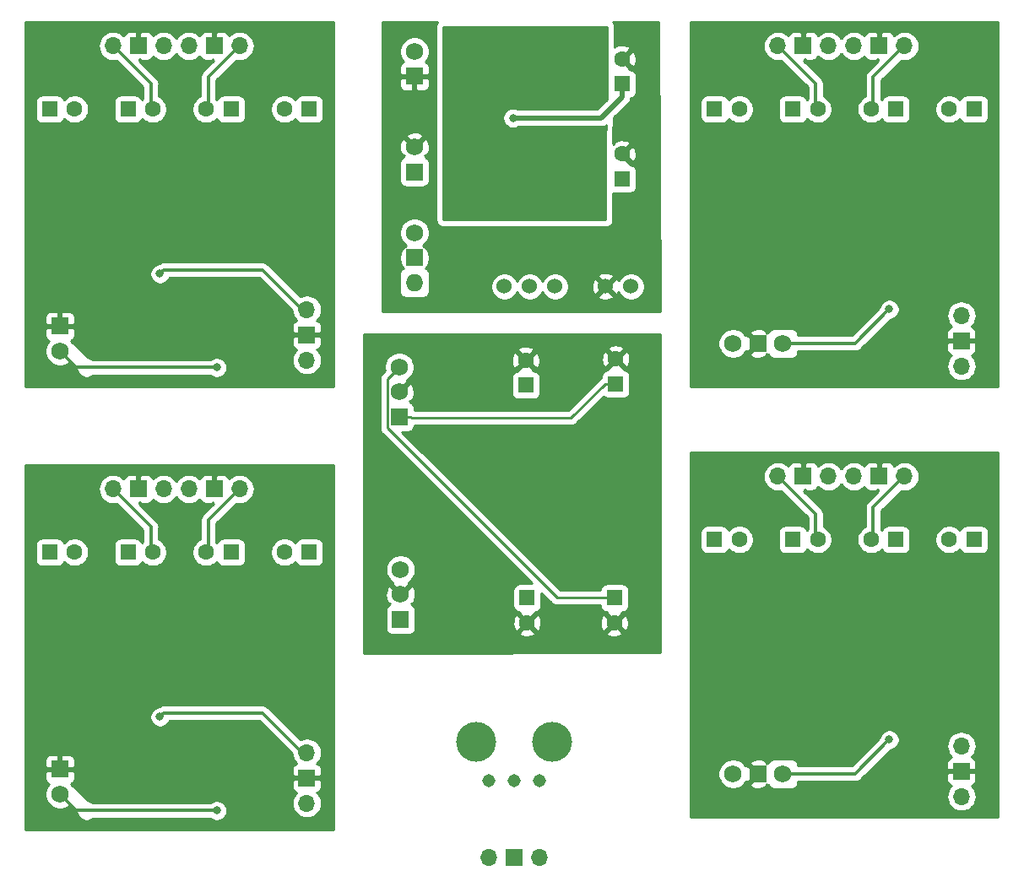
<source format=gbr>
G04 #@! TF.GenerationSoftware,KiCad,Pcbnew,(5.1.4)-1*
G04 #@! TF.CreationDate,2021-02-12T09:42:23+03:00*
G04 #@! TF.ProjectId,combined,636f6d62-696e-4656-942e-6b696361645f,rev?*
G04 #@! TF.SameCoordinates,Original*
G04 #@! TF.FileFunction,Copper,L2,Bot*
G04 #@! TF.FilePolarity,Positive*
%FSLAX46Y46*%
G04 Gerber Fmt 4.6, Leading zero omitted, Abs format (unit mm)*
G04 Created by KiCad (PCBNEW (5.1.4)-1) date 2021-02-12 09:42:23*
%MOMM*%
%LPD*%
G04 APERTURE LIST*
%ADD10R,1.600000X1.600000*%
%ADD11C,1.600000*%
%ADD12C,1.524000*%
%ADD13O,1.750000X1.750000*%
%ADD14R,1.750000X1.750000*%
%ADD15C,1.750000*%
%ADD16O,1.700000X1.700000*%
%ADD17R,1.700000X1.700000*%
%ADD18C,4.000000*%
%ADD19C,1.308000*%
%ADD20C,0.800000*%
%ADD21C,0.250000*%
%ADD22C,0.350000*%
%ADD23C,0.500000*%
%ADD24C,0.254000*%
G04 APERTURE END LIST*
D10*
X93472000Y-118872000D03*
D11*
X93472000Y-121372000D03*
D10*
X84709000Y-118872000D03*
D11*
X84709000Y-121372000D03*
D10*
X93599000Y-97409000D03*
D11*
X93599000Y-94909000D03*
D10*
X84582000Y-97536000D03*
D11*
X84582000Y-95036000D03*
D10*
X94234000Y-76835000D03*
D11*
X94234000Y-74335000D03*
D10*
X94234000Y-67310000D03*
D11*
X94234000Y-64810000D03*
D10*
X111350000Y-113030000D03*
D11*
X113850000Y-113030000D03*
D10*
X129540000Y-113030000D03*
D11*
X127040000Y-113030000D03*
D10*
X121695000Y-113030000D03*
D11*
X119195000Y-113030000D03*
D10*
X129540000Y-69850000D03*
D11*
X127040000Y-69850000D03*
D10*
X121695000Y-69850000D03*
D11*
X119195000Y-69850000D03*
D10*
X111350000Y-69850000D03*
D11*
X113850000Y-69850000D03*
D10*
X62865000Y-114300000D03*
D11*
X60365000Y-114300000D03*
D10*
X55020000Y-114300000D03*
D11*
X52520000Y-114300000D03*
D10*
X44675000Y-114300000D03*
D11*
X47175000Y-114300000D03*
D10*
X62865000Y-69850000D03*
D11*
X60365000Y-69850000D03*
D10*
X55020000Y-69850000D03*
D11*
X52520000Y-69850000D03*
D10*
X44675000Y-69850000D03*
D11*
X47175000Y-69850000D03*
D10*
X103505000Y-113030000D03*
D11*
X106005000Y-113030000D03*
D10*
X103505000Y-69850000D03*
D11*
X106005000Y-69850000D03*
D10*
X36830000Y-114300000D03*
D11*
X39330000Y-114300000D03*
D10*
X36830000Y-69850000D03*
D11*
X39330000Y-69850000D03*
D12*
X82423000Y-87630000D03*
X84963000Y-87630000D03*
X87503000Y-87630000D03*
X92583000Y-87630000D03*
X95123000Y-87630000D03*
D13*
X73406000Y-87249000D03*
D14*
X73406000Y-84749000D03*
D15*
X73406000Y-82249000D03*
D14*
X73406000Y-76136500D03*
D15*
X73406000Y-73636500D03*
D14*
X73406000Y-66548000D03*
D15*
X73406000Y-64048000D03*
X37846000Y-94107000D03*
D14*
X37846000Y-91607000D03*
D16*
X43180000Y-63500000D03*
D17*
X45720000Y-63500000D03*
D16*
X48260000Y-63500000D03*
X50800000Y-63500000D03*
D17*
X53340000Y-63500000D03*
D16*
X55880000Y-63500000D03*
X62611000Y-89953000D03*
D17*
X62611000Y-92493000D03*
D16*
X62611000Y-95033000D03*
D15*
X37846000Y-138557000D03*
D14*
X37846000Y-136057000D03*
D16*
X43180000Y-107950000D03*
D17*
X45720000Y-107950000D03*
D16*
X48260000Y-107950000D03*
X50800000Y-107950000D03*
D17*
X53340000Y-107950000D03*
D16*
X55880000Y-107950000D03*
X62611000Y-134403000D03*
D17*
X62611000Y-136943000D03*
D16*
X62611000Y-139483000D03*
D15*
X110363000Y-93345000D03*
D14*
X107863000Y-93345000D03*
D15*
X105363000Y-93345000D03*
D16*
X109855000Y-63500000D03*
D17*
X112395000Y-63500000D03*
D16*
X114935000Y-63500000D03*
X117475000Y-63500000D03*
D17*
X120015000Y-63500000D03*
D16*
X122555000Y-63500000D03*
X128270000Y-95631000D03*
D17*
X128270000Y-93091000D03*
D16*
X128270000Y-90551000D03*
D15*
X110363000Y-136525000D03*
D14*
X107863000Y-136525000D03*
D15*
X105363000Y-136525000D03*
D16*
X109855000Y-106680000D03*
D17*
X112395000Y-106680000D03*
D16*
X114935000Y-106680000D03*
X117475000Y-106680000D03*
D17*
X120015000Y-106680000D03*
D16*
X122555000Y-106680000D03*
X128270000Y-138811000D03*
D17*
X128270000Y-136271000D03*
D16*
X128270000Y-133731000D03*
D18*
X87249000Y-133300000D03*
X79629000Y-133300000D03*
D19*
X80899000Y-137250000D03*
X83439000Y-137250000D03*
X85979000Y-137250000D03*
D16*
X85979000Y-144907000D03*
D17*
X83439000Y-144907000D03*
D16*
X80899000Y-144907000D03*
D14*
X72009000Y-121031000D03*
D15*
X72009000Y-118531000D03*
X72009000Y-116031000D03*
D14*
X71882000Y-100711000D03*
D15*
X71882000Y-98211000D03*
X71882000Y-95711000D03*
D20*
X111125000Y-86741000D03*
X42545000Y-79502000D03*
X43053000Y-86614000D03*
X57785000Y-79375000D03*
X48387000Y-91440000D03*
X50165000Y-67056000D03*
X61087000Y-63500000D03*
X37592000Y-63373000D03*
X50165000Y-72009000D03*
X50165000Y-79502000D03*
X38608000Y-79502000D03*
X41656000Y-71882000D03*
X42545000Y-123952000D03*
X43053000Y-131064000D03*
X57785000Y-123825000D03*
X48514000Y-135890000D03*
X50165000Y-111506000D03*
X61087000Y-107950000D03*
X37592000Y-107823000D03*
X50165000Y-116459000D03*
X50165000Y-123952000D03*
X38608000Y-123952000D03*
X41656000Y-116332000D03*
X109220000Y-79502000D03*
X124587000Y-79629000D03*
X128397000Y-79502000D03*
X124460000Y-86487000D03*
X116586000Y-67056000D03*
X127762000Y-63500000D03*
X104267000Y-63373000D03*
X116713000Y-71882000D03*
X116586000Y-79502000D03*
X105283000Y-79502000D03*
X108077000Y-72009000D03*
X103759000Y-89535000D03*
X102997000Y-96139000D03*
X109220000Y-122682000D03*
X111760000Y-130556000D03*
X124587000Y-122809000D03*
X128397000Y-122682000D03*
X124460000Y-129794000D03*
X116586000Y-110236000D03*
X127762000Y-106680000D03*
X104267000Y-106553000D03*
X116713000Y-115062000D03*
X116586000Y-122682000D03*
X105283000Y-122682000D03*
X108077000Y-115189000D03*
X103759000Y-132715000D03*
X102997000Y-139319000D03*
X87630000Y-108458000D03*
X93599000Y-108585000D03*
X78486000Y-96901000D03*
X78486000Y-119634000D03*
X70993000Y-106553000D03*
X89027000Y-96393000D03*
X89281000Y-120269000D03*
X121031000Y-89916000D03*
X121031000Y-133096000D03*
X83283498Y-70739000D03*
X53594000Y-95758000D03*
X53594000Y-140208000D03*
X89789000Y-73533000D03*
X89789000Y-76073000D03*
X89789000Y-78613000D03*
X87249000Y-79883000D03*
X82169000Y-79883000D03*
X79629000Y-78613000D03*
X79629000Y-76073000D03*
X79629000Y-73533000D03*
X84709000Y-79883000D03*
X47879000Y-86360000D03*
X47879000Y-130810000D03*
D21*
X73007000Y-100711000D02*
X73134000Y-100838000D01*
X71882000Y-100711000D02*
X73007000Y-100711000D01*
X92549000Y-97409000D02*
X93599000Y-97409000D01*
X89120000Y-100838000D02*
X92549000Y-97409000D01*
X73134000Y-100838000D02*
X89120000Y-100838000D01*
D22*
X110363000Y-93345000D02*
X111588000Y-93345000D01*
X111588000Y-93345000D02*
X117602000Y-93345000D01*
X117602000Y-93345000D02*
X121031000Y-89916000D01*
X110363000Y-136525000D02*
X111588000Y-136525000D01*
X111588000Y-136525000D02*
X117602000Y-136525000D01*
X117602000Y-136525000D02*
X121031000Y-133096000D01*
D21*
X71007001Y-96585999D02*
X71882000Y-95711000D01*
X70681999Y-96911001D02*
X71007001Y-96585999D01*
X70681999Y-101846001D02*
X70681999Y-96911001D01*
X87707998Y-118872000D02*
X70681999Y-101846001D01*
X93472000Y-118872000D02*
X87707998Y-118872000D01*
D23*
X94234000Y-68610000D02*
X92105000Y-70739000D01*
X94234000Y-67310000D02*
X94234000Y-68610000D01*
X92105000Y-70739000D02*
X83312000Y-70739000D01*
X83312000Y-70739000D02*
X83283498Y-70739000D01*
D22*
X53594000Y-95758000D02*
X40513000Y-95758000D01*
X40513000Y-95758000D02*
X40513000Y-95758000D01*
X39497000Y-95758000D02*
X37846000Y-94107000D01*
X40513000Y-95758000D02*
X39497000Y-95758000D01*
X53594000Y-140208000D02*
X40513000Y-140208000D01*
X40513000Y-140208000D02*
X40513000Y-140208000D01*
X39497000Y-140208000D02*
X37846000Y-138557000D01*
X40513000Y-140208000D02*
X39497000Y-140208000D01*
X52745000Y-66635000D02*
X55880000Y-63500000D01*
X52745000Y-69850000D02*
X52745000Y-66635000D01*
X52745000Y-111085000D02*
X55880000Y-107950000D01*
X52745000Y-114300000D02*
X52745000Y-111085000D01*
X119420000Y-66635000D02*
X122555000Y-63500000D01*
X119420000Y-69850000D02*
X119420000Y-66635000D01*
X119420000Y-109815000D02*
X122555000Y-106680000D01*
X119420000Y-113030000D02*
X119420000Y-109815000D01*
X46992332Y-67312332D02*
X43180000Y-63500000D01*
X46992332Y-69850000D02*
X46992332Y-67312332D01*
X46992332Y-111762332D02*
X43180000Y-107950000D01*
X46992332Y-114300000D02*
X46992332Y-111762332D01*
X113667332Y-67312332D02*
X109855000Y-63500000D01*
X113667332Y-69850000D02*
X113667332Y-67312332D01*
X113667332Y-110492332D02*
X109855000Y-106680000D01*
X113667332Y-113030000D02*
X113667332Y-110492332D01*
X61507001Y-89320001D02*
X62357000Y-90170000D01*
X58147001Y-85960001D02*
X61507001Y-89320001D01*
X48278999Y-85960001D02*
X58147001Y-85960001D01*
X47879000Y-86360000D02*
X48278999Y-85960001D01*
X61507001Y-133770001D02*
X62357000Y-134620000D01*
X58147001Y-130410001D02*
X61507001Y-133770001D01*
X48278999Y-130410001D02*
X58147001Y-130410001D01*
X47879000Y-130810000D02*
X48278999Y-130410001D01*
D24*
G36*
X92710000Y-68882421D02*
G01*
X91738422Y-69854000D01*
X83821952Y-69854000D01*
X83773754Y-69821795D01*
X83585396Y-69743774D01*
X83385437Y-69704000D01*
X83181559Y-69704000D01*
X82981600Y-69743774D01*
X82793242Y-69821795D01*
X82623724Y-69935063D01*
X82479561Y-70079226D01*
X82366293Y-70248744D01*
X82288272Y-70437102D01*
X82248498Y-70637061D01*
X82248498Y-70840939D01*
X82288272Y-71040898D01*
X82366293Y-71229256D01*
X82479561Y-71398774D01*
X82623724Y-71542937D01*
X82793242Y-71656205D01*
X82981600Y-71734226D01*
X83181559Y-71774000D01*
X83385437Y-71774000D01*
X83585396Y-71734226D01*
X83773754Y-71656205D01*
X83821952Y-71624000D01*
X92061531Y-71624000D01*
X92105000Y-71628281D01*
X92148469Y-71624000D01*
X92148477Y-71624000D01*
X92278490Y-71611195D01*
X92445313Y-71560589D01*
X92599059Y-71478411D01*
X92622079Y-71459519D01*
X92583087Y-72512300D01*
X92583000Y-72517000D01*
X92583000Y-80899000D01*
X76327000Y-80899000D01*
X76327000Y-61595000D01*
X92710000Y-61595000D01*
X92710000Y-68882421D01*
X92710000Y-68882421D01*
G37*
X92710000Y-68882421D02*
X91738422Y-69854000D01*
X83821952Y-69854000D01*
X83773754Y-69821795D01*
X83585396Y-69743774D01*
X83385437Y-69704000D01*
X83181559Y-69704000D01*
X82981600Y-69743774D01*
X82793242Y-69821795D01*
X82623724Y-69935063D01*
X82479561Y-70079226D01*
X82366293Y-70248744D01*
X82288272Y-70437102D01*
X82248498Y-70637061D01*
X82248498Y-70840939D01*
X82288272Y-71040898D01*
X82366293Y-71229256D01*
X82479561Y-71398774D01*
X82623724Y-71542937D01*
X82793242Y-71656205D01*
X82981600Y-71734226D01*
X83181559Y-71774000D01*
X83385437Y-71774000D01*
X83585396Y-71734226D01*
X83773754Y-71656205D01*
X83821952Y-71624000D01*
X92061531Y-71624000D01*
X92105000Y-71628281D01*
X92148469Y-71624000D01*
X92148477Y-71624000D01*
X92278490Y-71611195D01*
X92445313Y-71560589D01*
X92599059Y-71478411D01*
X92622079Y-71459519D01*
X92583087Y-72512300D01*
X92583000Y-72517000D01*
X92583000Y-80899000D01*
X76327000Y-80899000D01*
X76327000Y-61595000D01*
X92710000Y-61595000D01*
X92710000Y-68882421D01*
G36*
X75672017Y-61115213D02*
G01*
X75613336Y-61224996D01*
X75577201Y-61344118D01*
X75565000Y-61468000D01*
X75565000Y-81026000D01*
X75577201Y-81149882D01*
X75613336Y-81269004D01*
X75672017Y-81378787D01*
X75750987Y-81475013D01*
X75847213Y-81553983D01*
X75956996Y-81612664D01*
X76076118Y-81648799D01*
X76200000Y-81661000D01*
X92710000Y-81661000D01*
X92833882Y-81648799D01*
X92953004Y-81612664D01*
X93062787Y-81553983D01*
X93159013Y-81475013D01*
X93237983Y-81378787D01*
X93296664Y-81269004D01*
X93332799Y-81149882D01*
X93345000Y-81026000D01*
X93345000Y-78264307D01*
X93434000Y-78273072D01*
X95034000Y-78273072D01*
X95158482Y-78260812D01*
X95278180Y-78224502D01*
X95388494Y-78165537D01*
X95485185Y-78086185D01*
X95564537Y-77989494D01*
X95623502Y-77879180D01*
X95659812Y-77759482D01*
X95672072Y-77635000D01*
X95672072Y-76035000D01*
X95659812Y-75910518D01*
X95623502Y-75790820D01*
X95564537Y-75680506D01*
X95485185Y-75583815D01*
X95388494Y-75504463D01*
X95278180Y-75445498D01*
X95158482Y-75409188D01*
X95034000Y-75396928D01*
X95026785Y-75396928D01*
X95047097Y-75327702D01*
X94234000Y-74514605D01*
X94219858Y-74528748D01*
X94040253Y-74349143D01*
X94054395Y-74335000D01*
X94413605Y-74335000D01*
X95226702Y-75148097D01*
X95470671Y-75076514D01*
X95591571Y-74821004D01*
X95660300Y-74546816D01*
X95674217Y-74264488D01*
X95632787Y-73984870D01*
X95537603Y-73718708D01*
X95470671Y-73593486D01*
X95226702Y-73521903D01*
X94413605Y-74335000D01*
X94054395Y-74335000D01*
X94040253Y-74320858D01*
X94219858Y-74141253D01*
X94234000Y-74155395D01*
X95047097Y-73342298D01*
X94975514Y-73098329D01*
X94720004Y-72977429D01*
X94445816Y-72908700D01*
X94163488Y-72894783D01*
X93883870Y-72936213D01*
X93617708Y-73031397D01*
X93492486Y-73098329D01*
X93420903Y-73342296D01*
X93345000Y-73266393D01*
X93345000Y-72528757D01*
X93413391Y-70682187D01*
X94829049Y-69266530D01*
X94862817Y-69238817D01*
X94973411Y-69104059D01*
X94981995Y-69088000D01*
X95055589Y-68950314D01*
X95106195Y-68783490D01*
X95110424Y-68740545D01*
X95158482Y-68735812D01*
X95278180Y-68699502D01*
X95388494Y-68640537D01*
X95485185Y-68561185D01*
X95564537Y-68464494D01*
X95623502Y-68354180D01*
X95659812Y-68234482D01*
X95672072Y-68110000D01*
X95672072Y-66510000D01*
X95659812Y-66385518D01*
X95623502Y-66265820D01*
X95564537Y-66155506D01*
X95485185Y-66058815D01*
X95388494Y-65979463D01*
X95278180Y-65920498D01*
X95158482Y-65884188D01*
X95034000Y-65871928D01*
X95026785Y-65871928D01*
X95047097Y-65802702D01*
X94234000Y-64989605D01*
X94219858Y-65003748D01*
X94040253Y-64824143D01*
X94054395Y-64810000D01*
X94413605Y-64810000D01*
X95226702Y-65623097D01*
X95470671Y-65551514D01*
X95591571Y-65296004D01*
X95660300Y-65021816D01*
X95674217Y-64739488D01*
X95632787Y-64459870D01*
X95537603Y-64193708D01*
X95470671Y-64068486D01*
X95226702Y-63996903D01*
X94413605Y-64810000D01*
X94054395Y-64810000D01*
X94040253Y-64795858D01*
X94219858Y-64616253D01*
X94234000Y-64630395D01*
X95047097Y-63817298D01*
X94975514Y-63573329D01*
X94720004Y-63452429D01*
X94445816Y-63383700D01*
X94163488Y-63369783D01*
X93883870Y-63411213D01*
X93617708Y-63506397D01*
X93492486Y-63573329D01*
X93472000Y-63643149D01*
X93472000Y-61468000D01*
X93459799Y-61344118D01*
X93423664Y-61224996D01*
X93364983Y-61115213D01*
X93341829Y-61087000D01*
X97917548Y-61087000D01*
X98043449Y-90170000D01*
X70231000Y-90170000D01*
X70231000Y-86374000D01*
X71892928Y-86374000D01*
X71892928Y-88124000D01*
X71905188Y-88248482D01*
X71941498Y-88368180D01*
X72000463Y-88478494D01*
X72079815Y-88575185D01*
X72176506Y-88654537D01*
X72286820Y-88713502D01*
X72406518Y-88749812D01*
X72531000Y-88762072D01*
X74281000Y-88762072D01*
X74405482Y-88749812D01*
X74525180Y-88713502D01*
X74635494Y-88654537D01*
X74732185Y-88575185D01*
X74811537Y-88478494D01*
X74870502Y-88368180D01*
X74906812Y-88248482D01*
X74919072Y-88124000D01*
X74919072Y-87492408D01*
X81026000Y-87492408D01*
X81026000Y-87767592D01*
X81079686Y-88037490D01*
X81184995Y-88291727D01*
X81337880Y-88520535D01*
X81532465Y-88715120D01*
X81761273Y-88868005D01*
X82015510Y-88973314D01*
X82285408Y-89027000D01*
X82560592Y-89027000D01*
X82830490Y-88973314D01*
X83084727Y-88868005D01*
X83313535Y-88715120D01*
X83508120Y-88520535D01*
X83661005Y-88291727D01*
X83693000Y-88214485D01*
X83724995Y-88291727D01*
X83877880Y-88520535D01*
X84072465Y-88715120D01*
X84301273Y-88868005D01*
X84555510Y-88973314D01*
X84825408Y-89027000D01*
X85100592Y-89027000D01*
X85370490Y-88973314D01*
X85624727Y-88868005D01*
X85853535Y-88715120D01*
X86048120Y-88520535D01*
X86201005Y-88291727D01*
X86233000Y-88214485D01*
X86264995Y-88291727D01*
X86417880Y-88520535D01*
X86612465Y-88715120D01*
X86841273Y-88868005D01*
X87095510Y-88973314D01*
X87365408Y-89027000D01*
X87640592Y-89027000D01*
X87910490Y-88973314D01*
X88164727Y-88868005D01*
X88393535Y-88715120D01*
X88513090Y-88595565D01*
X91797040Y-88595565D01*
X91864020Y-88835656D01*
X92113048Y-88952756D01*
X92380135Y-89019023D01*
X92655017Y-89031910D01*
X92927133Y-88990922D01*
X93186023Y-88897636D01*
X93301980Y-88835656D01*
X93368960Y-88595565D01*
X92583000Y-87809605D01*
X91797040Y-88595565D01*
X88513090Y-88595565D01*
X88588120Y-88520535D01*
X88741005Y-88291727D01*
X88846314Y-88037490D01*
X88900000Y-87767592D01*
X88900000Y-87702017D01*
X91181090Y-87702017D01*
X91222078Y-87974133D01*
X91315364Y-88233023D01*
X91377344Y-88348980D01*
X91617435Y-88415960D01*
X92403395Y-87630000D01*
X92762605Y-87630000D01*
X93548565Y-88415960D01*
X93788656Y-88348980D01*
X93852485Y-88213240D01*
X93884995Y-88291727D01*
X94037880Y-88520535D01*
X94232465Y-88715120D01*
X94461273Y-88868005D01*
X94715510Y-88973314D01*
X94985408Y-89027000D01*
X95260592Y-89027000D01*
X95530490Y-88973314D01*
X95784727Y-88868005D01*
X96013535Y-88715120D01*
X96208120Y-88520535D01*
X96361005Y-88291727D01*
X96466314Y-88037490D01*
X96520000Y-87767592D01*
X96520000Y-87492408D01*
X96466314Y-87222510D01*
X96361005Y-86968273D01*
X96208120Y-86739465D01*
X96013535Y-86544880D01*
X95784727Y-86391995D01*
X95530490Y-86286686D01*
X95260592Y-86233000D01*
X94985408Y-86233000D01*
X94715510Y-86286686D01*
X94461273Y-86391995D01*
X94232465Y-86544880D01*
X94037880Y-86739465D01*
X93884995Y-86968273D01*
X93855308Y-87039943D01*
X93850636Y-87026977D01*
X93788656Y-86911020D01*
X93548565Y-86844040D01*
X92762605Y-87630000D01*
X92403395Y-87630000D01*
X91617435Y-86844040D01*
X91377344Y-86911020D01*
X91260244Y-87160048D01*
X91193977Y-87427135D01*
X91181090Y-87702017D01*
X88900000Y-87702017D01*
X88900000Y-87492408D01*
X88846314Y-87222510D01*
X88741005Y-86968273D01*
X88588120Y-86739465D01*
X88513090Y-86664435D01*
X91797040Y-86664435D01*
X92583000Y-87450395D01*
X93368960Y-86664435D01*
X93301980Y-86424344D01*
X93052952Y-86307244D01*
X92785865Y-86240977D01*
X92510983Y-86228090D01*
X92238867Y-86269078D01*
X91979977Y-86362364D01*
X91864020Y-86424344D01*
X91797040Y-86664435D01*
X88513090Y-86664435D01*
X88393535Y-86544880D01*
X88164727Y-86391995D01*
X87910490Y-86286686D01*
X87640592Y-86233000D01*
X87365408Y-86233000D01*
X87095510Y-86286686D01*
X86841273Y-86391995D01*
X86612465Y-86544880D01*
X86417880Y-86739465D01*
X86264995Y-86968273D01*
X86233000Y-87045515D01*
X86201005Y-86968273D01*
X86048120Y-86739465D01*
X85853535Y-86544880D01*
X85624727Y-86391995D01*
X85370490Y-86286686D01*
X85100592Y-86233000D01*
X84825408Y-86233000D01*
X84555510Y-86286686D01*
X84301273Y-86391995D01*
X84072465Y-86544880D01*
X83877880Y-86739465D01*
X83724995Y-86968273D01*
X83693000Y-87045515D01*
X83661005Y-86968273D01*
X83508120Y-86739465D01*
X83313535Y-86544880D01*
X83084727Y-86391995D01*
X82830490Y-86286686D01*
X82560592Y-86233000D01*
X82285408Y-86233000D01*
X82015510Y-86286686D01*
X81761273Y-86391995D01*
X81532465Y-86544880D01*
X81337880Y-86739465D01*
X81184995Y-86968273D01*
X81079686Y-87222510D01*
X81026000Y-87492408D01*
X74919072Y-87492408D01*
X74919072Y-86374000D01*
X74906812Y-86249518D01*
X74870502Y-86129820D01*
X74811537Y-86019506D01*
X74732185Y-85922815D01*
X74635494Y-85843463D01*
X74525180Y-85784498D01*
X74510436Y-85780026D01*
X74578893Y-85711569D01*
X74744144Y-85464253D01*
X74857971Y-85189451D01*
X74916000Y-84897722D01*
X74916000Y-84600278D01*
X74857971Y-84308549D01*
X74744144Y-84033747D01*
X74578893Y-83786431D01*
X74368569Y-83576107D01*
X74253170Y-83499000D01*
X74368569Y-83421893D01*
X74578893Y-83211569D01*
X74744144Y-82964253D01*
X74857971Y-82689451D01*
X74916000Y-82397722D01*
X74916000Y-82100278D01*
X74857971Y-81808549D01*
X74744144Y-81533747D01*
X74578893Y-81286431D01*
X74368569Y-81076107D01*
X74121253Y-80910856D01*
X73846451Y-80797029D01*
X73554722Y-80739000D01*
X73257278Y-80739000D01*
X72965549Y-80797029D01*
X72690747Y-80910856D01*
X72443431Y-81076107D01*
X72233107Y-81286431D01*
X72067856Y-81533747D01*
X71954029Y-81808549D01*
X71896000Y-82100278D01*
X71896000Y-82397722D01*
X71954029Y-82689451D01*
X72067856Y-82964253D01*
X72233107Y-83211569D01*
X72443431Y-83421893D01*
X72558830Y-83499000D01*
X72443431Y-83576107D01*
X72233107Y-83786431D01*
X72067856Y-84033747D01*
X71954029Y-84308549D01*
X71896000Y-84600278D01*
X71896000Y-84897722D01*
X71954029Y-85189451D01*
X72067856Y-85464253D01*
X72233107Y-85711569D01*
X72301564Y-85780026D01*
X72286820Y-85784498D01*
X72176506Y-85843463D01*
X72079815Y-85922815D01*
X72000463Y-86019506D01*
X71941498Y-86129820D01*
X71905188Y-86249518D01*
X71892928Y-86374000D01*
X70231000Y-86374000D01*
X70231000Y-73704043D01*
X71890196Y-73704043D01*
X71932499Y-73998463D01*
X72031428Y-74278974D01*
X72108132Y-74422475D01*
X72359758Y-74503134D01*
X72243733Y-74619159D01*
X72294302Y-74669728D01*
X72286820Y-74671998D01*
X72176506Y-74730963D01*
X72079815Y-74810315D01*
X72000463Y-74907006D01*
X71941498Y-75017320D01*
X71905188Y-75137018D01*
X71892928Y-75261500D01*
X71892928Y-77011500D01*
X71905188Y-77135982D01*
X71941498Y-77255680D01*
X72000463Y-77365994D01*
X72079815Y-77462685D01*
X72176506Y-77542037D01*
X72286820Y-77601002D01*
X72406518Y-77637312D01*
X72531000Y-77649572D01*
X74281000Y-77649572D01*
X74405482Y-77637312D01*
X74525180Y-77601002D01*
X74635494Y-77542037D01*
X74732185Y-77462685D01*
X74811537Y-77365994D01*
X74870502Y-77255680D01*
X74906812Y-77135982D01*
X74919072Y-77011500D01*
X74919072Y-75261500D01*
X74906812Y-75137018D01*
X74870502Y-75017320D01*
X74811537Y-74907006D01*
X74732185Y-74810315D01*
X74635494Y-74730963D01*
X74525180Y-74671998D01*
X74517698Y-74669728D01*
X74568267Y-74619159D01*
X74452242Y-74503134D01*
X74703868Y-74422475D01*
X74832267Y-74154171D01*
X74905855Y-73865974D01*
X74921804Y-73568957D01*
X74879501Y-73274537D01*
X74780572Y-72994026D01*
X74703868Y-72850525D01*
X74452240Y-72769865D01*
X73585605Y-73636500D01*
X73599748Y-73650643D01*
X73420143Y-73830248D01*
X73406000Y-73816105D01*
X73391858Y-73830248D01*
X73212253Y-73650643D01*
X73226395Y-73636500D01*
X72359760Y-72769865D01*
X72108132Y-72850525D01*
X71979733Y-73118829D01*
X71906145Y-73407026D01*
X71890196Y-73704043D01*
X70231000Y-73704043D01*
X70231000Y-72590260D01*
X72539365Y-72590260D01*
X73406000Y-73456895D01*
X74272635Y-72590260D01*
X74191975Y-72338632D01*
X73923671Y-72210233D01*
X73635474Y-72136645D01*
X73338457Y-72120696D01*
X73044037Y-72162999D01*
X72763526Y-72261928D01*
X72620025Y-72338632D01*
X72539365Y-72590260D01*
X70231000Y-72590260D01*
X70231000Y-67423000D01*
X71892928Y-67423000D01*
X71905188Y-67547482D01*
X71941498Y-67667180D01*
X72000463Y-67777494D01*
X72079815Y-67874185D01*
X72176506Y-67953537D01*
X72286820Y-68012502D01*
X72406518Y-68048812D01*
X72531000Y-68061072D01*
X73120250Y-68058000D01*
X73279000Y-67899250D01*
X73279000Y-66675000D01*
X73533000Y-66675000D01*
X73533000Y-67899250D01*
X73691750Y-68058000D01*
X74281000Y-68061072D01*
X74405482Y-68048812D01*
X74525180Y-68012502D01*
X74635494Y-67953537D01*
X74732185Y-67874185D01*
X74811537Y-67777494D01*
X74870502Y-67667180D01*
X74906812Y-67547482D01*
X74919072Y-67423000D01*
X74916000Y-66833750D01*
X74757250Y-66675000D01*
X73533000Y-66675000D01*
X73279000Y-66675000D01*
X72054750Y-66675000D01*
X71896000Y-66833750D01*
X71892928Y-67423000D01*
X70231000Y-67423000D01*
X70231000Y-65673000D01*
X71892928Y-65673000D01*
X71896000Y-66262250D01*
X72054750Y-66421000D01*
X73279000Y-66421000D01*
X73279000Y-66401000D01*
X73533000Y-66401000D01*
X73533000Y-66421000D01*
X74757250Y-66421000D01*
X74916000Y-66262250D01*
X74919072Y-65673000D01*
X74906812Y-65548518D01*
X74870502Y-65428820D01*
X74811537Y-65318506D01*
X74732185Y-65221815D01*
X74635494Y-65142463D01*
X74525180Y-65083498D01*
X74510436Y-65079026D01*
X74578893Y-65010569D01*
X74744144Y-64763253D01*
X74857971Y-64488451D01*
X74916000Y-64196722D01*
X74916000Y-63899278D01*
X74857971Y-63607549D01*
X74744144Y-63332747D01*
X74578893Y-63085431D01*
X74368569Y-62875107D01*
X74121253Y-62709856D01*
X73846451Y-62596029D01*
X73554722Y-62538000D01*
X73257278Y-62538000D01*
X72965549Y-62596029D01*
X72690747Y-62709856D01*
X72443431Y-62875107D01*
X72233107Y-63085431D01*
X72067856Y-63332747D01*
X71954029Y-63607549D01*
X71896000Y-63899278D01*
X71896000Y-64196722D01*
X71954029Y-64488451D01*
X72067856Y-64763253D01*
X72233107Y-65010569D01*
X72301564Y-65079026D01*
X72286820Y-65083498D01*
X72176506Y-65142463D01*
X72079815Y-65221815D01*
X72000463Y-65318506D01*
X71941498Y-65428820D01*
X71905188Y-65548518D01*
X71892928Y-65673000D01*
X70231000Y-65673000D01*
X70231000Y-61087000D01*
X75695171Y-61087000D01*
X75672017Y-61115213D01*
X75672017Y-61115213D01*
G37*
X75672017Y-61115213D02*
X75613336Y-61224996D01*
X75577201Y-61344118D01*
X75565000Y-61468000D01*
X75565000Y-81026000D01*
X75577201Y-81149882D01*
X75613336Y-81269004D01*
X75672017Y-81378787D01*
X75750987Y-81475013D01*
X75847213Y-81553983D01*
X75956996Y-81612664D01*
X76076118Y-81648799D01*
X76200000Y-81661000D01*
X92710000Y-81661000D01*
X92833882Y-81648799D01*
X92953004Y-81612664D01*
X93062787Y-81553983D01*
X93159013Y-81475013D01*
X93237983Y-81378787D01*
X93296664Y-81269004D01*
X93332799Y-81149882D01*
X93345000Y-81026000D01*
X93345000Y-78264307D01*
X93434000Y-78273072D01*
X95034000Y-78273072D01*
X95158482Y-78260812D01*
X95278180Y-78224502D01*
X95388494Y-78165537D01*
X95485185Y-78086185D01*
X95564537Y-77989494D01*
X95623502Y-77879180D01*
X95659812Y-77759482D01*
X95672072Y-77635000D01*
X95672072Y-76035000D01*
X95659812Y-75910518D01*
X95623502Y-75790820D01*
X95564537Y-75680506D01*
X95485185Y-75583815D01*
X95388494Y-75504463D01*
X95278180Y-75445498D01*
X95158482Y-75409188D01*
X95034000Y-75396928D01*
X95026785Y-75396928D01*
X95047097Y-75327702D01*
X94234000Y-74514605D01*
X94219858Y-74528748D01*
X94040253Y-74349143D01*
X94054395Y-74335000D01*
X94413605Y-74335000D01*
X95226702Y-75148097D01*
X95470671Y-75076514D01*
X95591571Y-74821004D01*
X95660300Y-74546816D01*
X95674217Y-74264488D01*
X95632787Y-73984870D01*
X95537603Y-73718708D01*
X95470671Y-73593486D01*
X95226702Y-73521903D01*
X94413605Y-74335000D01*
X94054395Y-74335000D01*
X94040253Y-74320858D01*
X94219858Y-74141253D01*
X94234000Y-74155395D01*
X95047097Y-73342298D01*
X94975514Y-73098329D01*
X94720004Y-72977429D01*
X94445816Y-72908700D01*
X94163488Y-72894783D01*
X93883870Y-72936213D01*
X93617708Y-73031397D01*
X93492486Y-73098329D01*
X93420903Y-73342296D01*
X93345000Y-73266393D01*
X93345000Y-72528757D01*
X93413391Y-70682187D01*
X94829049Y-69266530D01*
X94862817Y-69238817D01*
X94973411Y-69104059D01*
X94981995Y-69088000D01*
X95055589Y-68950314D01*
X95106195Y-68783490D01*
X95110424Y-68740545D01*
X95158482Y-68735812D01*
X95278180Y-68699502D01*
X95388494Y-68640537D01*
X95485185Y-68561185D01*
X95564537Y-68464494D01*
X95623502Y-68354180D01*
X95659812Y-68234482D01*
X95672072Y-68110000D01*
X95672072Y-66510000D01*
X95659812Y-66385518D01*
X95623502Y-66265820D01*
X95564537Y-66155506D01*
X95485185Y-66058815D01*
X95388494Y-65979463D01*
X95278180Y-65920498D01*
X95158482Y-65884188D01*
X95034000Y-65871928D01*
X95026785Y-65871928D01*
X95047097Y-65802702D01*
X94234000Y-64989605D01*
X94219858Y-65003748D01*
X94040253Y-64824143D01*
X94054395Y-64810000D01*
X94413605Y-64810000D01*
X95226702Y-65623097D01*
X95470671Y-65551514D01*
X95591571Y-65296004D01*
X95660300Y-65021816D01*
X95674217Y-64739488D01*
X95632787Y-64459870D01*
X95537603Y-64193708D01*
X95470671Y-64068486D01*
X95226702Y-63996903D01*
X94413605Y-64810000D01*
X94054395Y-64810000D01*
X94040253Y-64795858D01*
X94219858Y-64616253D01*
X94234000Y-64630395D01*
X95047097Y-63817298D01*
X94975514Y-63573329D01*
X94720004Y-63452429D01*
X94445816Y-63383700D01*
X94163488Y-63369783D01*
X93883870Y-63411213D01*
X93617708Y-63506397D01*
X93492486Y-63573329D01*
X93472000Y-63643149D01*
X93472000Y-61468000D01*
X93459799Y-61344118D01*
X93423664Y-61224996D01*
X93364983Y-61115213D01*
X93341829Y-61087000D01*
X97917548Y-61087000D01*
X98043449Y-90170000D01*
X70231000Y-90170000D01*
X70231000Y-86374000D01*
X71892928Y-86374000D01*
X71892928Y-88124000D01*
X71905188Y-88248482D01*
X71941498Y-88368180D01*
X72000463Y-88478494D01*
X72079815Y-88575185D01*
X72176506Y-88654537D01*
X72286820Y-88713502D01*
X72406518Y-88749812D01*
X72531000Y-88762072D01*
X74281000Y-88762072D01*
X74405482Y-88749812D01*
X74525180Y-88713502D01*
X74635494Y-88654537D01*
X74732185Y-88575185D01*
X74811537Y-88478494D01*
X74870502Y-88368180D01*
X74906812Y-88248482D01*
X74919072Y-88124000D01*
X74919072Y-87492408D01*
X81026000Y-87492408D01*
X81026000Y-87767592D01*
X81079686Y-88037490D01*
X81184995Y-88291727D01*
X81337880Y-88520535D01*
X81532465Y-88715120D01*
X81761273Y-88868005D01*
X82015510Y-88973314D01*
X82285408Y-89027000D01*
X82560592Y-89027000D01*
X82830490Y-88973314D01*
X83084727Y-88868005D01*
X83313535Y-88715120D01*
X83508120Y-88520535D01*
X83661005Y-88291727D01*
X83693000Y-88214485D01*
X83724995Y-88291727D01*
X83877880Y-88520535D01*
X84072465Y-88715120D01*
X84301273Y-88868005D01*
X84555510Y-88973314D01*
X84825408Y-89027000D01*
X85100592Y-89027000D01*
X85370490Y-88973314D01*
X85624727Y-88868005D01*
X85853535Y-88715120D01*
X86048120Y-88520535D01*
X86201005Y-88291727D01*
X86233000Y-88214485D01*
X86264995Y-88291727D01*
X86417880Y-88520535D01*
X86612465Y-88715120D01*
X86841273Y-88868005D01*
X87095510Y-88973314D01*
X87365408Y-89027000D01*
X87640592Y-89027000D01*
X87910490Y-88973314D01*
X88164727Y-88868005D01*
X88393535Y-88715120D01*
X88513090Y-88595565D01*
X91797040Y-88595565D01*
X91864020Y-88835656D01*
X92113048Y-88952756D01*
X92380135Y-89019023D01*
X92655017Y-89031910D01*
X92927133Y-88990922D01*
X93186023Y-88897636D01*
X93301980Y-88835656D01*
X93368960Y-88595565D01*
X92583000Y-87809605D01*
X91797040Y-88595565D01*
X88513090Y-88595565D01*
X88588120Y-88520535D01*
X88741005Y-88291727D01*
X88846314Y-88037490D01*
X88900000Y-87767592D01*
X88900000Y-87702017D01*
X91181090Y-87702017D01*
X91222078Y-87974133D01*
X91315364Y-88233023D01*
X91377344Y-88348980D01*
X91617435Y-88415960D01*
X92403395Y-87630000D01*
X92762605Y-87630000D01*
X93548565Y-88415960D01*
X93788656Y-88348980D01*
X93852485Y-88213240D01*
X93884995Y-88291727D01*
X94037880Y-88520535D01*
X94232465Y-88715120D01*
X94461273Y-88868005D01*
X94715510Y-88973314D01*
X94985408Y-89027000D01*
X95260592Y-89027000D01*
X95530490Y-88973314D01*
X95784727Y-88868005D01*
X96013535Y-88715120D01*
X96208120Y-88520535D01*
X96361005Y-88291727D01*
X96466314Y-88037490D01*
X96520000Y-87767592D01*
X96520000Y-87492408D01*
X96466314Y-87222510D01*
X96361005Y-86968273D01*
X96208120Y-86739465D01*
X96013535Y-86544880D01*
X95784727Y-86391995D01*
X95530490Y-86286686D01*
X95260592Y-86233000D01*
X94985408Y-86233000D01*
X94715510Y-86286686D01*
X94461273Y-86391995D01*
X94232465Y-86544880D01*
X94037880Y-86739465D01*
X93884995Y-86968273D01*
X93855308Y-87039943D01*
X93850636Y-87026977D01*
X93788656Y-86911020D01*
X93548565Y-86844040D01*
X92762605Y-87630000D01*
X92403395Y-87630000D01*
X91617435Y-86844040D01*
X91377344Y-86911020D01*
X91260244Y-87160048D01*
X91193977Y-87427135D01*
X91181090Y-87702017D01*
X88900000Y-87702017D01*
X88900000Y-87492408D01*
X88846314Y-87222510D01*
X88741005Y-86968273D01*
X88588120Y-86739465D01*
X88513090Y-86664435D01*
X91797040Y-86664435D01*
X92583000Y-87450395D01*
X93368960Y-86664435D01*
X93301980Y-86424344D01*
X93052952Y-86307244D01*
X92785865Y-86240977D01*
X92510983Y-86228090D01*
X92238867Y-86269078D01*
X91979977Y-86362364D01*
X91864020Y-86424344D01*
X91797040Y-86664435D01*
X88513090Y-86664435D01*
X88393535Y-86544880D01*
X88164727Y-86391995D01*
X87910490Y-86286686D01*
X87640592Y-86233000D01*
X87365408Y-86233000D01*
X87095510Y-86286686D01*
X86841273Y-86391995D01*
X86612465Y-86544880D01*
X86417880Y-86739465D01*
X86264995Y-86968273D01*
X86233000Y-87045515D01*
X86201005Y-86968273D01*
X86048120Y-86739465D01*
X85853535Y-86544880D01*
X85624727Y-86391995D01*
X85370490Y-86286686D01*
X85100592Y-86233000D01*
X84825408Y-86233000D01*
X84555510Y-86286686D01*
X84301273Y-86391995D01*
X84072465Y-86544880D01*
X83877880Y-86739465D01*
X83724995Y-86968273D01*
X83693000Y-87045515D01*
X83661005Y-86968273D01*
X83508120Y-86739465D01*
X83313535Y-86544880D01*
X83084727Y-86391995D01*
X82830490Y-86286686D01*
X82560592Y-86233000D01*
X82285408Y-86233000D01*
X82015510Y-86286686D01*
X81761273Y-86391995D01*
X81532465Y-86544880D01*
X81337880Y-86739465D01*
X81184995Y-86968273D01*
X81079686Y-87222510D01*
X81026000Y-87492408D01*
X74919072Y-87492408D01*
X74919072Y-86374000D01*
X74906812Y-86249518D01*
X74870502Y-86129820D01*
X74811537Y-86019506D01*
X74732185Y-85922815D01*
X74635494Y-85843463D01*
X74525180Y-85784498D01*
X74510436Y-85780026D01*
X74578893Y-85711569D01*
X74744144Y-85464253D01*
X74857971Y-85189451D01*
X74916000Y-84897722D01*
X74916000Y-84600278D01*
X74857971Y-84308549D01*
X74744144Y-84033747D01*
X74578893Y-83786431D01*
X74368569Y-83576107D01*
X74253170Y-83499000D01*
X74368569Y-83421893D01*
X74578893Y-83211569D01*
X74744144Y-82964253D01*
X74857971Y-82689451D01*
X74916000Y-82397722D01*
X74916000Y-82100278D01*
X74857971Y-81808549D01*
X74744144Y-81533747D01*
X74578893Y-81286431D01*
X74368569Y-81076107D01*
X74121253Y-80910856D01*
X73846451Y-80797029D01*
X73554722Y-80739000D01*
X73257278Y-80739000D01*
X72965549Y-80797029D01*
X72690747Y-80910856D01*
X72443431Y-81076107D01*
X72233107Y-81286431D01*
X72067856Y-81533747D01*
X71954029Y-81808549D01*
X71896000Y-82100278D01*
X71896000Y-82397722D01*
X71954029Y-82689451D01*
X72067856Y-82964253D01*
X72233107Y-83211569D01*
X72443431Y-83421893D01*
X72558830Y-83499000D01*
X72443431Y-83576107D01*
X72233107Y-83786431D01*
X72067856Y-84033747D01*
X71954029Y-84308549D01*
X71896000Y-84600278D01*
X71896000Y-84897722D01*
X71954029Y-85189451D01*
X72067856Y-85464253D01*
X72233107Y-85711569D01*
X72301564Y-85780026D01*
X72286820Y-85784498D01*
X72176506Y-85843463D01*
X72079815Y-85922815D01*
X72000463Y-86019506D01*
X71941498Y-86129820D01*
X71905188Y-86249518D01*
X71892928Y-86374000D01*
X70231000Y-86374000D01*
X70231000Y-73704043D01*
X71890196Y-73704043D01*
X71932499Y-73998463D01*
X72031428Y-74278974D01*
X72108132Y-74422475D01*
X72359758Y-74503134D01*
X72243733Y-74619159D01*
X72294302Y-74669728D01*
X72286820Y-74671998D01*
X72176506Y-74730963D01*
X72079815Y-74810315D01*
X72000463Y-74907006D01*
X71941498Y-75017320D01*
X71905188Y-75137018D01*
X71892928Y-75261500D01*
X71892928Y-77011500D01*
X71905188Y-77135982D01*
X71941498Y-77255680D01*
X72000463Y-77365994D01*
X72079815Y-77462685D01*
X72176506Y-77542037D01*
X72286820Y-77601002D01*
X72406518Y-77637312D01*
X72531000Y-77649572D01*
X74281000Y-77649572D01*
X74405482Y-77637312D01*
X74525180Y-77601002D01*
X74635494Y-77542037D01*
X74732185Y-77462685D01*
X74811537Y-77365994D01*
X74870502Y-77255680D01*
X74906812Y-77135982D01*
X74919072Y-77011500D01*
X74919072Y-75261500D01*
X74906812Y-75137018D01*
X74870502Y-75017320D01*
X74811537Y-74907006D01*
X74732185Y-74810315D01*
X74635494Y-74730963D01*
X74525180Y-74671998D01*
X74517698Y-74669728D01*
X74568267Y-74619159D01*
X74452242Y-74503134D01*
X74703868Y-74422475D01*
X74832267Y-74154171D01*
X74905855Y-73865974D01*
X74921804Y-73568957D01*
X74879501Y-73274537D01*
X74780572Y-72994026D01*
X74703868Y-72850525D01*
X74452240Y-72769865D01*
X73585605Y-73636500D01*
X73599748Y-73650643D01*
X73420143Y-73830248D01*
X73406000Y-73816105D01*
X73391858Y-73830248D01*
X73212253Y-73650643D01*
X73226395Y-73636500D01*
X72359760Y-72769865D01*
X72108132Y-72850525D01*
X71979733Y-73118829D01*
X71906145Y-73407026D01*
X71890196Y-73704043D01*
X70231000Y-73704043D01*
X70231000Y-72590260D01*
X72539365Y-72590260D01*
X73406000Y-73456895D01*
X74272635Y-72590260D01*
X74191975Y-72338632D01*
X73923671Y-72210233D01*
X73635474Y-72136645D01*
X73338457Y-72120696D01*
X73044037Y-72162999D01*
X72763526Y-72261928D01*
X72620025Y-72338632D01*
X72539365Y-72590260D01*
X70231000Y-72590260D01*
X70231000Y-67423000D01*
X71892928Y-67423000D01*
X71905188Y-67547482D01*
X71941498Y-67667180D01*
X72000463Y-67777494D01*
X72079815Y-67874185D01*
X72176506Y-67953537D01*
X72286820Y-68012502D01*
X72406518Y-68048812D01*
X72531000Y-68061072D01*
X73120250Y-68058000D01*
X73279000Y-67899250D01*
X73279000Y-66675000D01*
X73533000Y-66675000D01*
X73533000Y-67899250D01*
X73691750Y-68058000D01*
X74281000Y-68061072D01*
X74405482Y-68048812D01*
X74525180Y-68012502D01*
X74635494Y-67953537D01*
X74732185Y-67874185D01*
X74811537Y-67777494D01*
X74870502Y-67667180D01*
X74906812Y-67547482D01*
X74919072Y-67423000D01*
X74916000Y-66833750D01*
X74757250Y-66675000D01*
X73533000Y-66675000D01*
X73279000Y-66675000D01*
X72054750Y-66675000D01*
X71896000Y-66833750D01*
X71892928Y-67423000D01*
X70231000Y-67423000D01*
X70231000Y-65673000D01*
X71892928Y-65673000D01*
X71896000Y-66262250D01*
X72054750Y-66421000D01*
X73279000Y-66421000D01*
X73279000Y-66401000D01*
X73533000Y-66401000D01*
X73533000Y-66421000D01*
X74757250Y-66421000D01*
X74916000Y-66262250D01*
X74919072Y-65673000D01*
X74906812Y-65548518D01*
X74870502Y-65428820D01*
X74811537Y-65318506D01*
X74732185Y-65221815D01*
X74635494Y-65142463D01*
X74525180Y-65083498D01*
X74510436Y-65079026D01*
X74578893Y-65010569D01*
X74744144Y-64763253D01*
X74857971Y-64488451D01*
X74916000Y-64196722D01*
X74916000Y-63899278D01*
X74857971Y-63607549D01*
X74744144Y-63332747D01*
X74578893Y-63085431D01*
X74368569Y-62875107D01*
X74121253Y-62709856D01*
X73846451Y-62596029D01*
X73554722Y-62538000D01*
X73257278Y-62538000D01*
X72965549Y-62596029D01*
X72690747Y-62709856D01*
X72443431Y-62875107D01*
X72233107Y-63085431D01*
X72067856Y-63332747D01*
X71954029Y-63607549D01*
X71896000Y-63899278D01*
X71896000Y-64196722D01*
X71954029Y-64488451D01*
X72067856Y-64763253D01*
X72233107Y-65010569D01*
X72301564Y-65079026D01*
X72286820Y-65083498D01*
X72176506Y-65142463D01*
X72079815Y-65221815D01*
X72000463Y-65318506D01*
X71941498Y-65428820D01*
X71905188Y-65548518D01*
X71892928Y-65673000D01*
X70231000Y-65673000D01*
X70231000Y-61087000D01*
X75695171Y-61087000D01*
X75672017Y-61115213D01*
G36*
X65278000Y-97663000D02*
G01*
X34417000Y-97663000D01*
X34417000Y-92482000D01*
X36332928Y-92482000D01*
X36345188Y-92606482D01*
X36381498Y-92726180D01*
X36440463Y-92836494D01*
X36519815Y-92933185D01*
X36616506Y-93012537D01*
X36726820Y-93071502D01*
X36741564Y-93075974D01*
X36673107Y-93144431D01*
X36507856Y-93391747D01*
X36394029Y-93666549D01*
X36336000Y-93958278D01*
X36336000Y-94255722D01*
X36394029Y-94547451D01*
X36507856Y-94822253D01*
X36673107Y-95069569D01*
X36883431Y-95279893D01*
X37130747Y-95445144D01*
X37405549Y-95558971D01*
X37697278Y-95617000D01*
X37994722Y-95617000D01*
X38286451Y-95558971D01*
X38561253Y-95445144D01*
X38808569Y-95279893D01*
X38848975Y-95239487D01*
X39480129Y-95870642D01*
X39517774Y-96059898D01*
X39595795Y-96248256D01*
X39709063Y-96417774D01*
X39853226Y-96561937D01*
X40022744Y-96675205D01*
X40211102Y-96753226D01*
X40411061Y-96793000D01*
X40614939Y-96793000D01*
X40814898Y-96753226D01*
X41003256Y-96675205D01*
X41163700Y-96568000D01*
X52943300Y-96568000D01*
X53103744Y-96675205D01*
X53292102Y-96753226D01*
X53492061Y-96793000D01*
X53695939Y-96793000D01*
X53895898Y-96753226D01*
X54084256Y-96675205D01*
X54253774Y-96561937D01*
X54397937Y-96417774D01*
X54511205Y-96248256D01*
X54589226Y-96059898D01*
X54629000Y-95859939D01*
X54629000Y-95656061D01*
X54589226Y-95456102D01*
X54511205Y-95267744D01*
X54397937Y-95098226D01*
X54332711Y-95033000D01*
X61118815Y-95033000D01*
X61147487Y-95324111D01*
X61232401Y-95604034D01*
X61370294Y-95862014D01*
X61555866Y-96088134D01*
X61781986Y-96273706D01*
X62039966Y-96411599D01*
X62319889Y-96496513D01*
X62538050Y-96518000D01*
X62683950Y-96518000D01*
X62902111Y-96496513D01*
X63182034Y-96411599D01*
X63440014Y-96273706D01*
X63666134Y-96088134D01*
X63851706Y-95862014D01*
X63989599Y-95604034D01*
X64074513Y-95324111D01*
X64103185Y-95033000D01*
X64074513Y-94741889D01*
X63989599Y-94461966D01*
X63851706Y-94203986D01*
X63666134Y-93977866D01*
X63636313Y-93953393D01*
X63705180Y-93932502D01*
X63815494Y-93873537D01*
X63912185Y-93794185D01*
X63991537Y-93697494D01*
X64050502Y-93587180D01*
X64086812Y-93467482D01*
X64099072Y-93343000D01*
X64096000Y-92778750D01*
X63937250Y-92620000D01*
X62738000Y-92620000D01*
X62738000Y-92640000D01*
X62484000Y-92640000D01*
X62484000Y-92620000D01*
X61284750Y-92620000D01*
X61126000Y-92778750D01*
X61122928Y-93343000D01*
X61135188Y-93467482D01*
X61171498Y-93587180D01*
X61230463Y-93697494D01*
X61309815Y-93794185D01*
X61406506Y-93873537D01*
X61516820Y-93932502D01*
X61585687Y-93953393D01*
X61555866Y-93977866D01*
X61370294Y-94203986D01*
X61232401Y-94461966D01*
X61147487Y-94741889D01*
X61118815Y-95033000D01*
X54332711Y-95033000D01*
X54253774Y-94954063D01*
X54084256Y-94840795D01*
X53895898Y-94762774D01*
X53695939Y-94723000D01*
X53492061Y-94723000D01*
X53292102Y-94762774D01*
X53103744Y-94840795D01*
X52943300Y-94948000D01*
X41163700Y-94948000D01*
X41003256Y-94840795D01*
X40814898Y-94762774D01*
X40625642Y-94725129D01*
X39279620Y-93379108D01*
X39187189Y-93303251D01*
X39090471Y-93251555D01*
X39018893Y-93144431D01*
X38950436Y-93075974D01*
X38965180Y-93071502D01*
X39075494Y-93012537D01*
X39172185Y-92933185D01*
X39251537Y-92836494D01*
X39310502Y-92726180D01*
X39346812Y-92606482D01*
X39359072Y-92482000D01*
X39356000Y-91892750D01*
X39197250Y-91734000D01*
X37973000Y-91734000D01*
X37973000Y-91754000D01*
X37719000Y-91754000D01*
X37719000Y-91734000D01*
X36494750Y-91734000D01*
X36336000Y-91892750D01*
X36332928Y-92482000D01*
X34417000Y-92482000D01*
X34417000Y-90732000D01*
X36332928Y-90732000D01*
X36336000Y-91321250D01*
X36494750Y-91480000D01*
X37719000Y-91480000D01*
X37719000Y-90255750D01*
X37973000Y-90255750D01*
X37973000Y-91480000D01*
X39197250Y-91480000D01*
X39356000Y-91321250D01*
X39359072Y-90732000D01*
X39346812Y-90607518D01*
X39310502Y-90487820D01*
X39251537Y-90377506D01*
X39172185Y-90280815D01*
X39075494Y-90201463D01*
X38965180Y-90142498D01*
X38845482Y-90106188D01*
X38721000Y-90093928D01*
X38131750Y-90097000D01*
X37973000Y-90255750D01*
X37719000Y-90255750D01*
X37560250Y-90097000D01*
X36971000Y-90093928D01*
X36846518Y-90106188D01*
X36726820Y-90142498D01*
X36616506Y-90201463D01*
X36519815Y-90280815D01*
X36440463Y-90377506D01*
X36381498Y-90487820D01*
X36345188Y-90607518D01*
X36332928Y-90732000D01*
X34417000Y-90732000D01*
X34417000Y-86258061D01*
X46844000Y-86258061D01*
X46844000Y-86461939D01*
X46883774Y-86661898D01*
X46961795Y-86850256D01*
X47075063Y-87019774D01*
X47219226Y-87163937D01*
X47388744Y-87277205D01*
X47577102Y-87355226D01*
X47777061Y-87395000D01*
X47980939Y-87395000D01*
X48180898Y-87355226D01*
X48369256Y-87277205D01*
X48538774Y-87163937D01*
X48682937Y-87019774D01*
X48796205Y-86850256D01*
X48829448Y-86770001D01*
X57811489Y-86770001D01*
X60962381Y-89920894D01*
X60962386Y-89920898D01*
X61132398Y-90090910D01*
X61147487Y-90244111D01*
X61232401Y-90524034D01*
X61370294Y-90782014D01*
X61555866Y-91008134D01*
X61585687Y-91032607D01*
X61516820Y-91053498D01*
X61406506Y-91112463D01*
X61309815Y-91191815D01*
X61230463Y-91288506D01*
X61171498Y-91398820D01*
X61135188Y-91518518D01*
X61122928Y-91643000D01*
X61126000Y-92207250D01*
X61284750Y-92366000D01*
X62484000Y-92366000D01*
X62484000Y-92346000D01*
X62738000Y-92346000D01*
X62738000Y-92366000D01*
X63937250Y-92366000D01*
X64096000Y-92207250D01*
X64099072Y-91643000D01*
X64086812Y-91518518D01*
X64050502Y-91398820D01*
X63991537Y-91288506D01*
X63912185Y-91191815D01*
X63815494Y-91112463D01*
X63705180Y-91053498D01*
X63636313Y-91032607D01*
X63666134Y-91008134D01*
X63851706Y-90782014D01*
X63989599Y-90524034D01*
X64074513Y-90244111D01*
X64103185Y-89953000D01*
X64074513Y-89661889D01*
X63989599Y-89381966D01*
X63851706Y-89123986D01*
X63666134Y-88897866D01*
X63440014Y-88712294D01*
X63182034Y-88574401D01*
X62902111Y-88489487D01*
X62683950Y-88468000D01*
X62538050Y-88468000D01*
X62319889Y-88489487D01*
X62039966Y-88574401D01*
X61953259Y-88620747D01*
X58747901Y-85415389D01*
X58722529Y-85384473D01*
X58599190Y-85283252D01*
X58458474Y-85208038D01*
X58305789Y-85161721D01*
X58186792Y-85150001D01*
X58186789Y-85150001D01*
X58147001Y-85146082D01*
X58107213Y-85150001D01*
X48318786Y-85150001D01*
X48278998Y-85146082D01*
X48239210Y-85150001D01*
X48239208Y-85150001D01*
X48120211Y-85161721D01*
X47967526Y-85208038D01*
X47826810Y-85283252D01*
X47775581Y-85325294D01*
X47577102Y-85364774D01*
X47388744Y-85442795D01*
X47219226Y-85556063D01*
X47075063Y-85700226D01*
X46961795Y-85869744D01*
X46883774Y-86058102D01*
X46844000Y-86258061D01*
X34417000Y-86258061D01*
X34417000Y-69050000D01*
X35391928Y-69050000D01*
X35391928Y-70650000D01*
X35404188Y-70774482D01*
X35440498Y-70894180D01*
X35499463Y-71004494D01*
X35578815Y-71101185D01*
X35675506Y-71180537D01*
X35785820Y-71239502D01*
X35905518Y-71275812D01*
X36030000Y-71288072D01*
X37630000Y-71288072D01*
X37754482Y-71275812D01*
X37874180Y-71239502D01*
X37984494Y-71180537D01*
X38081185Y-71101185D01*
X38160537Y-71004494D01*
X38219502Y-70894180D01*
X38248661Y-70798057D01*
X38415241Y-70964637D01*
X38650273Y-71121680D01*
X38911426Y-71229853D01*
X39188665Y-71285000D01*
X39471335Y-71285000D01*
X39748574Y-71229853D01*
X40009727Y-71121680D01*
X40244759Y-70964637D01*
X40444637Y-70764759D01*
X40601680Y-70529727D01*
X40709853Y-70268574D01*
X40765000Y-69991335D01*
X40765000Y-69708665D01*
X40709853Y-69431426D01*
X40601680Y-69170273D01*
X40444637Y-68935241D01*
X40244759Y-68735363D01*
X40009727Y-68578320D01*
X39748574Y-68470147D01*
X39471335Y-68415000D01*
X39188665Y-68415000D01*
X38911426Y-68470147D01*
X38650273Y-68578320D01*
X38415241Y-68735363D01*
X38248661Y-68901943D01*
X38219502Y-68805820D01*
X38160537Y-68695506D01*
X38081185Y-68598815D01*
X37984494Y-68519463D01*
X37874180Y-68460498D01*
X37754482Y-68424188D01*
X37630000Y-68411928D01*
X36030000Y-68411928D01*
X35905518Y-68424188D01*
X35785820Y-68460498D01*
X35675506Y-68519463D01*
X35578815Y-68598815D01*
X35499463Y-68695506D01*
X35440498Y-68805820D01*
X35404188Y-68925518D01*
X35391928Y-69050000D01*
X34417000Y-69050000D01*
X34417000Y-63500000D01*
X41687815Y-63500000D01*
X41716487Y-63791111D01*
X41801401Y-64071034D01*
X41939294Y-64329014D01*
X42124866Y-64555134D01*
X42350986Y-64740706D01*
X42608966Y-64878599D01*
X42888889Y-64963513D01*
X43107050Y-64985000D01*
X43252950Y-64985000D01*
X43471111Y-64963513D01*
X43491742Y-64957255D01*
X46182333Y-67647846D01*
X46182332Y-68813272D01*
X46093661Y-68901943D01*
X46064502Y-68805820D01*
X46005537Y-68695506D01*
X45926185Y-68598815D01*
X45829494Y-68519463D01*
X45719180Y-68460498D01*
X45599482Y-68424188D01*
X45475000Y-68411928D01*
X43875000Y-68411928D01*
X43750518Y-68424188D01*
X43630820Y-68460498D01*
X43520506Y-68519463D01*
X43423815Y-68598815D01*
X43344463Y-68695506D01*
X43285498Y-68805820D01*
X43249188Y-68925518D01*
X43236928Y-69050000D01*
X43236928Y-70650000D01*
X43249188Y-70774482D01*
X43285498Y-70894180D01*
X43344463Y-71004494D01*
X43423815Y-71101185D01*
X43520506Y-71180537D01*
X43630820Y-71239502D01*
X43750518Y-71275812D01*
X43875000Y-71288072D01*
X45475000Y-71288072D01*
X45599482Y-71275812D01*
X45719180Y-71239502D01*
X45829494Y-71180537D01*
X45926185Y-71101185D01*
X46005537Y-71004494D01*
X46064502Y-70894180D01*
X46093661Y-70798057D01*
X46260241Y-70964637D01*
X46495273Y-71121680D01*
X46756426Y-71229853D01*
X47033665Y-71285000D01*
X47316335Y-71285000D01*
X47593574Y-71229853D01*
X47854727Y-71121680D01*
X48089759Y-70964637D01*
X48289637Y-70764759D01*
X48446680Y-70529727D01*
X48554853Y-70268574D01*
X48610000Y-69991335D01*
X48610000Y-69708665D01*
X48554853Y-69431426D01*
X48446680Y-69170273D01*
X48289637Y-68935241D01*
X48089759Y-68735363D01*
X47854727Y-68578320D01*
X47802332Y-68556617D01*
X47802332Y-67352120D01*
X47806251Y-67312332D01*
X47796224Y-67210527D01*
X47790612Y-67153544D01*
X47744295Y-67000859D01*
X47744295Y-67000858D01*
X47669081Y-66860143D01*
X47593225Y-66767712D01*
X47567860Y-66736804D01*
X47536950Y-66711437D01*
X45810512Y-64985000D01*
X45847002Y-64985000D01*
X45847002Y-64826252D01*
X46005750Y-64985000D01*
X46570000Y-64988072D01*
X46694482Y-64975812D01*
X46814180Y-64939502D01*
X46924494Y-64880537D01*
X47021185Y-64801185D01*
X47100537Y-64704494D01*
X47159502Y-64594180D01*
X47180393Y-64525313D01*
X47204866Y-64555134D01*
X47430986Y-64740706D01*
X47688966Y-64878599D01*
X47968889Y-64963513D01*
X48187050Y-64985000D01*
X48332950Y-64985000D01*
X48551111Y-64963513D01*
X48831034Y-64878599D01*
X49089014Y-64740706D01*
X49315134Y-64555134D01*
X49500706Y-64329014D01*
X49530000Y-64274209D01*
X49559294Y-64329014D01*
X49744866Y-64555134D01*
X49970986Y-64740706D01*
X50228966Y-64878599D01*
X50508889Y-64963513D01*
X50727050Y-64985000D01*
X50872950Y-64985000D01*
X51091111Y-64963513D01*
X51371034Y-64878599D01*
X51629014Y-64740706D01*
X51855134Y-64555134D01*
X51879607Y-64525313D01*
X51900498Y-64594180D01*
X51959463Y-64704494D01*
X52038815Y-64801185D01*
X52135506Y-64880537D01*
X52245820Y-64939502D01*
X52365518Y-64975812D01*
X52490000Y-64988072D01*
X53054250Y-64985000D01*
X53212998Y-64826252D01*
X53212998Y-64985000D01*
X53249488Y-64985000D01*
X52200383Y-66034105D01*
X52169473Y-66059472D01*
X52144108Y-66090380D01*
X52068251Y-66182811D01*
X51993038Y-66323527D01*
X51946721Y-66476213D01*
X51931081Y-66635000D01*
X51935001Y-66674798D01*
X51935000Y-68539083D01*
X51840273Y-68578320D01*
X51605241Y-68735363D01*
X51405363Y-68935241D01*
X51248320Y-69170273D01*
X51140147Y-69431426D01*
X51085000Y-69708665D01*
X51085000Y-69991335D01*
X51140147Y-70268574D01*
X51248320Y-70529727D01*
X51405363Y-70764759D01*
X51605241Y-70964637D01*
X51840273Y-71121680D01*
X52101426Y-71229853D01*
X52378665Y-71285000D01*
X52661335Y-71285000D01*
X52938574Y-71229853D01*
X53199727Y-71121680D01*
X53434759Y-70964637D01*
X53601339Y-70798057D01*
X53630498Y-70894180D01*
X53689463Y-71004494D01*
X53768815Y-71101185D01*
X53865506Y-71180537D01*
X53975820Y-71239502D01*
X54095518Y-71275812D01*
X54220000Y-71288072D01*
X55820000Y-71288072D01*
X55944482Y-71275812D01*
X56064180Y-71239502D01*
X56174494Y-71180537D01*
X56271185Y-71101185D01*
X56350537Y-71004494D01*
X56409502Y-70894180D01*
X56445812Y-70774482D01*
X56458072Y-70650000D01*
X56458072Y-69708665D01*
X58930000Y-69708665D01*
X58930000Y-69991335D01*
X58985147Y-70268574D01*
X59093320Y-70529727D01*
X59250363Y-70764759D01*
X59450241Y-70964637D01*
X59685273Y-71121680D01*
X59946426Y-71229853D01*
X60223665Y-71285000D01*
X60506335Y-71285000D01*
X60783574Y-71229853D01*
X61044727Y-71121680D01*
X61279759Y-70964637D01*
X61446339Y-70798057D01*
X61475498Y-70894180D01*
X61534463Y-71004494D01*
X61613815Y-71101185D01*
X61710506Y-71180537D01*
X61820820Y-71239502D01*
X61940518Y-71275812D01*
X62065000Y-71288072D01*
X63665000Y-71288072D01*
X63789482Y-71275812D01*
X63909180Y-71239502D01*
X64019494Y-71180537D01*
X64116185Y-71101185D01*
X64195537Y-71004494D01*
X64254502Y-70894180D01*
X64290812Y-70774482D01*
X64303072Y-70650000D01*
X64303072Y-69050000D01*
X64290812Y-68925518D01*
X64254502Y-68805820D01*
X64195537Y-68695506D01*
X64116185Y-68598815D01*
X64019494Y-68519463D01*
X63909180Y-68460498D01*
X63789482Y-68424188D01*
X63665000Y-68411928D01*
X62065000Y-68411928D01*
X61940518Y-68424188D01*
X61820820Y-68460498D01*
X61710506Y-68519463D01*
X61613815Y-68598815D01*
X61534463Y-68695506D01*
X61475498Y-68805820D01*
X61446339Y-68901943D01*
X61279759Y-68735363D01*
X61044727Y-68578320D01*
X60783574Y-68470147D01*
X60506335Y-68415000D01*
X60223665Y-68415000D01*
X59946426Y-68470147D01*
X59685273Y-68578320D01*
X59450241Y-68735363D01*
X59250363Y-68935241D01*
X59093320Y-69170273D01*
X58985147Y-69431426D01*
X58930000Y-69708665D01*
X56458072Y-69708665D01*
X56458072Y-69050000D01*
X56445812Y-68925518D01*
X56409502Y-68805820D01*
X56350537Y-68695506D01*
X56271185Y-68598815D01*
X56174494Y-68519463D01*
X56064180Y-68460498D01*
X55944482Y-68424188D01*
X55820000Y-68411928D01*
X54220000Y-68411928D01*
X54095518Y-68424188D01*
X53975820Y-68460498D01*
X53865506Y-68519463D01*
X53768815Y-68598815D01*
X53689463Y-68695506D01*
X53630498Y-68805820D01*
X53601339Y-68901943D01*
X53555000Y-68855604D01*
X53555000Y-66970512D01*
X55568258Y-64957255D01*
X55588889Y-64963513D01*
X55807050Y-64985000D01*
X55952950Y-64985000D01*
X56171111Y-64963513D01*
X56451034Y-64878599D01*
X56709014Y-64740706D01*
X56935134Y-64555134D01*
X57120706Y-64329014D01*
X57258599Y-64071034D01*
X57343513Y-63791111D01*
X57372185Y-63500000D01*
X57343513Y-63208889D01*
X57258599Y-62928966D01*
X57120706Y-62670986D01*
X56935134Y-62444866D01*
X56709014Y-62259294D01*
X56451034Y-62121401D01*
X56171111Y-62036487D01*
X55952950Y-62015000D01*
X55807050Y-62015000D01*
X55588889Y-62036487D01*
X55308966Y-62121401D01*
X55050986Y-62259294D01*
X54824866Y-62444866D01*
X54800393Y-62474687D01*
X54779502Y-62405820D01*
X54720537Y-62295506D01*
X54641185Y-62198815D01*
X54544494Y-62119463D01*
X54434180Y-62060498D01*
X54314482Y-62024188D01*
X54190000Y-62011928D01*
X53625750Y-62015000D01*
X53467000Y-62173750D01*
X53467000Y-63373000D01*
X53487000Y-63373000D01*
X53487000Y-63627000D01*
X53467000Y-63627000D01*
X53467000Y-63647000D01*
X53213000Y-63647000D01*
X53213000Y-63627000D01*
X53193000Y-63627000D01*
X53193000Y-63373000D01*
X53213000Y-63373000D01*
X53213000Y-62173750D01*
X53054250Y-62015000D01*
X52490000Y-62011928D01*
X52365518Y-62024188D01*
X52245820Y-62060498D01*
X52135506Y-62119463D01*
X52038815Y-62198815D01*
X51959463Y-62295506D01*
X51900498Y-62405820D01*
X51879607Y-62474687D01*
X51855134Y-62444866D01*
X51629014Y-62259294D01*
X51371034Y-62121401D01*
X51091111Y-62036487D01*
X50872950Y-62015000D01*
X50727050Y-62015000D01*
X50508889Y-62036487D01*
X50228966Y-62121401D01*
X49970986Y-62259294D01*
X49744866Y-62444866D01*
X49559294Y-62670986D01*
X49530000Y-62725791D01*
X49500706Y-62670986D01*
X49315134Y-62444866D01*
X49089014Y-62259294D01*
X48831034Y-62121401D01*
X48551111Y-62036487D01*
X48332950Y-62015000D01*
X48187050Y-62015000D01*
X47968889Y-62036487D01*
X47688966Y-62121401D01*
X47430986Y-62259294D01*
X47204866Y-62444866D01*
X47180393Y-62474687D01*
X47159502Y-62405820D01*
X47100537Y-62295506D01*
X47021185Y-62198815D01*
X46924494Y-62119463D01*
X46814180Y-62060498D01*
X46694482Y-62024188D01*
X46570000Y-62011928D01*
X46005750Y-62015000D01*
X45847000Y-62173750D01*
X45847000Y-63373000D01*
X45867000Y-63373000D01*
X45867000Y-63627000D01*
X45847000Y-63627000D01*
X45847000Y-63647000D01*
X45593000Y-63647000D01*
X45593000Y-63627000D01*
X45573000Y-63627000D01*
X45573000Y-63373000D01*
X45593000Y-63373000D01*
X45593000Y-62173750D01*
X45434250Y-62015000D01*
X44870000Y-62011928D01*
X44745518Y-62024188D01*
X44625820Y-62060498D01*
X44515506Y-62119463D01*
X44418815Y-62198815D01*
X44339463Y-62295506D01*
X44280498Y-62405820D01*
X44259607Y-62474687D01*
X44235134Y-62444866D01*
X44009014Y-62259294D01*
X43751034Y-62121401D01*
X43471111Y-62036487D01*
X43252950Y-62015000D01*
X43107050Y-62015000D01*
X42888889Y-62036487D01*
X42608966Y-62121401D01*
X42350986Y-62259294D01*
X42124866Y-62444866D01*
X41939294Y-62670986D01*
X41801401Y-62928966D01*
X41716487Y-63208889D01*
X41687815Y-63500000D01*
X34417000Y-63500000D01*
X34417000Y-61087000D01*
X65278000Y-61087000D01*
X65278000Y-97663000D01*
X65278000Y-97663000D01*
G37*
X65278000Y-97663000D02*
X34417000Y-97663000D01*
X34417000Y-92482000D01*
X36332928Y-92482000D01*
X36345188Y-92606482D01*
X36381498Y-92726180D01*
X36440463Y-92836494D01*
X36519815Y-92933185D01*
X36616506Y-93012537D01*
X36726820Y-93071502D01*
X36741564Y-93075974D01*
X36673107Y-93144431D01*
X36507856Y-93391747D01*
X36394029Y-93666549D01*
X36336000Y-93958278D01*
X36336000Y-94255722D01*
X36394029Y-94547451D01*
X36507856Y-94822253D01*
X36673107Y-95069569D01*
X36883431Y-95279893D01*
X37130747Y-95445144D01*
X37405549Y-95558971D01*
X37697278Y-95617000D01*
X37994722Y-95617000D01*
X38286451Y-95558971D01*
X38561253Y-95445144D01*
X38808569Y-95279893D01*
X38848975Y-95239487D01*
X39480129Y-95870642D01*
X39517774Y-96059898D01*
X39595795Y-96248256D01*
X39709063Y-96417774D01*
X39853226Y-96561937D01*
X40022744Y-96675205D01*
X40211102Y-96753226D01*
X40411061Y-96793000D01*
X40614939Y-96793000D01*
X40814898Y-96753226D01*
X41003256Y-96675205D01*
X41163700Y-96568000D01*
X52943300Y-96568000D01*
X53103744Y-96675205D01*
X53292102Y-96753226D01*
X53492061Y-96793000D01*
X53695939Y-96793000D01*
X53895898Y-96753226D01*
X54084256Y-96675205D01*
X54253774Y-96561937D01*
X54397937Y-96417774D01*
X54511205Y-96248256D01*
X54589226Y-96059898D01*
X54629000Y-95859939D01*
X54629000Y-95656061D01*
X54589226Y-95456102D01*
X54511205Y-95267744D01*
X54397937Y-95098226D01*
X54332711Y-95033000D01*
X61118815Y-95033000D01*
X61147487Y-95324111D01*
X61232401Y-95604034D01*
X61370294Y-95862014D01*
X61555866Y-96088134D01*
X61781986Y-96273706D01*
X62039966Y-96411599D01*
X62319889Y-96496513D01*
X62538050Y-96518000D01*
X62683950Y-96518000D01*
X62902111Y-96496513D01*
X63182034Y-96411599D01*
X63440014Y-96273706D01*
X63666134Y-96088134D01*
X63851706Y-95862014D01*
X63989599Y-95604034D01*
X64074513Y-95324111D01*
X64103185Y-95033000D01*
X64074513Y-94741889D01*
X63989599Y-94461966D01*
X63851706Y-94203986D01*
X63666134Y-93977866D01*
X63636313Y-93953393D01*
X63705180Y-93932502D01*
X63815494Y-93873537D01*
X63912185Y-93794185D01*
X63991537Y-93697494D01*
X64050502Y-93587180D01*
X64086812Y-93467482D01*
X64099072Y-93343000D01*
X64096000Y-92778750D01*
X63937250Y-92620000D01*
X62738000Y-92620000D01*
X62738000Y-92640000D01*
X62484000Y-92640000D01*
X62484000Y-92620000D01*
X61284750Y-92620000D01*
X61126000Y-92778750D01*
X61122928Y-93343000D01*
X61135188Y-93467482D01*
X61171498Y-93587180D01*
X61230463Y-93697494D01*
X61309815Y-93794185D01*
X61406506Y-93873537D01*
X61516820Y-93932502D01*
X61585687Y-93953393D01*
X61555866Y-93977866D01*
X61370294Y-94203986D01*
X61232401Y-94461966D01*
X61147487Y-94741889D01*
X61118815Y-95033000D01*
X54332711Y-95033000D01*
X54253774Y-94954063D01*
X54084256Y-94840795D01*
X53895898Y-94762774D01*
X53695939Y-94723000D01*
X53492061Y-94723000D01*
X53292102Y-94762774D01*
X53103744Y-94840795D01*
X52943300Y-94948000D01*
X41163700Y-94948000D01*
X41003256Y-94840795D01*
X40814898Y-94762774D01*
X40625642Y-94725129D01*
X39279620Y-93379108D01*
X39187189Y-93303251D01*
X39090471Y-93251555D01*
X39018893Y-93144431D01*
X38950436Y-93075974D01*
X38965180Y-93071502D01*
X39075494Y-93012537D01*
X39172185Y-92933185D01*
X39251537Y-92836494D01*
X39310502Y-92726180D01*
X39346812Y-92606482D01*
X39359072Y-92482000D01*
X39356000Y-91892750D01*
X39197250Y-91734000D01*
X37973000Y-91734000D01*
X37973000Y-91754000D01*
X37719000Y-91754000D01*
X37719000Y-91734000D01*
X36494750Y-91734000D01*
X36336000Y-91892750D01*
X36332928Y-92482000D01*
X34417000Y-92482000D01*
X34417000Y-90732000D01*
X36332928Y-90732000D01*
X36336000Y-91321250D01*
X36494750Y-91480000D01*
X37719000Y-91480000D01*
X37719000Y-90255750D01*
X37973000Y-90255750D01*
X37973000Y-91480000D01*
X39197250Y-91480000D01*
X39356000Y-91321250D01*
X39359072Y-90732000D01*
X39346812Y-90607518D01*
X39310502Y-90487820D01*
X39251537Y-90377506D01*
X39172185Y-90280815D01*
X39075494Y-90201463D01*
X38965180Y-90142498D01*
X38845482Y-90106188D01*
X38721000Y-90093928D01*
X38131750Y-90097000D01*
X37973000Y-90255750D01*
X37719000Y-90255750D01*
X37560250Y-90097000D01*
X36971000Y-90093928D01*
X36846518Y-90106188D01*
X36726820Y-90142498D01*
X36616506Y-90201463D01*
X36519815Y-90280815D01*
X36440463Y-90377506D01*
X36381498Y-90487820D01*
X36345188Y-90607518D01*
X36332928Y-90732000D01*
X34417000Y-90732000D01*
X34417000Y-86258061D01*
X46844000Y-86258061D01*
X46844000Y-86461939D01*
X46883774Y-86661898D01*
X46961795Y-86850256D01*
X47075063Y-87019774D01*
X47219226Y-87163937D01*
X47388744Y-87277205D01*
X47577102Y-87355226D01*
X47777061Y-87395000D01*
X47980939Y-87395000D01*
X48180898Y-87355226D01*
X48369256Y-87277205D01*
X48538774Y-87163937D01*
X48682937Y-87019774D01*
X48796205Y-86850256D01*
X48829448Y-86770001D01*
X57811489Y-86770001D01*
X60962381Y-89920894D01*
X60962386Y-89920898D01*
X61132398Y-90090910D01*
X61147487Y-90244111D01*
X61232401Y-90524034D01*
X61370294Y-90782014D01*
X61555866Y-91008134D01*
X61585687Y-91032607D01*
X61516820Y-91053498D01*
X61406506Y-91112463D01*
X61309815Y-91191815D01*
X61230463Y-91288506D01*
X61171498Y-91398820D01*
X61135188Y-91518518D01*
X61122928Y-91643000D01*
X61126000Y-92207250D01*
X61284750Y-92366000D01*
X62484000Y-92366000D01*
X62484000Y-92346000D01*
X62738000Y-92346000D01*
X62738000Y-92366000D01*
X63937250Y-92366000D01*
X64096000Y-92207250D01*
X64099072Y-91643000D01*
X64086812Y-91518518D01*
X64050502Y-91398820D01*
X63991537Y-91288506D01*
X63912185Y-91191815D01*
X63815494Y-91112463D01*
X63705180Y-91053498D01*
X63636313Y-91032607D01*
X63666134Y-91008134D01*
X63851706Y-90782014D01*
X63989599Y-90524034D01*
X64074513Y-90244111D01*
X64103185Y-89953000D01*
X64074513Y-89661889D01*
X63989599Y-89381966D01*
X63851706Y-89123986D01*
X63666134Y-88897866D01*
X63440014Y-88712294D01*
X63182034Y-88574401D01*
X62902111Y-88489487D01*
X62683950Y-88468000D01*
X62538050Y-88468000D01*
X62319889Y-88489487D01*
X62039966Y-88574401D01*
X61953259Y-88620747D01*
X58747901Y-85415389D01*
X58722529Y-85384473D01*
X58599190Y-85283252D01*
X58458474Y-85208038D01*
X58305789Y-85161721D01*
X58186792Y-85150001D01*
X58186789Y-85150001D01*
X58147001Y-85146082D01*
X58107213Y-85150001D01*
X48318786Y-85150001D01*
X48278998Y-85146082D01*
X48239210Y-85150001D01*
X48239208Y-85150001D01*
X48120211Y-85161721D01*
X47967526Y-85208038D01*
X47826810Y-85283252D01*
X47775581Y-85325294D01*
X47577102Y-85364774D01*
X47388744Y-85442795D01*
X47219226Y-85556063D01*
X47075063Y-85700226D01*
X46961795Y-85869744D01*
X46883774Y-86058102D01*
X46844000Y-86258061D01*
X34417000Y-86258061D01*
X34417000Y-69050000D01*
X35391928Y-69050000D01*
X35391928Y-70650000D01*
X35404188Y-70774482D01*
X35440498Y-70894180D01*
X35499463Y-71004494D01*
X35578815Y-71101185D01*
X35675506Y-71180537D01*
X35785820Y-71239502D01*
X35905518Y-71275812D01*
X36030000Y-71288072D01*
X37630000Y-71288072D01*
X37754482Y-71275812D01*
X37874180Y-71239502D01*
X37984494Y-71180537D01*
X38081185Y-71101185D01*
X38160537Y-71004494D01*
X38219502Y-70894180D01*
X38248661Y-70798057D01*
X38415241Y-70964637D01*
X38650273Y-71121680D01*
X38911426Y-71229853D01*
X39188665Y-71285000D01*
X39471335Y-71285000D01*
X39748574Y-71229853D01*
X40009727Y-71121680D01*
X40244759Y-70964637D01*
X40444637Y-70764759D01*
X40601680Y-70529727D01*
X40709853Y-70268574D01*
X40765000Y-69991335D01*
X40765000Y-69708665D01*
X40709853Y-69431426D01*
X40601680Y-69170273D01*
X40444637Y-68935241D01*
X40244759Y-68735363D01*
X40009727Y-68578320D01*
X39748574Y-68470147D01*
X39471335Y-68415000D01*
X39188665Y-68415000D01*
X38911426Y-68470147D01*
X38650273Y-68578320D01*
X38415241Y-68735363D01*
X38248661Y-68901943D01*
X38219502Y-68805820D01*
X38160537Y-68695506D01*
X38081185Y-68598815D01*
X37984494Y-68519463D01*
X37874180Y-68460498D01*
X37754482Y-68424188D01*
X37630000Y-68411928D01*
X36030000Y-68411928D01*
X35905518Y-68424188D01*
X35785820Y-68460498D01*
X35675506Y-68519463D01*
X35578815Y-68598815D01*
X35499463Y-68695506D01*
X35440498Y-68805820D01*
X35404188Y-68925518D01*
X35391928Y-69050000D01*
X34417000Y-69050000D01*
X34417000Y-63500000D01*
X41687815Y-63500000D01*
X41716487Y-63791111D01*
X41801401Y-64071034D01*
X41939294Y-64329014D01*
X42124866Y-64555134D01*
X42350986Y-64740706D01*
X42608966Y-64878599D01*
X42888889Y-64963513D01*
X43107050Y-64985000D01*
X43252950Y-64985000D01*
X43471111Y-64963513D01*
X43491742Y-64957255D01*
X46182333Y-67647846D01*
X46182332Y-68813272D01*
X46093661Y-68901943D01*
X46064502Y-68805820D01*
X46005537Y-68695506D01*
X45926185Y-68598815D01*
X45829494Y-68519463D01*
X45719180Y-68460498D01*
X45599482Y-68424188D01*
X45475000Y-68411928D01*
X43875000Y-68411928D01*
X43750518Y-68424188D01*
X43630820Y-68460498D01*
X43520506Y-68519463D01*
X43423815Y-68598815D01*
X43344463Y-68695506D01*
X43285498Y-68805820D01*
X43249188Y-68925518D01*
X43236928Y-69050000D01*
X43236928Y-70650000D01*
X43249188Y-70774482D01*
X43285498Y-70894180D01*
X43344463Y-71004494D01*
X43423815Y-71101185D01*
X43520506Y-71180537D01*
X43630820Y-71239502D01*
X43750518Y-71275812D01*
X43875000Y-71288072D01*
X45475000Y-71288072D01*
X45599482Y-71275812D01*
X45719180Y-71239502D01*
X45829494Y-71180537D01*
X45926185Y-71101185D01*
X46005537Y-71004494D01*
X46064502Y-70894180D01*
X46093661Y-70798057D01*
X46260241Y-70964637D01*
X46495273Y-71121680D01*
X46756426Y-71229853D01*
X47033665Y-71285000D01*
X47316335Y-71285000D01*
X47593574Y-71229853D01*
X47854727Y-71121680D01*
X48089759Y-70964637D01*
X48289637Y-70764759D01*
X48446680Y-70529727D01*
X48554853Y-70268574D01*
X48610000Y-69991335D01*
X48610000Y-69708665D01*
X48554853Y-69431426D01*
X48446680Y-69170273D01*
X48289637Y-68935241D01*
X48089759Y-68735363D01*
X47854727Y-68578320D01*
X47802332Y-68556617D01*
X47802332Y-67352120D01*
X47806251Y-67312332D01*
X47796224Y-67210527D01*
X47790612Y-67153544D01*
X47744295Y-67000859D01*
X47744295Y-67000858D01*
X47669081Y-66860143D01*
X47593225Y-66767712D01*
X47567860Y-66736804D01*
X47536950Y-66711437D01*
X45810512Y-64985000D01*
X45847002Y-64985000D01*
X45847002Y-64826252D01*
X46005750Y-64985000D01*
X46570000Y-64988072D01*
X46694482Y-64975812D01*
X46814180Y-64939502D01*
X46924494Y-64880537D01*
X47021185Y-64801185D01*
X47100537Y-64704494D01*
X47159502Y-64594180D01*
X47180393Y-64525313D01*
X47204866Y-64555134D01*
X47430986Y-64740706D01*
X47688966Y-64878599D01*
X47968889Y-64963513D01*
X48187050Y-64985000D01*
X48332950Y-64985000D01*
X48551111Y-64963513D01*
X48831034Y-64878599D01*
X49089014Y-64740706D01*
X49315134Y-64555134D01*
X49500706Y-64329014D01*
X49530000Y-64274209D01*
X49559294Y-64329014D01*
X49744866Y-64555134D01*
X49970986Y-64740706D01*
X50228966Y-64878599D01*
X50508889Y-64963513D01*
X50727050Y-64985000D01*
X50872950Y-64985000D01*
X51091111Y-64963513D01*
X51371034Y-64878599D01*
X51629014Y-64740706D01*
X51855134Y-64555134D01*
X51879607Y-64525313D01*
X51900498Y-64594180D01*
X51959463Y-64704494D01*
X52038815Y-64801185D01*
X52135506Y-64880537D01*
X52245820Y-64939502D01*
X52365518Y-64975812D01*
X52490000Y-64988072D01*
X53054250Y-64985000D01*
X53212998Y-64826252D01*
X53212998Y-64985000D01*
X53249488Y-64985000D01*
X52200383Y-66034105D01*
X52169473Y-66059472D01*
X52144108Y-66090380D01*
X52068251Y-66182811D01*
X51993038Y-66323527D01*
X51946721Y-66476213D01*
X51931081Y-66635000D01*
X51935001Y-66674798D01*
X51935000Y-68539083D01*
X51840273Y-68578320D01*
X51605241Y-68735363D01*
X51405363Y-68935241D01*
X51248320Y-69170273D01*
X51140147Y-69431426D01*
X51085000Y-69708665D01*
X51085000Y-69991335D01*
X51140147Y-70268574D01*
X51248320Y-70529727D01*
X51405363Y-70764759D01*
X51605241Y-70964637D01*
X51840273Y-71121680D01*
X52101426Y-71229853D01*
X52378665Y-71285000D01*
X52661335Y-71285000D01*
X52938574Y-71229853D01*
X53199727Y-71121680D01*
X53434759Y-70964637D01*
X53601339Y-70798057D01*
X53630498Y-70894180D01*
X53689463Y-71004494D01*
X53768815Y-71101185D01*
X53865506Y-71180537D01*
X53975820Y-71239502D01*
X54095518Y-71275812D01*
X54220000Y-71288072D01*
X55820000Y-71288072D01*
X55944482Y-71275812D01*
X56064180Y-71239502D01*
X56174494Y-71180537D01*
X56271185Y-71101185D01*
X56350537Y-71004494D01*
X56409502Y-70894180D01*
X56445812Y-70774482D01*
X56458072Y-70650000D01*
X56458072Y-69708665D01*
X58930000Y-69708665D01*
X58930000Y-69991335D01*
X58985147Y-70268574D01*
X59093320Y-70529727D01*
X59250363Y-70764759D01*
X59450241Y-70964637D01*
X59685273Y-71121680D01*
X59946426Y-71229853D01*
X60223665Y-71285000D01*
X60506335Y-71285000D01*
X60783574Y-71229853D01*
X61044727Y-71121680D01*
X61279759Y-70964637D01*
X61446339Y-70798057D01*
X61475498Y-70894180D01*
X61534463Y-71004494D01*
X61613815Y-71101185D01*
X61710506Y-71180537D01*
X61820820Y-71239502D01*
X61940518Y-71275812D01*
X62065000Y-71288072D01*
X63665000Y-71288072D01*
X63789482Y-71275812D01*
X63909180Y-71239502D01*
X64019494Y-71180537D01*
X64116185Y-71101185D01*
X64195537Y-71004494D01*
X64254502Y-70894180D01*
X64290812Y-70774482D01*
X64303072Y-70650000D01*
X64303072Y-69050000D01*
X64290812Y-68925518D01*
X64254502Y-68805820D01*
X64195537Y-68695506D01*
X64116185Y-68598815D01*
X64019494Y-68519463D01*
X63909180Y-68460498D01*
X63789482Y-68424188D01*
X63665000Y-68411928D01*
X62065000Y-68411928D01*
X61940518Y-68424188D01*
X61820820Y-68460498D01*
X61710506Y-68519463D01*
X61613815Y-68598815D01*
X61534463Y-68695506D01*
X61475498Y-68805820D01*
X61446339Y-68901943D01*
X61279759Y-68735363D01*
X61044727Y-68578320D01*
X60783574Y-68470147D01*
X60506335Y-68415000D01*
X60223665Y-68415000D01*
X59946426Y-68470147D01*
X59685273Y-68578320D01*
X59450241Y-68735363D01*
X59250363Y-68935241D01*
X59093320Y-69170273D01*
X58985147Y-69431426D01*
X58930000Y-69708665D01*
X56458072Y-69708665D01*
X56458072Y-69050000D01*
X56445812Y-68925518D01*
X56409502Y-68805820D01*
X56350537Y-68695506D01*
X56271185Y-68598815D01*
X56174494Y-68519463D01*
X56064180Y-68460498D01*
X55944482Y-68424188D01*
X55820000Y-68411928D01*
X54220000Y-68411928D01*
X54095518Y-68424188D01*
X53975820Y-68460498D01*
X53865506Y-68519463D01*
X53768815Y-68598815D01*
X53689463Y-68695506D01*
X53630498Y-68805820D01*
X53601339Y-68901943D01*
X53555000Y-68855604D01*
X53555000Y-66970512D01*
X55568258Y-64957255D01*
X55588889Y-64963513D01*
X55807050Y-64985000D01*
X55952950Y-64985000D01*
X56171111Y-64963513D01*
X56451034Y-64878599D01*
X56709014Y-64740706D01*
X56935134Y-64555134D01*
X57120706Y-64329014D01*
X57258599Y-64071034D01*
X57343513Y-63791111D01*
X57372185Y-63500000D01*
X57343513Y-63208889D01*
X57258599Y-62928966D01*
X57120706Y-62670986D01*
X56935134Y-62444866D01*
X56709014Y-62259294D01*
X56451034Y-62121401D01*
X56171111Y-62036487D01*
X55952950Y-62015000D01*
X55807050Y-62015000D01*
X55588889Y-62036487D01*
X55308966Y-62121401D01*
X55050986Y-62259294D01*
X54824866Y-62444866D01*
X54800393Y-62474687D01*
X54779502Y-62405820D01*
X54720537Y-62295506D01*
X54641185Y-62198815D01*
X54544494Y-62119463D01*
X54434180Y-62060498D01*
X54314482Y-62024188D01*
X54190000Y-62011928D01*
X53625750Y-62015000D01*
X53467000Y-62173750D01*
X53467000Y-63373000D01*
X53487000Y-63373000D01*
X53487000Y-63627000D01*
X53467000Y-63627000D01*
X53467000Y-63647000D01*
X53213000Y-63647000D01*
X53213000Y-63627000D01*
X53193000Y-63627000D01*
X53193000Y-63373000D01*
X53213000Y-63373000D01*
X53213000Y-62173750D01*
X53054250Y-62015000D01*
X52490000Y-62011928D01*
X52365518Y-62024188D01*
X52245820Y-62060498D01*
X52135506Y-62119463D01*
X52038815Y-62198815D01*
X51959463Y-62295506D01*
X51900498Y-62405820D01*
X51879607Y-62474687D01*
X51855134Y-62444866D01*
X51629014Y-62259294D01*
X51371034Y-62121401D01*
X51091111Y-62036487D01*
X50872950Y-62015000D01*
X50727050Y-62015000D01*
X50508889Y-62036487D01*
X50228966Y-62121401D01*
X49970986Y-62259294D01*
X49744866Y-62444866D01*
X49559294Y-62670986D01*
X49530000Y-62725791D01*
X49500706Y-62670986D01*
X49315134Y-62444866D01*
X49089014Y-62259294D01*
X48831034Y-62121401D01*
X48551111Y-62036487D01*
X48332950Y-62015000D01*
X48187050Y-62015000D01*
X47968889Y-62036487D01*
X47688966Y-62121401D01*
X47430986Y-62259294D01*
X47204866Y-62444866D01*
X47180393Y-62474687D01*
X47159502Y-62405820D01*
X47100537Y-62295506D01*
X47021185Y-62198815D01*
X46924494Y-62119463D01*
X46814180Y-62060498D01*
X46694482Y-62024188D01*
X46570000Y-62011928D01*
X46005750Y-62015000D01*
X45847000Y-62173750D01*
X45847000Y-63373000D01*
X45867000Y-63373000D01*
X45867000Y-63627000D01*
X45847000Y-63627000D01*
X45847000Y-63647000D01*
X45593000Y-63647000D01*
X45593000Y-63627000D01*
X45573000Y-63627000D01*
X45573000Y-63373000D01*
X45593000Y-63373000D01*
X45593000Y-62173750D01*
X45434250Y-62015000D01*
X44870000Y-62011928D01*
X44745518Y-62024188D01*
X44625820Y-62060498D01*
X44515506Y-62119463D01*
X44418815Y-62198815D01*
X44339463Y-62295506D01*
X44280498Y-62405820D01*
X44259607Y-62474687D01*
X44235134Y-62444866D01*
X44009014Y-62259294D01*
X43751034Y-62121401D01*
X43471111Y-62036487D01*
X43252950Y-62015000D01*
X43107050Y-62015000D01*
X42888889Y-62036487D01*
X42608966Y-62121401D01*
X42350986Y-62259294D01*
X42124866Y-62444866D01*
X41939294Y-62670986D01*
X41801401Y-62928966D01*
X41716487Y-63208889D01*
X41687815Y-63500000D01*
X34417000Y-63500000D01*
X34417000Y-61087000D01*
X65278000Y-61087000D01*
X65278000Y-97663000D01*
G36*
X65278000Y-142113000D02*
G01*
X34417000Y-142113000D01*
X34417000Y-136932000D01*
X36332928Y-136932000D01*
X36345188Y-137056482D01*
X36381498Y-137176180D01*
X36440463Y-137286494D01*
X36519815Y-137383185D01*
X36616506Y-137462537D01*
X36726820Y-137521502D01*
X36741564Y-137525974D01*
X36673107Y-137594431D01*
X36507856Y-137841747D01*
X36394029Y-138116549D01*
X36336000Y-138408278D01*
X36336000Y-138705722D01*
X36394029Y-138997451D01*
X36507856Y-139272253D01*
X36673107Y-139519569D01*
X36883431Y-139729893D01*
X37130747Y-139895144D01*
X37405549Y-140008971D01*
X37697278Y-140067000D01*
X37994722Y-140067000D01*
X38286451Y-140008971D01*
X38561253Y-139895144D01*
X38808569Y-139729893D01*
X38848975Y-139689487D01*
X39480129Y-140320642D01*
X39517774Y-140509898D01*
X39595795Y-140698256D01*
X39709063Y-140867774D01*
X39853226Y-141011937D01*
X40022744Y-141125205D01*
X40211102Y-141203226D01*
X40411061Y-141243000D01*
X40614939Y-141243000D01*
X40814898Y-141203226D01*
X41003256Y-141125205D01*
X41163700Y-141018000D01*
X52943300Y-141018000D01*
X53103744Y-141125205D01*
X53292102Y-141203226D01*
X53492061Y-141243000D01*
X53695939Y-141243000D01*
X53895898Y-141203226D01*
X54084256Y-141125205D01*
X54253774Y-141011937D01*
X54397937Y-140867774D01*
X54511205Y-140698256D01*
X54589226Y-140509898D01*
X54629000Y-140309939D01*
X54629000Y-140106061D01*
X54589226Y-139906102D01*
X54511205Y-139717744D01*
X54397937Y-139548226D01*
X54332711Y-139483000D01*
X61118815Y-139483000D01*
X61147487Y-139774111D01*
X61232401Y-140054034D01*
X61370294Y-140312014D01*
X61555866Y-140538134D01*
X61781986Y-140723706D01*
X62039966Y-140861599D01*
X62319889Y-140946513D01*
X62538050Y-140968000D01*
X62683950Y-140968000D01*
X62902111Y-140946513D01*
X63182034Y-140861599D01*
X63440014Y-140723706D01*
X63666134Y-140538134D01*
X63851706Y-140312014D01*
X63989599Y-140054034D01*
X64074513Y-139774111D01*
X64103185Y-139483000D01*
X64074513Y-139191889D01*
X63989599Y-138911966D01*
X63851706Y-138653986D01*
X63666134Y-138427866D01*
X63636313Y-138403393D01*
X63705180Y-138382502D01*
X63815494Y-138323537D01*
X63912185Y-138244185D01*
X63991537Y-138147494D01*
X64050502Y-138037180D01*
X64086812Y-137917482D01*
X64099072Y-137793000D01*
X64096000Y-137228750D01*
X63937250Y-137070000D01*
X62738000Y-137070000D01*
X62738000Y-137090000D01*
X62484000Y-137090000D01*
X62484000Y-137070000D01*
X61284750Y-137070000D01*
X61126000Y-137228750D01*
X61122928Y-137793000D01*
X61135188Y-137917482D01*
X61171498Y-138037180D01*
X61230463Y-138147494D01*
X61309815Y-138244185D01*
X61406506Y-138323537D01*
X61516820Y-138382502D01*
X61585687Y-138403393D01*
X61555866Y-138427866D01*
X61370294Y-138653986D01*
X61232401Y-138911966D01*
X61147487Y-139191889D01*
X61118815Y-139483000D01*
X54332711Y-139483000D01*
X54253774Y-139404063D01*
X54084256Y-139290795D01*
X53895898Y-139212774D01*
X53695939Y-139173000D01*
X53492061Y-139173000D01*
X53292102Y-139212774D01*
X53103744Y-139290795D01*
X52943300Y-139398000D01*
X41163700Y-139398000D01*
X41003256Y-139290795D01*
X40814898Y-139212774D01*
X40625642Y-139175129D01*
X39279620Y-137829108D01*
X39187189Y-137753251D01*
X39090471Y-137701555D01*
X39018893Y-137594431D01*
X38950436Y-137525974D01*
X38965180Y-137521502D01*
X39075494Y-137462537D01*
X39172185Y-137383185D01*
X39251537Y-137286494D01*
X39310502Y-137176180D01*
X39346812Y-137056482D01*
X39359072Y-136932000D01*
X39356000Y-136342750D01*
X39197250Y-136184000D01*
X37973000Y-136184000D01*
X37973000Y-136204000D01*
X37719000Y-136204000D01*
X37719000Y-136184000D01*
X36494750Y-136184000D01*
X36336000Y-136342750D01*
X36332928Y-136932000D01*
X34417000Y-136932000D01*
X34417000Y-135182000D01*
X36332928Y-135182000D01*
X36336000Y-135771250D01*
X36494750Y-135930000D01*
X37719000Y-135930000D01*
X37719000Y-134705750D01*
X37973000Y-134705750D01*
X37973000Y-135930000D01*
X39197250Y-135930000D01*
X39356000Y-135771250D01*
X39359072Y-135182000D01*
X39346812Y-135057518D01*
X39310502Y-134937820D01*
X39251537Y-134827506D01*
X39172185Y-134730815D01*
X39075494Y-134651463D01*
X38965180Y-134592498D01*
X38845482Y-134556188D01*
X38721000Y-134543928D01*
X38131750Y-134547000D01*
X37973000Y-134705750D01*
X37719000Y-134705750D01*
X37560250Y-134547000D01*
X36971000Y-134543928D01*
X36846518Y-134556188D01*
X36726820Y-134592498D01*
X36616506Y-134651463D01*
X36519815Y-134730815D01*
X36440463Y-134827506D01*
X36381498Y-134937820D01*
X36345188Y-135057518D01*
X36332928Y-135182000D01*
X34417000Y-135182000D01*
X34417000Y-130708061D01*
X46844000Y-130708061D01*
X46844000Y-130911939D01*
X46883774Y-131111898D01*
X46961795Y-131300256D01*
X47075063Y-131469774D01*
X47219226Y-131613937D01*
X47388744Y-131727205D01*
X47577102Y-131805226D01*
X47777061Y-131845000D01*
X47980939Y-131845000D01*
X48180898Y-131805226D01*
X48369256Y-131727205D01*
X48538774Y-131613937D01*
X48682937Y-131469774D01*
X48796205Y-131300256D01*
X48829448Y-131220001D01*
X57811489Y-131220001D01*
X60962381Y-134370894D01*
X60962386Y-134370898D01*
X61132398Y-134540910D01*
X61147487Y-134694111D01*
X61232401Y-134974034D01*
X61370294Y-135232014D01*
X61555866Y-135458134D01*
X61585687Y-135482607D01*
X61516820Y-135503498D01*
X61406506Y-135562463D01*
X61309815Y-135641815D01*
X61230463Y-135738506D01*
X61171498Y-135848820D01*
X61135188Y-135968518D01*
X61122928Y-136093000D01*
X61126000Y-136657250D01*
X61284750Y-136816000D01*
X62484000Y-136816000D01*
X62484000Y-136796000D01*
X62738000Y-136796000D01*
X62738000Y-136816000D01*
X63937250Y-136816000D01*
X64096000Y-136657250D01*
X64099072Y-136093000D01*
X64086812Y-135968518D01*
X64050502Y-135848820D01*
X63991537Y-135738506D01*
X63912185Y-135641815D01*
X63815494Y-135562463D01*
X63705180Y-135503498D01*
X63636313Y-135482607D01*
X63666134Y-135458134D01*
X63851706Y-135232014D01*
X63989599Y-134974034D01*
X64074513Y-134694111D01*
X64103185Y-134403000D01*
X64074513Y-134111889D01*
X63989599Y-133831966D01*
X63851706Y-133573986D01*
X63666134Y-133347866D01*
X63440014Y-133162294D01*
X63182034Y-133024401D01*
X62902111Y-132939487D01*
X62683950Y-132918000D01*
X62538050Y-132918000D01*
X62319889Y-132939487D01*
X62039966Y-133024401D01*
X61953259Y-133070747D01*
X58747901Y-129865389D01*
X58722529Y-129834473D01*
X58599190Y-129733252D01*
X58458474Y-129658038D01*
X58305789Y-129611721D01*
X58186792Y-129600001D01*
X58186789Y-129600001D01*
X58147001Y-129596082D01*
X58107213Y-129600001D01*
X48318786Y-129600001D01*
X48278998Y-129596082D01*
X48239210Y-129600001D01*
X48239208Y-129600001D01*
X48120211Y-129611721D01*
X47967526Y-129658038D01*
X47826810Y-129733252D01*
X47775581Y-129775294D01*
X47577102Y-129814774D01*
X47388744Y-129892795D01*
X47219226Y-130006063D01*
X47075063Y-130150226D01*
X46961795Y-130319744D01*
X46883774Y-130508102D01*
X46844000Y-130708061D01*
X34417000Y-130708061D01*
X34417000Y-113500000D01*
X35391928Y-113500000D01*
X35391928Y-115100000D01*
X35404188Y-115224482D01*
X35440498Y-115344180D01*
X35499463Y-115454494D01*
X35578815Y-115551185D01*
X35675506Y-115630537D01*
X35785820Y-115689502D01*
X35905518Y-115725812D01*
X36030000Y-115738072D01*
X37630000Y-115738072D01*
X37754482Y-115725812D01*
X37874180Y-115689502D01*
X37984494Y-115630537D01*
X38081185Y-115551185D01*
X38160537Y-115454494D01*
X38219502Y-115344180D01*
X38248661Y-115248057D01*
X38415241Y-115414637D01*
X38650273Y-115571680D01*
X38911426Y-115679853D01*
X39188665Y-115735000D01*
X39471335Y-115735000D01*
X39748574Y-115679853D01*
X40009727Y-115571680D01*
X40244759Y-115414637D01*
X40444637Y-115214759D01*
X40601680Y-114979727D01*
X40709853Y-114718574D01*
X40765000Y-114441335D01*
X40765000Y-114158665D01*
X40709853Y-113881426D01*
X40601680Y-113620273D01*
X40444637Y-113385241D01*
X40244759Y-113185363D01*
X40009727Y-113028320D01*
X39748574Y-112920147D01*
X39471335Y-112865000D01*
X39188665Y-112865000D01*
X38911426Y-112920147D01*
X38650273Y-113028320D01*
X38415241Y-113185363D01*
X38248661Y-113351943D01*
X38219502Y-113255820D01*
X38160537Y-113145506D01*
X38081185Y-113048815D01*
X37984494Y-112969463D01*
X37874180Y-112910498D01*
X37754482Y-112874188D01*
X37630000Y-112861928D01*
X36030000Y-112861928D01*
X35905518Y-112874188D01*
X35785820Y-112910498D01*
X35675506Y-112969463D01*
X35578815Y-113048815D01*
X35499463Y-113145506D01*
X35440498Y-113255820D01*
X35404188Y-113375518D01*
X35391928Y-113500000D01*
X34417000Y-113500000D01*
X34417000Y-107950000D01*
X41687815Y-107950000D01*
X41716487Y-108241111D01*
X41801401Y-108521034D01*
X41939294Y-108779014D01*
X42124866Y-109005134D01*
X42350986Y-109190706D01*
X42608966Y-109328599D01*
X42888889Y-109413513D01*
X43107050Y-109435000D01*
X43252950Y-109435000D01*
X43471111Y-109413513D01*
X43491742Y-109407255D01*
X46182333Y-112097846D01*
X46182332Y-113263272D01*
X46093661Y-113351943D01*
X46064502Y-113255820D01*
X46005537Y-113145506D01*
X45926185Y-113048815D01*
X45829494Y-112969463D01*
X45719180Y-112910498D01*
X45599482Y-112874188D01*
X45475000Y-112861928D01*
X43875000Y-112861928D01*
X43750518Y-112874188D01*
X43630820Y-112910498D01*
X43520506Y-112969463D01*
X43423815Y-113048815D01*
X43344463Y-113145506D01*
X43285498Y-113255820D01*
X43249188Y-113375518D01*
X43236928Y-113500000D01*
X43236928Y-115100000D01*
X43249188Y-115224482D01*
X43285498Y-115344180D01*
X43344463Y-115454494D01*
X43423815Y-115551185D01*
X43520506Y-115630537D01*
X43630820Y-115689502D01*
X43750518Y-115725812D01*
X43875000Y-115738072D01*
X45475000Y-115738072D01*
X45599482Y-115725812D01*
X45719180Y-115689502D01*
X45829494Y-115630537D01*
X45926185Y-115551185D01*
X46005537Y-115454494D01*
X46064502Y-115344180D01*
X46093661Y-115248057D01*
X46260241Y-115414637D01*
X46495273Y-115571680D01*
X46756426Y-115679853D01*
X47033665Y-115735000D01*
X47316335Y-115735000D01*
X47593574Y-115679853D01*
X47854727Y-115571680D01*
X48089759Y-115414637D01*
X48289637Y-115214759D01*
X48446680Y-114979727D01*
X48554853Y-114718574D01*
X48610000Y-114441335D01*
X48610000Y-114158665D01*
X48554853Y-113881426D01*
X48446680Y-113620273D01*
X48289637Y-113385241D01*
X48089759Y-113185363D01*
X47854727Y-113028320D01*
X47802332Y-113006617D01*
X47802332Y-111802120D01*
X47806251Y-111762332D01*
X47796224Y-111660527D01*
X47790612Y-111603544D01*
X47744295Y-111450859D01*
X47744295Y-111450858D01*
X47669081Y-111310143D01*
X47593225Y-111217712D01*
X47567860Y-111186804D01*
X47536950Y-111161437D01*
X45810512Y-109435000D01*
X45847002Y-109435000D01*
X45847002Y-109276252D01*
X46005750Y-109435000D01*
X46570000Y-109438072D01*
X46694482Y-109425812D01*
X46814180Y-109389502D01*
X46924494Y-109330537D01*
X47021185Y-109251185D01*
X47100537Y-109154494D01*
X47159502Y-109044180D01*
X47180393Y-108975313D01*
X47204866Y-109005134D01*
X47430986Y-109190706D01*
X47688966Y-109328599D01*
X47968889Y-109413513D01*
X48187050Y-109435000D01*
X48332950Y-109435000D01*
X48551111Y-109413513D01*
X48831034Y-109328599D01*
X49089014Y-109190706D01*
X49315134Y-109005134D01*
X49500706Y-108779014D01*
X49530000Y-108724209D01*
X49559294Y-108779014D01*
X49744866Y-109005134D01*
X49970986Y-109190706D01*
X50228966Y-109328599D01*
X50508889Y-109413513D01*
X50727050Y-109435000D01*
X50872950Y-109435000D01*
X51091111Y-109413513D01*
X51371034Y-109328599D01*
X51629014Y-109190706D01*
X51855134Y-109005134D01*
X51879607Y-108975313D01*
X51900498Y-109044180D01*
X51959463Y-109154494D01*
X52038815Y-109251185D01*
X52135506Y-109330537D01*
X52245820Y-109389502D01*
X52365518Y-109425812D01*
X52490000Y-109438072D01*
X53054250Y-109435000D01*
X53212998Y-109276252D01*
X53212998Y-109435000D01*
X53249488Y-109435000D01*
X52200383Y-110484105D01*
X52169473Y-110509472D01*
X52144108Y-110540380D01*
X52068251Y-110632811D01*
X51993038Y-110773527D01*
X51946721Y-110926213D01*
X51931081Y-111085000D01*
X51935001Y-111124798D01*
X51935000Y-112989083D01*
X51840273Y-113028320D01*
X51605241Y-113185363D01*
X51405363Y-113385241D01*
X51248320Y-113620273D01*
X51140147Y-113881426D01*
X51085000Y-114158665D01*
X51085000Y-114441335D01*
X51140147Y-114718574D01*
X51248320Y-114979727D01*
X51405363Y-115214759D01*
X51605241Y-115414637D01*
X51840273Y-115571680D01*
X52101426Y-115679853D01*
X52378665Y-115735000D01*
X52661335Y-115735000D01*
X52938574Y-115679853D01*
X53199727Y-115571680D01*
X53434759Y-115414637D01*
X53601339Y-115248057D01*
X53630498Y-115344180D01*
X53689463Y-115454494D01*
X53768815Y-115551185D01*
X53865506Y-115630537D01*
X53975820Y-115689502D01*
X54095518Y-115725812D01*
X54220000Y-115738072D01*
X55820000Y-115738072D01*
X55944482Y-115725812D01*
X56064180Y-115689502D01*
X56174494Y-115630537D01*
X56271185Y-115551185D01*
X56350537Y-115454494D01*
X56409502Y-115344180D01*
X56445812Y-115224482D01*
X56458072Y-115100000D01*
X56458072Y-114158665D01*
X58930000Y-114158665D01*
X58930000Y-114441335D01*
X58985147Y-114718574D01*
X59093320Y-114979727D01*
X59250363Y-115214759D01*
X59450241Y-115414637D01*
X59685273Y-115571680D01*
X59946426Y-115679853D01*
X60223665Y-115735000D01*
X60506335Y-115735000D01*
X60783574Y-115679853D01*
X61044727Y-115571680D01*
X61279759Y-115414637D01*
X61446339Y-115248057D01*
X61475498Y-115344180D01*
X61534463Y-115454494D01*
X61613815Y-115551185D01*
X61710506Y-115630537D01*
X61820820Y-115689502D01*
X61940518Y-115725812D01*
X62065000Y-115738072D01*
X63665000Y-115738072D01*
X63789482Y-115725812D01*
X63909180Y-115689502D01*
X64019494Y-115630537D01*
X64116185Y-115551185D01*
X64195537Y-115454494D01*
X64254502Y-115344180D01*
X64290812Y-115224482D01*
X64303072Y-115100000D01*
X64303072Y-113500000D01*
X64290812Y-113375518D01*
X64254502Y-113255820D01*
X64195537Y-113145506D01*
X64116185Y-113048815D01*
X64019494Y-112969463D01*
X63909180Y-112910498D01*
X63789482Y-112874188D01*
X63665000Y-112861928D01*
X62065000Y-112861928D01*
X61940518Y-112874188D01*
X61820820Y-112910498D01*
X61710506Y-112969463D01*
X61613815Y-113048815D01*
X61534463Y-113145506D01*
X61475498Y-113255820D01*
X61446339Y-113351943D01*
X61279759Y-113185363D01*
X61044727Y-113028320D01*
X60783574Y-112920147D01*
X60506335Y-112865000D01*
X60223665Y-112865000D01*
X59946426Y-112920147D01*
X59685273Y-113028320D01*
X59450241Y-113185363D01*
X59250363Y-113385241D01*
X59093320Y-113620273D01*
X58985147Y-113881426D01*
X58930000Y-114158665D01*
X56458072Y-114158665D01*
X56458072Y-113500000D01*
X56445812Y-113375518D01*
X56409502Y-113255820D01*
X56350537Y-113145506D01*
X56271185Y-113048815D01*
X56174494Y-112969463D01*
X56064180Y-112910498D01*
X55944482Y-112874188D01*
X55820000Y-112861928D01*
X54220000Y-112861928D01*
X54095518Y-112874188D01*
X53975820Y-112910498D01*
X53865506Y-112969463D01*
X53768815Y-113048815D01*
X53689463Y-113145506D01*
X53630498Y-113255820D01*
X53601339Y-113351943D01*
X53555000Y-113305604D01*
X53555000Y-111420512D01*
X55568258Y-109407255D01*
X55588889Y-109413513D01*
X55807050Y-109435000D01*
X55952950Y-109435000D01*
X56171111Y-109413513D01*
X56451034Y-109328599D01*
X56709014Y-109190706D01*
X56935134Y-109005134D01*
X57120706Y-108779014D01*
X57258599Y-108521034D01*
X57343513Y-108241111D01*
X57372185Y-107950000D01*
X57343513Y-107658889D01*
X57258599Y-107378966D01*
X57120706Y-107120986D01*
X56935134Y-106894866D01*
X56709014Y-106709294D01*
X56451034Y-106571401D01*
X56171111Y-106486487D01*
X55952950Y-106465000D01*
X55807050Y-106465000D01*
X55588889Y-106486487D01*
X55308966Y-106571401D01*
X55050986Y-106709294D01*
X54824866Y-106894866D01*
X54800393Y-106924687D01*
X54779502Y-106855820D01*
X54720537Y-106745506D01*
X54641185Y-106648815D01*
X54544494Y-106569463D01*
X54434180Y-106510498D01*
X54314482Y-106474188D01*
X54190000Y-106461928D01*
X53625750Y-106465000D01*
X53467000Y-106623750D01*
X53467000Y-107823000D01*
X53487000Y-107823000D01*
X53487000Y-108077000D01*
X53467000Y-108077000D01*
X53467000Y-108097000D01*
X53213000Y-108097000D01*
X53213000Y-108077000D01*
X53193000Y-108077000D01*
X53193000Y-107823000D01*
X53213000Y-107823000D01*
X53213000Y-106623750D01*
X53054250Y-106465000D01*
X52490000Y-106461928D01*
X52365518Y-106474188D01*
X52245820Y-106510498D01*
X52135506Y-106569463D01*
X52038815Y-106648815D01*
X51959463Y-106745506D01*
X51900498Y-106855820D01*
X51879607Y-106924687D01*
X51855134Y-106894866D01*
X51629014Y-106709294D01*
X51371034Y-106571401D01*
X51091111Y-106486487D01*
X50872950Y-106465000D01*
X50727050Y-106465000D01*
X50508889Y-106486487D01*
X50228966Y-106571401D01*
X49970986Y-106709294D01*
X49744866Y-106894866D01*
X49559294Y-107120986D01*
X49530000Y-107175791D01*
X49500706Y-107120986D01*
X49315134Y-106894866D01*
X49089014Y-106709294D01*
X48831034Y-106571401D01*
X48551111Y-106486487D01*
X48332950Y-106465000D01*
X48187050Y-106465000D01*
X47968889Y-106486487D01*
X47688966Y-106571401D01*
X47430986Y-106709294D01*
X47204866Y-106894866D01*
X47180393Y-106924687D01*
X47159502Y-106855820D01*
X47100537Y-106745506D01*
X47021185Y-106648815D01*
X46924494Y-106569463D01*
X46814180Y-106510498D01*
X46694482Y-106474188D01*
X46570000Y-106461928D01*
X46005750Y-106465000D01*
X45847000Y-106623750D01*
X45847000Y-107823000D01*
X45867000Y-107823000D01*
X45867000Y-108077000D01*
X45847000Y-108077000D01*
X45847000Y-108097000D01*
X45593000Y-108097000D01*
X45593000Y-108077000D01*
X45573000Y-108077000D01*
X45573000Y-107823000D01*
X45593000Y-107823000D01*
X45593000Y-106623750D01*
X45434250Y-106465000D01*
X44870000Y-106461928D01*
X44745518Y-106474188D01*
X44625820Y-106510498D01*
X44515506Y-106569463D01*
X44418815Y-106648815D01*
X44339463Y-106745506D01*
X44280498Y-106855820D01*
X44259607Y-106924687D01*
X44235134Y-106894866D01*
X44009014Y-106709294D01*
X43751034Y-106571401D01*
X43471111Y-106486487D01*
X43252950Y-106465000D01*
X43107050Y-106465000D01*
X42888889Y-106486487D01*
X42608966Y-106571401D01*
X42350986Y-106709294D01*
X42124866Y-106894866D01*
X41939294Y-107120986D01*
X41801401Y-107378966D01*
X41716487Y-107658889D01*
X41687815Y-107950000D01*
X34417000Y-107950000D01*
X34417000Y-105537000D01*
X65278000Y-105537000D01*
X65278000Y-142113000D01*
X65278000Y-142113000D01*
G37*
X65278000Y-142113000D02*
X34417000Y-142113000D01*
X34417000Y-136932000D01*
X36332928Y-136932000D01*
X36345188Y-137056482D01*
X36381498Y-137176180D01*
X36440463Y-137286494D01*
X36519815Y-137383185D01*
X36616506Y-137462537D01*
X36726820Y-137521502D01*
X36741564Y-137525974D01*
X36673107Y-137594431D01*
X36507856Y-137841747D01*
X36394029Y-138116549D01*
X36336000Y-138408278D01*
X36336000Y-138705722D01*
X36394029Y-138997451D01*
X36507856Y-139272253D01*
X36673107Y-139519569D01*
X36883431Y-139729893D01*
X37130747Y-139895144D01*
X37405549Y-140008971D01*
X37697278Y-140067000D01*
X37994722Y-140067000D01*
X38286451Y-140008971D01*
X38561253Y-139895144D01*
X38808569Y-139729893D01*
X38848975Y-139689487D01*
X39480129Y-140320642D01*
X39517774Y-140509898D01*
X39595795Y-140698256D01*
X39709063Y-140867774D01*
X39853226Y-141011937D01*
X40022744Y-141125205D01*
X40211102Y-141203226D01*
X40411061Y-141243000D01*
X40614939Y-141243000D01*
X40814898Y-141203226D01*
X41003256Y-141125205D01*
X41163700Y-141018000D01*
X52943300Y-141018000D01*
X53103744Y-141125205D01*
X53292102Y-141203226D01*
X53492061Y-141243000D01*
X53695939Y-141243000D01*
X53895898Y-141203226D01*
X54084256Y-141125205D01*
X54253774Y-141011937D01*
X54397937Y-140867774D01*
X54511205Y-140698256D01*
X54589226Y-140509898D01*
X54629000Y-140309939D01*
X54629000Y-140106061D01*
X54589226Y-139906102D01*
X54511205Y-139717744D01*
X54397937Y-139548226D01*
X54332711Y-139483000D01*
X61118815Y-139483000D01*
X61147487Y-139774111D01*
X61232401Y-140054034D01*
X61370294Y-140312014D01*
X61555866Y-140538134D01*
X61781986Y-140723706D01*
X62039966Y-140861599D01*
X62319889Y-140946513D01*
X62538050Y-140968000D01*
X62683950Y-140968000D01*
X62902111Y-140946513D01*
X63182034Y-140861599D01*
X63440014Y-140723706D01*
X63666134Y-140538134D01*
X63851706Y-140312014D01*
X63989599Y-140054034D01*
X64074513Y-139774111D01*
X64103185Y-139483000D01*
X64074513Y-139191889D01*
X63989599Y-138911966D01*
X63851706Y-138653986D01*
X63666134Y-138427866D01*
X63636313Y-138403393D01*
X63705180Y-138382502D01*
X63815494Y-138323537D01*
X63912185Y-138244185D01*
X63991537Y-138147494D01*
X64050502Y-138037180D01*
X64086812Y-137917482D01*
X64099072Y-137793000D01*
X64096000Y-137228750D01*
X63937250Y-137070000D01*
X62738000Y-137070000D01*
X62738000Y-137090000D01*
X62484000Y-137090000D01*
X62484000Y-137070000D01*
X61284750Y-137070000D01*
X61126000Y-137228750D01*
X61122928Y-137793000D01*
X61135188Y-137917482D01*
X61171498Y-138037180D01*
X61230463Y-138147494D01*
X61309815Y-138244185D01*
X61406506Y-138323537D01*
X61516820Y-138382502D01*
X61585687Y-138403393D01*
X61555866Y-138427866D01*
X61370294Y-138653986D01*
X61232401Y-138911966D01*
X61147487Y-139191889D01*
X61118815Y-139483000D01*
X54332711Y-139483000D01*
X54253774Y-139404063D01*
X54084256Y-139290795D01*
X53895898Y-139212774D01*
X53695939Y-139173000D01*
X53492061Y-139173000D01*
X53292102Y-139212774D01*
X53103744Y-139290795D01*
X52943300Y-139398000D01*
X41163700Y-139398000D01*
X41003256Y-139290795D01*
X40814898Y-139212774D01*
X40625642Y-139175129D01*
X39279620Y-137829108D01*
X39187189Y-137753251D01*
X39090471Y-137701555D01*
X39018893Y-137594431D01*
X38950436Y-137525974D01*
X38965180Y-137521502D01*
X39075494Y-137462537D01*
X39172185Y-137383185D01*
X39251537Y-137286494D01*
X39310502Y-137176180D01*
X39346812Y-137056482D01*
X39359072Y-136932000D01*
X39356000Y-136342750D01*
X39197250Y-136184000D01*
X37973000Y-136184000D01*
X37973000Y-136204000D01*
X37719000Y-136204000D01*
X37719000Y-136184000D01*
X36494750Y-136184000D01*
X36336000Y-136342750D01*
X36332928Y-136932000D01*
X34417000Y-136932000D01*
X34417000Y-135182000D01*
X36332928Y-135182000D01*
X36336000Y-135771250D01*
X36494750Y-135930000D01*
X37719000Y-135930000D01*
X37719000Y-134705750D01*
X37973000Y-134705750D01*
X37973000Y-135930000D01*
X39197250Y-135930000D01*
X39356000Y-135771250D01*
X39359072Y-135182000D01*
X39346812Y-135057518D01*
X39310502Y-134937820D01*
X39251537Y-134827506D01*
X39172185Y-134730815D01*
X39075494Y-134651463D01*
X38965180Y-134592498D01*
X38845482Y-134556188D01*
X38721000Y-134543928D01*
X38131750Y-134547000D01*
X37973000Y-134705750D01*
X37719000Y-134705750D01*
X37560250Y-134547000D01*
X36971000Y-134543928D01*
X36846518Y-134556188D01*
X36726820Y-134592498D01*
X36616506Y-134651463D01*
X36519815Y-134730815D01*
X36440463Y-134827506D01*
X36381498Y-134937820D01*
X36345188Y-135057518D01*
X36332928Y-135182000D01*
X34417000Y-135182000D01*
X34417000Y-130708061D01*
X46844000Y-130708061D01*
X46844000Y-130911939D01*
X46883774Y-131111898D01*
X46961795Y-131300256D01*
X47075063Y-131469774D01*
X47219226Y-131613937D01*
X47388744Y-131727205D01*
X47577102Y-131805226D01*
X47777061Y-131845000D01*
X47980939Y-131845000D01*
X48180898Y-131805226D01*
X48369256Y-131727205D01*
X48538774Y-131613937D01*
X48682937Y-131469774D01*
X48796205Y-131300256D01*
X48829448Y-131220001D01*
X57811489Y-131220001D01*
X60962381Y-134370894D01*
X60962386Y-134370898D01*
X61132398Y-134540910D01*
X61147487Y-134694111D01*
X61232401Y-134974034D01*
X61370294Y-135232014D01*
X61555866Y-135458134D01*
X61585687Y-135482607D01*
X61516820Y-135503498D01*
X61406506Y-135562463D01*
X61309815Y-135641815D01*
X61230463Y-135738506D01*
X61171498Y-135848820D01*
X61135188Y-135968518D01*
X61122928Y-136093000D01*
X61126000Y-136657250D01*
X61284750Y-136816000D01*
X62484000Y-136816000D01*
X62484000Y-136796000D01*
X62738000Y-136796000D01*
X62738000Y-136816000D01*
X63937250Y-136816000D01*
X64096000Y-136657250D01*
X64099072Y-136093000D01*
X64086812Y-135968518D01*
X64050502Y-135848820D01*
X63991537Y-135738506D01*
X63912185Y-135641815D01*
X63815494Y-135562463D01*
X63705180Y-135503498D01*
X63636313Y-135482607D01*
X63666134Y-135458134D01*
X63851706Y-135232014D01*
X63989599Y-134974034D01*
X64074513Y-134694111D01*
X64103185Y-134403000D01*
X64074513Y-134111889D01*
X63989599Y-133831966D01*
X63851706Y-133573986D01*
X63666134Y-133347866D01*
X63440014Y-133162294D01*
X63182034Y-133024401D01*
X62902111Y-132939487D01*
X62683950Y-132918000D01*
X62538050Y-132918000D01*
X62319889Y-132939487D01*
X62039966Y-133024401D01*
X61953259Y-133070747D01*
X58747901Y-129865389D01*
X58722529Y-129834473D01*
X58599190Y-129733252D01*
X58458474Y-129658038D01*
X58305789Y-129611721D01*
X58186792Y-129600001D01*
X58186789Y-129600001D01*
X58147001Y-129596082D01*
X58107213Y-129600001D01*
X48318786Y-129600001D01*
X48278998Y-129596082D01*
X48239210Y-129600001D01*
X48239208Y-129600001D01*
X48120211Y-129611721D01*
X47967526Y-129658038D01*
X47826810Y-129733252D01*
X47775581Y-129775294D01*
X47577102Y-129814774D01*
X47388744Y-129892795D01*
X47219226Y-130006063D01*
X47075063Y-130150226D01*
X46961795Y-130319744D01*
X46883774Y-130508102D01*
X46844000Y-130708061D01*
X34417000Y-130708061D01*
X34417000Y-113500000D01*
X35391928Y-113500000D01*
X35391928Y-115100000D01*
X35404188Y-115224482D01*
X35440498Y-115344180D01*
X35499463Y-115454494D01*
X35578815Y-115551185D01*
X35675506Y-115630537D01*
X35785820Y-115689502D01*
X35905518Y-115725812D01*
X36030000Y-115738072D01*
X37630000Y-115738072D01*
X37754482Y-115725812D01*
X37874180Y-115689502D01*
X37984494Y-115630537D01*
X38081185Y-115551185D01*
X38160537Y-115454494D01*
X38219502Y-115344180D01*
X38248661Y-115248057D01*
X38415241Y-115414637D01*
X38650273Y-115571680D01*
X38911426Y-115679853D01*
X39188665Y-115735000D01*
X39471335Y-115735000D01*
X39748574Y-115679853D01*
X40009727Y-115571680D01*
X40244759Y-115414637D01*
X40444637Y-115214759D01*
X40601680Y-114979727D01*
X40709853Y-114718574D01*
X40765000Y-114441335D01*
X40765000Y-114158665D01*
X40709853Y-113881426D01*
X40601680Y-113620273D01*
X40444637Y-113385241D01*
X40244759Y-113185363D01*
X40009727Y-113028320D01*
X39748574Y-112920147D01*
X39471335Y-112865000D01*
X39188665Y-112865000D01*
X38911426Y-112920147D01*
X38650273Y-113028320D01*
X38415241Y-113185363D01*
X38248661Y-113351943D01*
X38219502Y-113255820D01*
X38160537Y-113145506D01*
X38081185Y-113048815D01*
X37984494Y-112969463D01*
X37874180Y-112910498D01*
X37754482Y-112874188D01*
X37630000Y-112861928D01*
X36030000Y-112861928D01*
X35905518Y-112874188D01*
X35785820Y-112910498D01*
X35675506Y-112969463D01*
X35578815Y-113048815D01*
X35499463Y-113145506D01*
X35440498Y-113255820D01*
X35404188Y-113375518D01*
X35391928Y-113500000D01*
X34417000Y-113500000D01*
X34417000Y-107950000D01*
X41687815Y-107950000D01*
X41716487Y-108241111D01*
X41801401Y-108521034D01*
X41939294Y-108779014D01*
X42124866Y-109005134D01*
X42350986Y-109190706D01*
X42608966Y-109328599D01*
X42888889Y-109413513D01*
X43107050Y-109435000D01*
X43252950Y-109435000D01*
X43471111Y-109413513D01*
X43491742Y-109407255D01*
X46182333Y-112097846D01*
X46182332Y-113263272D01*
X46093661Y-113351943D01*
X46064502Y-113255820D01*
X46005537Y-113145506D01*
X45926185Y-113048815D01*
X45829494Y-112969463D01*
X45719180Y-112910498D01*
X45599482Y-112874188D01*
X45475000Y-112861928D01*
X43875000Y-112861928D01*
X43750518Y-112874188D01*
X43630820Y-112910498D01*
X43520506Y-112969463D01*
X43423815Y-113048815D01*
X43344463Y-113145506D01*
X43285498Y-113255820D01*
X43249188Y-113375518D01*
X43236928Y-113500000D01*
X43236928Y-115100000D01*
X43249188Y-115224482D01*
X43285498Y-115344180D01*
X43344463Y-115454494D01*
X43423815Y-115551185D01*
X43520506Y-115630537D01*
X43630820Y-115689502D01*
X43750518Y-115725812D01*
X43875000Y-115738072D01*
X45475000Y-115738072D01*
X45599482Y-115725812D01*
X45719180Y-115689502D01*
X45829494Y-115630537D01*
X45926185Y-115551185D01*
X46005537Y-115454494D01*
X46064502Y-115344180D01*
X46093661Y-115248057D01*
X46260241Y-115414637D01*
X46495273Y-115571680D01*
X46756426Y-115679853D01*
X47033665Y-115735000D01*
X47316335Y-115735000D01*
X47593574Y-115679853D01*
X47854727Y-115571680D01*
X48089759Y-115414637D01*
X48289637Y-115214759D01*
X48446680Y-114979727D01*
X48554853Y-114718574D01*
X48610000Y-114441335D01*
X48610000Y-114158665D01*
X48554853Y-113881426D01*
X48446680Y-113620273D01*
X48289637Y-113385241D01*
X48089759Y-113185363D01*
X47854727Y-113028320D01*
X47802332Y-113006617D01*
X47802332Y-111802120D01*
X47806251Y-111762332D01*
X47796224Y-111660527D01*
X47790612Y-111603544D01*
X47744295Y-111450859D01*
X47744295Y-111450858D01*
X47669081Y-111310143D01*
X47593225Y-111217712D01*
X47567860Y-111186804D01*
X47536950Y-111161437D01*
X45810512Y-109435000D01*
X45847002Y-109435000D01*
X45847002Y-109276252D01*
X46005750Y-109435000D01*
X46570000Y-109438072D01*
X46694482Y-109425812D01*
X46814180Y-109389502D01*
X46924494Y-109330537D01*
X47021185Y-109251185D01*
X47100537Y-109154494D01*
X47159502Y-109044180D01*
X47180393Y-108975313D01*
X47204866Y-109005134D01*
X47430986Y-109190706D01*
X47688966Y-109328599D01*
X47968889Y-109413513D01*
X48187050Y-109435000D01*
X48332950Y-109435000D01*
X48551111Y-109413513D01*
X48831034Y-109328599D01*
X49089014Y-109190706D01*
X49315134Y-109005134D01*
X49500706Y-108779014D01*
X49530000Y-108724209D01*
X49559294Y-108779014D01*
X49744866Y-109005134D01*
X49970986Y-109190706D01*
X50228966Y-109328599D01*
X50508889Y-109413513D01*
X50727050Y-109435000D01*
X50872950Y-109435000D01*
X51091111Y-109413513D01*
X51371034Y-109328599D01*
X51629014Y-109190706D01*
X51855134Y-109005134D01*
X51879607Y-108975313D01*
X51900498Y-109044180D01*
X51959463Y-109154494D01*
X52038815Y-109251185D01*
X52135506Y-109330537D01*
X52245820Y-109389502D01*
X52365518Y-109425812D01*
X52490000Y-109438072D01*
X53054250Y-109435000D01*
X53212998Y-109276252D01*
X53212998Y-109435000D01*
X53249488Y-109435000D01*
X52200383Y-110484105D01*
X52169473Y-110509472D01*
X52144108Y-110540380D01*
X52068251Y-110632811D01*
X51993038Y-110773527D01*
X51946721Y-110926213D01*
X51931081Y-111085000D01*
X51935001Y-111124798D01*
X51935000Y-112989083D01*
X51840273Y-113028320D01*
X51605241Y-113185363D01*
X51405363Y-113385241D01*
X51248320Y-113620273D01*
X51140147Y-113881426D01*
X51085000Y-114158665D01*
X51085000Y-114441335D01*
X51140147Y-114718574D01*
X51248320Y-114979727D01*
X51405363Y-115214759D01*
X51605241Y-115414637D01*
X51840273Y-115571680D01*
X52101426Y-115679853D01*
X52378665Y-115735000D01*
X52661335Y-115735000D01*
X52938574Y-115679853D01*
X53199727Y-115571680D01*
X53434759Y-115414637D01*
X53601339Y-115248057D01*
X53630498Y-115344180D01*
X53689463Y-115454494D01*
X53768815Y-115551185D01*
X53865506Y-115630537D01*
X53975820Y-115689502D01*
X54095518Y-115725812D01*
X54220000Y-115738072D01*
X55820000Y-115738072D01*
X55944482Y-115725812D01*
X56064180Y-115689502D01*
X56174494Y-115630537D01*
X56271185Y-115551185D01*
X56350537Y-115454494D01*
X56409502Y-115344180D01*
X56445812Y-115224482D01*
X56458072Y-115100000D01*
X56458072Y-114158665D01*
X58930000Y-114158665D01*
X58930000Y-114441335D01*
X58985147Y-114718574D01*
X59093320Y-114979727D01*
X59250363Y-115214759D01*
X59450241Y-115414637D01*
X59685273Y-115571680D01*
X59946426Y-115679853D01*
X60223665Y-115735000D01*
X60506335Y-115735000D01*
X60783574Y-115679853D01*
X61044727Y-115571680D01*
X61279759Y-115414637D01*
X61446339Y-115248057D01*
X61475498Y-115344180D01*
X61534463Y-115454494D01*
X61613815Y-115551185D01*
X61710506Y-115630537D01*
X61820820Y-115689502D01*
X61940518Y-115725812D01*
X62065000Y-115738072D01*
X63665000Y-115738072D01*
X63789482Y-115725812D01*
X63909180Y-115689502D01*
X64019494Y-115630537D01*
X64116185Y-115551185D01*
X64195537Y-115454494D01*
X64254502Y-115344180D01*
X64290812Y-115224482D01*
X64303072Y-115100000D01*
X64303072Y-113500000D01*
X64290812Y-113375518D01*
X64254502Y-113255820D01*
X64195537Y-113145506D01*
X64116185Y-113048815D01*
X64019494Y-112969463D01*
X63909180Y-112910498D01*
X63789482Y-112874188D01*
X63665000Y-112861928D01*
X62065000Y-112861928D01*
X61940518Y-112874188D01*
X61820820Y-112910498D01*
X61710506Y-112969463D01*
X61613815Y-113048815D01*
X61534463Y-113145506D01*
X61475498Y-113255820D01*
X61446339Y-113351943D01*
X61279759Y-113185363D01*
X61044727Y-113028320D01*
X60783574Y-112920147D01*
X60506335Y-112865000D01*
X60223665Y-112865000D01*
X59946426Y-112920147D01*
X59685273Y-113028320D01*
X59450241Y-113185363D01*
X59250363Y-113385241D01*
X59093320Y-113620273D01*
X58985147Y-113881426D01*
X58930000Y-114158665D01*
X56458072Y-114158665D01*
X56458072Y-113500000D01*
X56445812Y-113375518D01*
X56409502Y-113255820D01*
X56350537Y-113145506D01*
X56271185Y-113048815D01*
X56174494Y-112969463D01*
X56064180Y-112910498D01*
X55944482Y-112874188D01*
X55820000Y-112861928D01*
X54220000Y-112861928D01*
X54095518Y-112874188D01*
X53975820Y-112910498D01*
X53865506Y-112969463D01*
X53768815Y-113048815D01*
X53689463Y-113145506D01*
X53630498Y-113255820D01*
X53601339Y-113351943D01*
X53555000Y-113305604D01*
X53555000Y-111420512D01*
X55568258Y-109407255D01*
X55588889Y-109413513D01*
X55807050Y-109435000D01*
X55952950Y-109435000D01*
X56171111Y-109413513D01*
X56451034Y-109328599D01*
X56709014Y-109190706D01*
X56935134Y-109005134D01*
X57120706Y-108779014D01*
X57258599Y-108521034D01*
X57343513Y-108241111D01*
X57372185Y-107950000D01*
X57343513Y-107658889D01*
X57258599Y-107378966D01*
X57120706Y-107120986D01*
X56935134Y-106894866D01*
X56709014Y-106709294D01*
X56451034Y-106571401D01*
X56171111Y-106486487D01*
X55952950Y-106465000D01*
X55807050Y-106465000D01*
X55588889Y-106486487D01*
X55308966Y-106571401D01*
X55050986Y-106709294D01*
X54824866Y-106894866D01*
X54800393Y-106924687D01*
X54779502Y-106855820D01*
X54720537Y-106745506D01*
X54641185Y-106648815D01*
X54544494Y-106569463D01*
X54434180Y-106510498D01*
X54314482Y-106474188D01*
X54190000Y-106461928D01*
X53625750Y-106465000D01*
X53467000Y-106623750D01*
X53467000Y-107823000D01*
X53487000Y-107823000D01*
X53487000Y-108077000D01*
X53467000Y-108077000D01*
X53467000Y-108097000D01*
X53213000Y-108097000D01*
X53213000Y-108077000D01*
X53193000Y-108077000D01*
X53193000Y-107823000D01*
X53213000Y-107823000D01*
X53213000Y-106623750D01*
X53054250Y-106465000D01*
X52490000Y-106461928D01*
X52365518Y-106474188D01*
X52245820Y-106510498D01*
X52135506Y-106569463D01*
X52038815Y-106648815D01*
X51959463Y-106745506D01*
X51900498Y-106855820D01*
X51879607Y-106924687D01*
X51855134Y-106894866D01*
X51629014Y-106709294D01*
X51371034Y-106571401D01*
X51091111Y-106486487D01*
X50872950Y-106465000D01*
X50727050Y-106465000D01*
X50508889Y-106486487D01*
X50228966Y-106571401D01*
X49970986Y-106709294D01*
X49744866Y-106894866D01*
X49559294Y-107120986D01*
X49530000Y-107175791D01*
X49500706Y-107120986D01*
X49315134Y-106894866D01*
X49089014Y-106709294D01*
X48831034Y-106571401D01*
X48551111Y-106486487D01*
X48332950Y-106465000D01*
X48187050Y-106465000D01*
X47968889Y-106486487D01*
X47688966Y-106571401D01*
X47430986Y-106709294D01*
X47204866Y-106894866D01*
X47180393Y-106924687D01*
X47159502Y-106855820D01*
X47100537Y-106745506D01*
X47021185Y-106648815D01*
X46924494Y-106569463D01*
X46814180Y-106510498D01*
X46694482Y-106474188D01*
X46570000Y-106461928D01*
X46005750Y-106465000D01*
X45847000Y-106623750D01*
X45847000Y-107823000D01*
X45867000Y-107823000D01*
X45867000Y-108077000D01*
X45847000Y-108077000D01*
X45847000Y-108097000D01*
X45593000Y-108097000D01*
X45593000Y-108077000D01*
X45573000Y-108077000D01*
X45573000Y-107823000D01*
X45593000Y-107823000D01*
X45593000Y-106623750D01*
X45434250Y-106465000D01*
X44870000Y-106461928D01*
X44745518Y-106474188D01*
X44625820Y-106510498D01*
X44515506Y-106569463D01*
X44418815Y-106648815D01*
X44339463Y-106745506D01*
X44280498Y-106855820D01*
X44259607Y-106924687D01*
X44235134Y-106894866D01*
X44009014Y-106709294D01*
X43751034Y-106571401D01*
X43471111Y-106486487D01*
X43252950Y-106465000D01*
X43107050Y-106465000D01*
X42888889Y-106486487D01*
X42608966Y-106571401D01*
X42350986Y-106709294D01*
X42124866Y-106894866D01*
X41939294Y-107120986D01*
X41801401Y-107378966D01*
X41716487Y-107658889D01*
X41687815Y-107950000D01*
X34417000Y-107950000D01*
X34417000Y-105537000D01*
X65278000Y-105537000D01*
X65278000Y-142113000D01*
G36*
X131953000Y-97663000D02*
G01*
X101092000Y-97663000D01*
X101092000Y-95631000D01*
X126777815Y-95631000D01*
X126806487Y-95922111D01*
X126891401Y-96202034D01*
X127029294Y-96460014D01*
X127214866Y-96686134D01*
X127440986Y-96871706D01*
X127698966Y-97009599D01*
X127978889Y-97094513D01*
X128197050Y-97116000D01*
X128342950Y-97116000D01*
X128561111Y-97094513D01*
X128841034Y-97009599D01*
X129099014Y-96871706D01*
X129325134Y-96686134D01*
X129510706Y-96460014D01*
X129648599Y-96202034D01*
X129733513Y-95922111D01*
X129762185Y-95631000D01*
X129733513Y-95339889D01*
X129648599Y-95059966D01*
X129510706Y-94801986D01*
X129325134Y-94575866D01*
X129295313Y-94551393D01*
X129364180Y-94530502D01*
X129474494Y-94471537D01*
X129571185Y-94392185D01*
X129650537Y-94295494D01*
X129709502Y-94185180D01*
X129745812Y-94065482D01*
X129758072Y-93941000D01*
X129755000Y-93376750D01*
X129596250Y-93218000D01*
X128397000Y-93218000D01*
X128397000Y-93238000D01*
X128143000Y-93238000D01*
X128143000Y-93218000D01*
X126943750Y-93218000D01*
X126785000Y-93376750D01*
X126781928Y-93941000D01*
X126794188Y-94065482D01*
X126830498Y-94185180D01*
X126889463Y-94295494D01*
X126968815Y-94392185D01*
X127065506Y-94471537D01*
X127175820Y-94530502D01*
X127244687Y-94551393D01*
X127214866Y-94575866D01*
X127029294Y-94801986D01*
X126891401Y-95059966D01*
X126806487Y-95339889D01*
X126777815Y-95631000D01*
X101092000Y-95631000D01*
X101092000Y-93196278D01*
X103853000Y-93196278D01*
X103853000Y-93493722D01*
X103911029Y-93785451D01*
X104024856Y-94060253D01*
X104190107Y-94307569D01*
X104400431Y-94517893D01*
X104647747Y-94683144D01*
X104922549Y-94796971D01*
X105214278Y-94855000D01*
X105511722Y-94855000D01*
X105803451Y-94796971D01*
X106078253Y-94683144D01*
X106325569Y-94517893D01*
X106535893Y-94307569D01*
X106638232Y-94154407D01*
X106816760Y-94211635D01*
X107683395Y-93345000D01*
X106816760Y-92478365D01*
X106638232Y-92535593D01*
X106535893Y-92382431D01*
X106452222Y-92298760D01*
X106996365Y-92298760D01*
X107863000Y-93165395D01*
X107877143Y-93151253D01*
X108056748Y-93330858D01*
X108042605Y-93345000D01*
X108056748Y-93359143D01*
X107877143Y-93538748D01*
X107863000Y-93524605D01*
X106996365Y-94391240D01*
X107077025Y-94642868D01*
X107345329Y-94771267D01*
X107633526Y-94844855D01*
X107930543Y-94860804D01*
X108224963Y-94818501D01*
X108505474Y-94719572D01*
X108648975Y-94642868D01*
X108729634Y-94391242D01*
X108845659Y-94507267D01*
X108896228Y-94456698D01*
X108898498Y-94464180D01*
X108957463Y-94574494D01*
X109036815Y-94671185D01*
X109133506Y-94750537D01*
X109243820Y-94809502D01*
X109363518Y-94845812D01*
X109488000Y-94858072D01*
X111238000Y-94858072D01*
X111362482Y-94845812D01*
X111482180Y-94809502D01*
X111592494Y-94750537D01*
X111689185Y-94671185D01*
X111768537Y-94574494D01*
X111827502Y-94464180D01*
X111863812Y-94344482D01*
X111876072Y-94220000D01*
X111876072Y-94155000D01*
X117562212Y-94155000D01*
X117602000Y-94158919D01*
X117641788Y-94155000D01*
X117641791Y-94155000D01*
X117760788Y-94143280D01*
X117913473Y-94096963D01*
X118054189Y-94021749D01*
X118177528Y-93920528D01*
X118202900Y-93889612D01*
X121143642Y-90948871D01*
X121332898Y-90911226D01*
X121521256Y-90833205D01*
X121690774Y-90719937D01*
X121834937Y-90575774D01*
X121851490Y-90551000D01*
X126777815Y-90551000D01*
X126806487Y-90842111D01*
X126891401Y-91122034D01*
X127029294Y-91380014D01*
X127214866Y-91606134D01*
X127244687Y-91630607D01*
X127175820Y-91651498D01*
X127065506Y-91710463D01*
X126968815Y-91789815D01*
X126889463Y-91886506D01*
X126830498Y-91996820D01*
X126794188Y-92116518D01*
X126781928Y-92241000D01*
X126785000Y-92805250D01*
X126943750Y-92964000D01*
X128143000Y-92964000D01*
X128143000Y-92944000D01*
X128397000Y-92944000D01*
X128397000Y-92964000D01*
X129596250Y-92964000D01*
X129755000Y-92805250D01*
X129758072Y-92241000D01*
X129745812Y-92116518D01*
X129709502Y-91996820D01*
X129650537Y-91886506D01*
X129571185Y-91789815D01*
X129474494Y-91710463D01*
X129364180Y-91651498D01*
X129295313Y-91630607D01*
X129325134Y-91606134D01*
X129510706Y-91380014D01*
X129648599Y-91122034D01*
X129733513Y-90842111D01*
X129762185Y-90551000D01*
X129733513Y-90259889D01*
X129648599Y-89979966D01*
X129510706Y-89721986D01*
X129325134Y-89495866D01*
X129099014Y-89310294D01*
X128841034Y-89172401D01*
X128561111Y-89087487D01*
X128342950Y-89066000D01*
X128197050Y-89066000D01*
X127978889Y-89087487D01*
X127698966Y-89172401D01*
X127440986Y-89310294D01*
X127214866Y-89495866D01*
X127029294Y-89721986D01*
X126891401Y-89979966D01*
X126806487Y-90259889D01*
X126777815Y-90551000D01*
X121851490Y-90551000D01*
X121948205Y-90406256D01*
X122026226Y-90217898D01*
X122066000Y-90017939D01*
X122066000Y-89814061D01*
X122026226Y-89614102D01*
X121948205Y-89425744D01*
X121834937Y-89256226D01*
X121690774Y-89112063D01*
X121521256Y-88998795D01*
X121332898Y-88920774D01*
X121132939Y-88881000D01*
X120929061Y-88881000D01*
X120729102Y-88920774D01*
X120540744Y-88998795D01*
X120371226Y-89112063D01*
X120227063Y-89256226D01*
X120113795Y-89425744D01*
X120035774Y-89614102D01*
X119998129Y-89803358D01*
X117266488Y-92535000D01*
X111876072Y-92535000D01*
X111876072Y-92470000D01*
X111863812Y-92345518D01*
X111827502Y-92225820D01*
X111768537Y-92115506D01*
X111689185Y-92018815D01*
X111592494Y-91939463D01*
X111482180Y-91880498D01*
X111362482Y-91844188D01*
X111238000Y-91831928D01*
X109488000Y-91831928D01*
X109363518Y-91844188D01*
X109243820Y-91880498D01*
X109133506Y-91939463D01*
X109036815Y-92018815D01*
X108957463Y-92115506D01*
X108898498Y-92225820D01*
X108896228Y-92233302D01*
X108845659Y-92182733D01*
X108729634Y-92298758D01*
X108648975Y-92047132D01*
X108380671Y-91918733D01*
X108092474Y-91845145D01*
X107795457Y-91829196D01*
X107501037Y-91871499D01*
X107220526Y-91970428D01*
X107077025Y-92047132D01*
X106996365Y-92298760D01*
X106452222Y-92298760D01*
X106325569Y-92172107D01*
X106078253Y-92006856D01*
X105803451Y-91893029D01*
X105511722Y-91835000D01*
X105214278Y-91835000D01*
X104922549Y-91893029D01*
X104647747Y-92006856D01*
X104400431Y-92172107D01*
X104190107Y-92382431D01*
X104024856Y-92629747D01*
X103911029Y-92904549D01*
X103853000Y-93196278D01*
X101092000Y-93196278D01*
X101092000Y-69050000D01*
X102066928Y-69050000D01*
X102066928Y-70650000D01*
X102079188Y-70774482D01*
X102115498Y-70894180D01*
X102174463Y-71004494D01*
X102253815Y-71101185D01*
X102350506Y-71180537D01*
X102460820Y-71239502D01*
X102580518Y-71275812D01*
X102705000Y-71288072D01*
X104305000Y-71288072D01*
X104429482Y-71275812D01*
X104549180Y-71239502D01*
X104659494Y-71180537D01*
X104756185Y-71101185D01*
X104835537Y-71004494D01*
X104894502Y-70894180D01*
X104923661Y-70798057D01*
X105090241Y-70964637D01*
X105325273Y-71121680D01*
X105586426Y-71229853D01*
X105863665Y-71285000D01*
X106146335Y-71285000D01*
X106423574Y-71229853D01*
X106684727Y-71121680D01*
X106919759Y-70964637D01*
X107119637Y-70764759D01*
X107276680Y-70529727D01*
X107384853Y-70268574D01*
X107440000Y-69991335D01*
X107440000Y-69708665D01*
X107384853Y-69431426D01*
X107276680Y-69170273D01*
X107119637Y-68935241D01*
X106919759Y-68735363D01*
X106684727Y-68578320D01*
X106423574Y-68470147D01*
X106146335Y-68415000D01*
X105863665Y-68415000D01*
X105586426Y-68470147D01*
X105325273Y-68578320D01*
X105090241Y-68735363D01*
X104923661Y-68901943D01*
X104894502Y-68805820D01*
X104835537Y-68695506D01*
X104756185Y-68598815D01*
X104659494Y-68519463D01*
X104549180Y-68460498D01*
X104429482Y-68424188D01*
X104305000Y-68411928D01*
X102705000Y-68411928D01*
X102580518Y-68424188D01*
X102460820Y-68460498D01*
X102350506Y-68519463D01*
X102253815Y-68598815D01*
X102174463Y-68695506D01*
X102115498Y-68805820D01*
X102079188Y-68925518D01*
X102066928Y-69050000D01*
X101092000Y-69050000D01*
X101092000Y-63500000D01*
X108362815Y-63500000D01*
X108391487Y-63791111D01*
X108476401Y-64071034D01*
X108614294Y-64329014D01*
X108799866Y-64555134D01*
X109025986Y-64740706D01*
X109283966Y-64878599D01*
X109563889Y-64963513D01*
X109782050Y-64985000D01*
X109927950Y-64985000D01*
X110146111Y-64963513D01*
X110166742Y-64957255D01*
X112857333Y-67647846D01*
X112857332Y-68813272D01*
X112768661Y-68901943D01*
X112739502Y-68805820D01*
X112680537Y-68695506D01*
X112601185Y-68598815D01*
X112504494Y-68519463D01*
X112394180Y-68460498D01*
X112274482Y-68424188D01*
X112150000Y-68411928D01*
X110550000Y-68411928D01*
X110425518Y-68424188D01*
X110305820Y-68460498D01*
X110195506Y-68519463D01*
X110098815Y-68598815D01*
X110019463Y-68695506D01*
X109960498Y-68805820D01*
X109924188Y-68925518D01*
X109911928Y-69050000D01*
X109911928Y-70650000D01*
X109924188Y-70774482D01*
X109960498Y-70894180D01*
X110019463Y-71004494D01*
X110098815Y-71101185D01*
X110195506Y-71180537D01*
X110305820Y-71239502D01*
X110425518Y-71275812D01*
X110550000Y-71288072D01*
X112150000Y-71288072D01*
X112274482Y-71275812D01*
X112394180Y-71239502D01*
X112504494Y-71180537D01*
X112601185Y-71101185D01*
X112680537Y-71004494D01*
X112739502Y-70894180D01*
X112768661Y-70798057D01*
X112935241Y-70964637D01*
X113170273Y-71121680D01*
X113431426Y-71229853D01*
X113708665Y-71285000D01*
X113991335Y-71285000D01*
X114268574Y-71229853D01*
X114529727Y-71121680D01*
X114764759Y-70964637D01*
X114964637Y-70764759D01*
X115121680Y-70529727D01*
X115229853Y-70268574D01*
X115285000Y-69991335D01*
X115285000Y-69708665D01*
X115229853Y-69431426D01*
X115121680Y-69170273D01*
X114964637Y-68935241D01*
X114764759Y-68735363D01*
X114529727Y-68578320D01*
X114477332Y-68556617D01*
X114477332Y-67352120D01*
X114481251Y-67312332D01*
X114471224Y-67210527D01*
X114465612Y-67153544D01*
X114419295Y-67000859D01*
X114419295Y-67000858D01*
X114344081Y-66860143D01*
X114268225Y-66767712D01*
X114242860Y-66736804D01*
X114211950Y-66711437D01*
X112485512Y-64985000D01*
X112522002Y-64985000D01*
X112522002Y-64826252D01*
X112680750Y-64985000D01*
X113245000Y-64988072D01*
X113369482Y-64975812D01*
X113489180Y-64939502D01*
X113599494Y-64880537D01*
X113696185Y-64801185D01*
X113775537Y-64704494D01*
X113834502Y-64594180D01*
X113855393Y-64525313D01*
X113879866Y-64555134D01*
X114105986Y-64740706D01*
X114363966Y-64878599D01*
X114643889Y-64963513D01*
X114862050Y-64985000D01*
X115007950Y-64985000D01*
X115226111Y-64963513D01*
X115506034Y-64878599D01*
X115764014Y-64740706D01*
X115990134Y-64555134D01*
X116175706Y-64329014D01*
X116205000Y-64274209D01*
X116234294Y-64329014D01*
X116419866Y-64555134D01*
X116645986Y-64740706D01*
X116903966Y-64878599D01*
X117183889Y-64963513D01*
X117402050Y-64985000D01*
X117547950Y-64985000D01*
X117766111Y-64963513D01*
X118046034Y-64878599D01*
X118304014Y-64740706D01*
X118530134Y-64555134D01*
X118554607Y-64525313D01*
X118575498Y-64594180D01*
X118634463Y-64704494D01*
X118713815Y-64801185D01*
X118810506Y-64880537D01*
X118920820Y-64939502D01*
X119040518Y-64975812D01*
X119165000Y-64988072D01*
X119729250Y-64985000D01*
X119887998Y-64826252D01*
X119887998Y-64985000D01*
X119924488Y-64985000D01*
X118875383Y-66034105D01*
X118844473Y-66059472D01*
X118819108Y-66090380D01*
X118743251Y-66182811D01*
X118668038Y-66323527D01*
X118621721Y-66476213D01*
X118606081Y-66635000D01*
X118610001Y-66674798D01*
X118610000Y-68539083D01*
X118515273Y-68578320D01*
X118280241Y-68735363D01*
X118080363Y-68935241D01*
X117923320Y-69170273D01*
X117815147Y-69431426D01*
X117760000Y-69708665D01*
X117760000Y-69991335D01*
X117815147Y-70268574D01*
X117923320Y-70529727D01*
X118080363Y-70764759D01*
X118280241Y-70964637D01*
X118515273Y-71121680D01*
X118776426Y-71229853D01*
X119053665Y-71285000D01*
X119336335Y-71285000D01*
X119613574Y-71229853D01*
X119874727Y-71121680D01*
X120109759Y-70964637D01*
X120276339Y-70798057D01*
X120305498Y-70894180D01*
X120364463Y-71004494D01*
X120443815Y-71101185D01*
X120540506Y-71180537D01*
X120650820Y-71239502D01*
X120770518Y-71275812D01*
X120895000Y-71288072D01*
X122495000Y-71288072D01*
X122619482Y-71275812D01*
X122739180Y-71239502D01*
X122849494Y-71180537D01*
X122946185Y-71101185D01*
X123025537Y-71004494D01*
X123084502Y-70894180D01*
X123120812Y-70774482D01*
X123133072Y-70650000D01*
X123133072Y-69708665D01*
X125605000Y-69708665D01*
X125605000Y-69991335D01*
X125660147Y-70268574D01*
X125768320Y-70529727D01*
X125925363Y-70764759D01*
X126125241Y-70964637D01*
X126360273Y-71121680D01*
X126621426Y-71229853D01*
X126898665Y-71285000D01*
X127181335Y-71285000D01*
X127458574Y-71229853D01*
X127719727Y-71121680D01*
X127954759Y-70964637D01*
X128121339Y-70798057D01*
X128150498Y-70894180D01*
X128209463Y-71004494D01*
X128288815Y-71101185D01*
X128385506Y-71180537D01*
X128495820Y-71239502D01*
X128615518Y-71275812D01*
X128740000Y-71288072D01*
X130340000Y-71288072D01*
X130464482Y-71275812D01*
X130584180Y-71239502D01*
X130694494Y-71180537D01*
X130791185Y-71101185D01*
X130870537Y-71004494D01*
X130929502Y-70894180D01*
X130965812Y-70774482D01*
X130978072Y-70650000D01*
X130978072Y-69050000D01*
X130965812Y-68925518D01*
X130929502Y-68805820D01*
X130870537Y-68695506D01*
X130791185Y-68598815D01*
X130694494Y-68519463D01*
X130584180Y-68460498D01*
X130464482Y-68424188D01*
X130340000Y-68411928D01*
X128740000Y-68411928D01*
X128615518Y-68424188D01*
X128495820Y-68460498D01*
X128385506Y-68519463D01*
X128288815Y-68598815D01*
X128209463Y-68695506D01*
X128150498Y-68805820D01*
X128121339Y-68901943D01*
X127954759Y-68735363D01*
X127719727Y-68578320D01*
X127458574Y-68470147D01*
X127181335Y-68415000D01*
X126898665Y-68415000D01*
X126621426Y-68470147D01*
X126360273Y-68578320D01*
X126125241Y-68735363D01*
X125925363Y-68935241D01*
X125768320Y-69170273D01*
X125660147Y-69431426D01*
X125605000Y-69708665D01*
X123133072Y-69708665D01*
X123133072Y-69050000D01*
X123120812Y-68925518D01*
X123084502Y-68805820D01*
X123025537Y-68695506D01*
X122946185Y-68598815D01*
X122849494Y-68519463D01*
X122739180Y-68460498D01*
X122619482Y-68424188D01*
X122495000Y-68411928D01*
X120895000Y-68411928D01*
X120770518Y-68424188D01*
X120650820Y-68460498D01*
X120540506Y-68519463D01*
X120443815Y-68598815D01*
X120364463Y-68695506D01*
X120305498Y-68805820D01*
X120276339Y-68901943D01*
X120230000Y-68855604D01*
X120230000Y-66970512D01*
X122243258Y-64957255D01*
X122263889Y-64963513D01*
X122482050Y-64985000D01*
X122627950Y-64985000D01*
X122846111Y-64963513D01*
X123126034Y-64878599D01*
X123384014Y-64740706D01*
X123610134Y-64555134D01*
X123795706Y-64329014D01*
X123933599Y-64071034D01*
X124018513Y-63791111D01*
X124047185Y-63500000D01*
X124018513Y-63208889D01*
X123933599Y-62928966D01*
X123795706Y-62670986D01*
X123610134Y-62444866D01*
X123384014Y-62259294D01*
X123126034Y-62121401D01*
X122846111Y-62036487D01*
X122627950Y-62015000D01*
X122482050Y-62015000D01*
X122263889Y-62036487D01*
X121983966Y-62121401D01*
X121725986Y-62259294D01*
X121499866Y-62444866D01*
X121475393Y-62474687D01*
X121454502Y-62405820D01*
X121395537Y-62295506D01*
X121316185Y-62198815D01*
X121219494Y-62119463D01*
X121109180Y-62060498D01*
X120989482Y-62024188D01*
X120865000Y-62011928D01*
X120300750Y-62015000D01*
X120142000Y-62173750D01*
X120142000Y-63373000D01*
X120162000Y-63373000D01*
X120162000Y-63627000D01*
X120142000Y-63627000D01*
X120142000Y-63647000D01*
X119888000Y-63647000D01*
X119888000Y-63627000D01*
X119868000Y-63627000D01*
X119868000Y-63373000D01*
X119888000Y-63373000D01*
X119888000Y-62173750D01*
X119729250Y-62015000D01*
X119165000Y-62011928D01*
X119040518Y-62024188D01*
X118920820Y-62060498D01*
X118810506Y-62119463D01*
X118713815Y-62198815D01*
X118634463Y-62295506D01*
X118575498Y-62405820D01*
X118554607Y-62474687D01*
X118530134Y-62444866D01*
X118304014Y-62259294D01*
X118046034Y-62121401D01*
X117766111Y-62036487D01*
X117547950Y-62015000D01*
X117402050Y-62015000D01*
X117183889Y-62036487D01*
X116903966Y-62121401D01*
X116645986Y-62259294D01*
X116419866Y-62444866D01*
X116234294Y-62670986D01*
X116205000Y-62725791D01*
X116175706Y-62670986D01*
X115990134Y-62444866D01*
X115764014Y-62259294D01*
X115506034Y-62121401D01*
X115226111Y-62036487D01*
X115007950Y-62015000D01*
X114862050Y-62015000D01*
X114643889Y-62036487D01*
X114363966Y-62121401D01*
X114105986Y-62259294D01*
X113879866Y-62444866D01*
X113855393Y-62474687D01*
X113834502Y-62405820D01*
X113775537Y-62295506D01*
X113696185Y-62198815D01*
X113599494Y-62119463D01*
X113489180Y-62060498D01*
X113369482Y-62024188D01*
X113245000Y-62011928D01*
X112680750Y-62015000D01*
X112522000Y-62173750D01*
X112522000Y-63373000D01*
X112542000Y-63373000D01*
X112542000Y-63627000D01*
X112522000Y-63627000D01*
X112522000Y-63647000D01*
X112268000Y-63647000D01*
X112268000Y-63627000D01*
X112248000Y-63627000D01*
X112248000Y-63373000D01*
X112268000Y-63373000D01*
X112268000Y-62173750D01*
X112109250Y-62015000D01*
X111545000Y-62011928D01*
X111420518Y-62024188D01*
X111300820Y-62060498D01*
X111190506Y-62119463D01*
X111093815Y-62198815D01*
X111014463Y-62295506D01*
X110955498Y-62405820D01*
X110934607Y-62474687D01*
X110910134Y-62444866D01*
X110684014Y-62259294D01*
X110426034Y-62121401D01*
X110146111Y-62036487D01*
X109927950Y-62015000D01*
X109782050Y-62015000D01*
X109563889Y-62036487D01*
X109283966Y-62121401D01*
X109025986Y-62259294D01*
X108799866Y-62444866D01*
X108614294Y-62670986D01*
X108476401Y-62928966D01*
X108391487Y-63208889D01*
X108362815Y-63500000D01*
X101092000Y-63500000D01*
X101092000Y-61087000D01*
X131953000Y-61087000D01*
X131953000Y-97663000D01*
X131953000Y-97663000D01*
G37*
X131953000Y-97663000D02*
X101092000Y-97663000D01*
X101092000Y-95631000D01*
X126777815Y-95631000D01*
X126806487Y-95922111D01*
X126891401Y-96202034D01*
X127029294Y-96460014D01*
X127214866Y-96686134D01*
X127440986Y-96871706D01*
X127698966Y-97009599D01*
X127978889Y-97094513D01*
X128197050Y-97116000D01*
X128342950Y-97116000D01*
X128561111Y-97094513D01*
X128841034Y-97009599D01*
X129099014Y-96871706D01*
X129325134Y-96686134D01*
X129510706Y-96460014D01*
X129648599Y-96202034D01*
X129733513Y-95922111D01*
X129762185Y-95631000D01*
X129733513Y-95339889D01*
X129648599Y-95059966D01*
X129510706Y-94801986D01*
X129325134Y-94575866D01*
X129295313Y-94551393D01*
X129364180Y-94530502D01*
X129474494Y-94471537D01*
X129571185Y-94392185D01*
X129650537Y-94295494D01*
X129709502Y-94185180D01*
X129745812Y-94065482D01*
X129758072Y-93941000D01*
X129755000Y-93376750D01*
X129596250Y-93218000D01*
X128397000Y-93218000D01*
X128397000Y-93238000D01*
X128143000Y-93238000D01*
X128143000Y-93218000D01*
X126943750Y-93218000D01*
X126785000Y-93376750D01*
X126781928Y-93941000D01*
X126794188Y-94065482D01*
X126830498Y-94185180D01*
X126889463Y-94295494D01*
X126968815Y-94392185D01*
X127065506Y-94471537D01*
X127175820Y-94530502D01*
X127244687Y-94551393D01*
X127214866Y-94575866D01*
X127029294Y-94801986D01*
X126891401Y-95059966D01*
X126806487Y-95339889D01*
X126777815Y-95631000D01*
X101092000Y-95631000D01*
X101092000Y-93196278D01*
X103853000Y-93196278D01*
X103853000Y-93493722D01*
X103911029Y-93785451D01*
X104024856Y-94060253D01*
X104190107Y-94307569D01*
X104400431Y-94517893D01*
X104647747Y-94683144D01*
X104922549Y-94796971D01*
X105214278Y-94855000D01*
X105511722Y-94855000D01*
X105803451Y-94796971D01*
X106078253Y-94683144D01*
X106325569Y-94517893D01*
X106535893Y-94307569D01*
X106638232Y-94154407D01*
X106816760Y-94211635D01*
X107683395Y-93345000D01*
X106816760Y-92478365D01*
X106638232Y-92535593D01*
X106535893Y-92382431D01*
X106452222Y-92298760D01*
X106996365Y-92298760D01*
X107863000Y-93165395D01*
X107877143Y-93151253D01*
X108056748Y-93330858D01*
X108042605Y-93345000D01*
X108056748Y-93359143D01*
X107877143Y-93538748D01*
X107863000Y-93524605D01*
X106996365Y-94391240D01*
X107077025Y-94642868D01*
X107345329Y-94771267D01*
X107633526Y-94844855D01*
X107930543Y-94860804D01*
X108224963Y-94818501D01*
X108505474Y-94719572D01*
X108648975Y-94642868D01*
X108729634Y-94391242D01*
X108845659Y-94507267D01*
X108896228Y-94456698D01*
X108898498Y-94464180D01*
X108957463Y-94574494D01*
X109036815Y-94671185D01*
X109133506Y-94750537D01*
X109243820Y-94809502D01*
X109363518Y-94845812D01*
X109488000Y-94858072D01*
X111238000Y-94858072D01*
X111362482Y-94845812D01*
X111482180Y-94809502D01*
X111592494Y-94750537D01*
X111689185Y-94671185D01*
X111768537Y-94574494D01*
X111827502Y-94464180D01*
X111863812Y-94344482D01*
X111876072Y-94220000D01*
X111876072Y-94155000D01*
X117562212Y-94155000D01*
X117602000Y-94158919D01*
X117641788Y-94155000D01*
X117641791Y-94155000D01*
X117760788Y-94143280D01*
X117913473Y-94096963D01*
X118054189Y-94021749D01*
X118177528Y-93920528D01*
X118202900Y-93889612D01*
X121143642Y-90948871D01*
X121332898Y-90911226D01*
X121521256Y-90833205D01*
X121690774Y-90719937D01*
X121834937Y-90575774D01*
X121851490Y-90551000D01*
X126777815Y-90551000D01*
X126806487Y-90842111D01*
X126891401Y-91122034D01*
X127029294Y-91380014D01*
X127214866Y-91606134D01*
X127244687Y-91630607D01*
X127175820Y-91651498D01*
X127065506Y-91710463D01*
X126968815Y-91789815D01*
X126889463Y-91886506D01*
X126830498Y-91996820D01*
X126794188Y-92116518D01*
X126781928Y-92241000D01*
X126785000Y-92805250D01*
X126943750Y-92964000D01*
X128143000Y-92964000D01*
X128143000Y-92944000D01*
X128397000Y-92944000D01*
X128397000Y-92964000D01*
X129596250Y-92964000D01*
X129755000Y-92805250D01*
X129758072Y-92241000D01*
X129745812Y-92116518D01*
X129709502Y-91996820D01*
X129650537Y-91886506D01*
X129571185Y-91789815D01*
X129474494Y-91710463D01*
X129364180Y-91651498D01*
X129295313Y-91630607D01*
X129325134Y-91606134D01*
X129510706Y-91380014D01*
X129648599Y-91122034D01*
X129733513Y-90842111D01*
X129762185Y-90551000D01*
X129733513Y-90259889D01*
X129648599Y-89979966D01*
X129510706Y-89721986D01*
X129325134Y-89495866D01*
X129099014Y-89310294D01*
X128841034Y-89172401D01*
X128561111Y-89087487D01*
X128342950Y-89066000D01*
X128197050Y-89066000D01*
X127978889Y-89087487D01*
X127698966Y-89172401D01*
X127440986Y-89310294D01*
X127214866Y-89495866D01*
X127029294Y-89721986D01*
X126891401Y-89979966D01*
X126806487Y-90259889D01*
X126777815Y-90551000D01*
X121851490Y-90551000D01*
X121948205Y-90406256D01*
X122026226Y-90217898D01*
X122066000Y-90017939D01*
X122066000Y-89814061D01*
X122026226Y-89614102D01*
X121948205Y-89425744D01*
X121834937Y-89256226D01*
X121690774Y-89112063D01*
X121521256Y-88998795D01*
X121332898Y-88920774D01*
X121132939Y-88881000D01*
X120929061Y-88881000D01*
X120729102Y-88920774D01*
X120540744Y-88998795D01*
X120371226Y-89112063D01*
X120227063Y-89256226D01*
X120113795Y-89425744D01*
X120035774Y-89614102D01*
X119998129Y-89803358D01*
X117266488Y-92535000D01*
X111876072Y-92535000D01*
X111876072Y-92470000D01*
X111863812Y-92345518D01*
X111827502Y-92225820D01*
X111768537Y-92115506D01*
X111689185Y-92018815D01*
X111592494Y-91939463D01*
X111482180Y-91880498D01*
X111362482Y-91844188D01*
X111238000Y-91831928D01*
X109488000Y-91831928D01*
X109363518Y-91844188D01*
X109243820Y-91880498D01*
X109133506Y-91939463D01*
X109036815Y-92018815D01*
X108957463Y-92115506D01*
X108898498Y-92225820D01*
X108896228Y-92233302D01*
X108845659Y-92182733D01*
X108729634Y-92298758D01*
X108648975Y-92047132D01*
X108380671Y-91918733D01*
X108092474Y-91845145D01*
X107795457Y-91829196D01*
X107501037Y-91871499D01*
X107220526Y-91970428D01*
X107077025Y-92047132D01*
X106996365Y-92298760D01*
X106452222Y-92298760D01*
X106325569Y-92172107D01*
X106078253Y-92006856D01*
X105803451Y-91893029D01*
X105511722Y-91835000D01*
X105214278Y-91835000D01*
X104922549Y-91893029D01*
X104647747Y-92006856D01*
X104400431Y-92172107D01*
X104190107Y-92382431D01*
X104024856Y-92629747D01*
X103911029Y-92904549D01*
X103853000Y-93196278D01*
X101092000Y-93196278D01*
X101092000Y-69050000D01*
X102066928Y-69050000D01*
X102066928Y-70650000D01*
X102079188Y-70774482D01*
X102115498Y-70894180D01*
X102174463Y-71004494D01*
X102253815Y-71101185D01*
X102350506Y-71180537D01*
X102460820Y-71239502D01*
X102580518Y-71275812D01*
X102705000Y-71288072D01*
X104305000Y-71288072D01*
X104429482Y-71275812D01*
X104549180Y-71239502D01*
X104659494Y-71180537D01*
X104756185Y-71101185D01*
X104835537Y-71004494D01*
X104894502Y-70894180D01*
X104923661Y-70798057D01*
X105090241Y-70964637D01*
X105325273Y-71121680D01*
X105586426Y-71229853D01*
X105863665Y-71285000D01*
X106146335Y-71285000D01*
X106423574Y-71229853D01*
X106684727Y-71121680D01*
X106919759Y-70964637D01*
X107119637Y-70764759D01*
X107276680Y-70529727D01*
X107384853Y-70268574D01*
X107440000Y-69991335D01*
X107440000Y-69708665D01*
X107384853Y-69431426D01*
X107276680Y-69170273D01*
X107119637Y-68935241D01*
X106919759Y-68735363D01*
X106684727Y-68578320D01*
X106423574Y-68470147D01*
X106146335Y-68415000D01*
X105863665Y-68415000D01*
X105586426Y-68470147D01*
X105325273Y-68578320D01*
X105090241Y-68735363D01*
X104923661Y-68901943D01*
X104894502Y-68805820D01*
X104835537Y-68695506D01*
X104756185Y-68598815D01*
X104659494Y-68519463D01*
X104549180Y-68460498D01*
X104429482Y-68424188D01*
X104305000Y-68411928D01*
X102705000Y-68411928D01*
X102580518Y-68424188D01*
X102460820Y-68460498D01*
X102350506Y-68519463D01*
X102253815Y-68598815D01*
X102174463Y-68695506D01*
X102115498Y-68805820D01*
X102079188Y-68925518D01*
X102066928Y-69050000D01*
X101092000Y-69050000D01*
X101092000Y-63500000D01*
X108362815Y-63500000D01*
X108391487Y-63791111D01*
X108476401Y-64071034D01*
X108614294Y-64329014D01*
X108799866Y-64555134D01*
X109025986Y-64740706D01*
X109283966Y-64878599D01*
X109563889Y-64963513D01*
X109782050Y-64985000D01*
X109927950Y-64985000D01*
X110146111Y-64963513D01*
X110166742Y-64957255D01*
X112857333Y-67647846D01*
X112857332Y-68813272D01*
X112768661Y-68901943D01*
X112739502Y-68805820D01*
X112680537Y-68695506D01*
X112601185Y-68598815D01*
X112504494Y-68519463D01*
X112394180Y-68460498D01*
X112274482Y-68424188D01*
X112150000Y-68411928D01*
X110550000Y-68411928D01*
X110425518Y-68424188D01*
X110305820Y-68460498D01*
X110195506Y-68519463D01*
X110098815Y-68598815D01*
X110019463Y-68695506D01*
X109960498Y-68805820D01*
X109924188Y-68925518D01*
X109911928Y-69050000D01*
X109911928Y-70650000D01*
X109924188Y-70774482D01*
X109960498Y-70894180D01*
X110019463Y-71004494D01*
X110098815Y-71101185D01*
X110195506Y-71180537D01*
X110305820Y-71239502D01*
X110425518Y-71275812D01*
X110550000Y-71288072D01*
X112150000Y-71288072D01*
X112274482Y-71275812D01*
X112394180Y-71239502D01*
X112504494Y-71180537D01*
X112601185Y-71101185D01*
X112680537Y-71004494D01*
X112739502Y-70894180D01*
X112768661Y-70798057D01*
X112935241Y-70964637D01*
X113170273Y-71121680D01*
X113431426Y-71229853D01*
X113708665Y-71285000D01*
X113991335Y-71285000D01*
X114268574Y-71229853D01*
X114529727Y-71121680D01*
X114764759Y-70964637D01*
X114964637Y-70764759D01*
X115121680Y-70529727D01*
X115229853Y-70268574D01*
X115285000Y-69991335D01*
X115285000Y-69708665D01*
X115229853Y-69431426D01*
X115121680Y-69170273D01*
X114964637Y-68935241D01*
X114764759Y-68735363D01*
X114529727Y-68578320D01*
X114477332Y-68556617D01*
X114477332Y-67352120D01*
X114481251Y-67312332D01*
X114471224Y-67210527D01*
X114465612Y-67153544D01*
X114419295Y-67000859D01*
X114419295Y-67000858D01*
X114344081Y-66860143D01*
X114268225Y-66767712D01*
X114242860Y-66736804D01*
X114211950Y-66711437D01*
X112485512Y-64985000D01*
X112522002Y-64985000D01*
X112522002Y-64826252D01*
X112680750Y-64985000D01*
X113245000Y-64988072D01*
X113369482Y-64975812D01*
X113489180Y-64939502D01*
X113599494Y-64880537D01*
X113696185Y-64801185D01*
X113775537Y-64704494D01*
X113834502Y-64594180D01*
X113855393Y-64525313D01*
X113879866Y-64555134D01*
X114105986Y-64740706D01*
X114363966Y-64878599D01*
X114643889Y-64963513D01*
X114862050Y-64985000D01*
X115007950Y-64985000D01*
X115226111Y-64963513D01*
X115506034Y-64878599D01*
X115764014Y-64740706D01*
X115990134Y-64555134D01*
X116175706Y-64329014D01*
X116205000Y-64274209D01*
X116234294Y-64329014D01*
X116419866Y-64555134D01*
X116645986Y-64740706D01*
X116903966Y-64878599D01*
X117183889Y-64963513D01*
X117402050Y-64985000D01*
X117547950Y-64985000D01*
X117766111Y-64963513D01*
X118046034Y-64878599D01*
X118304014Y-64740706D01*
X118530134Y-64555134D01*
X118554607Y-64525313D01*
X118575498Y-64594180D01*
X118634463Y-64704494D01*
X118713815Y-64801185D01*
X118810506Y-64880537D01*
X118920820Y-64939502D01*
X119040518Y-64975812D01*
X119165000Y-64988072D01*
X119729250Y-64985000D01*
X119887998Y-64826252D01*
X119887998Y-64985000D01*
X119924488Y-64985000D01*
X118875383Y-66034105D01*
X118844473Y-66059472D01*
X118819108Y-66090380D01*
X118743251Y-66182811D01*
X118668038Y-66323527D01*
X118621721Y-66476213D01*
X118606081Y-66635000D01*
X118610001Y-66674798D01*
X118610000Y-68539083D01*
X118515273Y-68578320D01*
X118280241Y-68735363D01*
X118080363Y-68935241D01*
X117923320Y-69170273D01*
X117815147Y-69431426D01*
X117760000Y-69708665D01*
X117760000Y-69991335D01*
X117815147Y-70268574D01*
X117923320Y-70529727D01*
X118080363Y-70764759D01*
X118280241Y-70964637D01*
X118515273Y-71121680D01*
X118776426Y-71229853D01*
X119053665Y-71285000D01*
X119336335Y-71285000D01*
X119613574Y-71229853D01*
X119874727Y-71121680D01*
X120109759Y-70964637D01*
X120276339Y-70798057D01*
X120305498Y-70894180D01*
X120364463Y-71004494D01*
X120443815Y-71101185D01*
X120540506Y-71180537D01*
X120650820Y-71239502D01*
X120770518Y-71275812D01*
X120895000Y-71288072D01*
X122495000Y-71288072D01*
X122619482Y-71275812D01*
X122739180Y-71239502D01*
X122849494Y-71180537D01*
X122946185Y-71101185D01*
X123025537Y-71004494D01*
X123084502Y-70894180D01*
X123120812Y-70774482D01*
X123133072Y-70650000D01*
X123133072Y-69708665D01*
X125605000Y-69708665D01*
X125605000Y-69991335D01*
X125660147Y-70268574D01*
X125768320Y-70529727D01*
X125925363Y-70764759D01*
X126125241Y-70964637D01*
X126360273Y-71121680D01*
X126621426Y-71229853D01*
X126898665Y-71285000D01*
X127181335Y-71285000D01*
X127458574Y-71229853D01*
X127719727Y-71121680D01*
X127954759Y-70964637D01*
X128121339Y-70798057D01*
X128150498Y-70894180D01*
X128209463Y-71004494D01*
X128288815Y-71101185D01*
X128385506Y-71180537D01*
X128495820Y-71239502D01*
X128615518Y-71275812D01*
X128740000Y-71288072D01*
X130340000Y-71288072D01*
X130464482Y-71275812D01*
X130584180Y-71239502D01*
X130694494Y-71180537D01*
X130791185Y-71101185D01*
X130870537Y-71004494D01*
X130929502Y-70894180D01*
X130965812Y-70774482D01*
X130978072Y-70650000D01*
X130978072Y-69050000D01*
X130965812Y-68925518D01*
X130929502Y-68805820D01*
X130870537Y-68695506D01*
X130791185Y-68598815D01*
X130694494Y-68519463D01*
X130584180Y-68460498D01*
X130464482Y-68424188D01*
X130340000Y-68411928D01*
X128740000Y-68411928D01*
X128615518Y-68424188D01*
X128495820Y-68460498D01*
X128385506Y-68519463D01*
X128288815Y-68598815D01*
X128209463Y-68695506D01*
X128150498Y-68805820D01*
X128121339Y-68901943D01*
X127954759Y-68735363D01*
X127719727Y-68578320D01*
X127458574Y-68470147D01*
X127181335Y-68415000D01*
X126898665Y-68415000D01*
X126621426Y-68470147D01*
X126360273Y-68578320D01*
X126125241Y-68735363D01*
X125925363Y-68935241D01*
X125768320Y-69170273D01*
X125660147Y-69431426D01*
X125605000Y-69708665D01*
X123133072Y-69708665D01*
X123133072Y-69050000D01*
X123120812Y-68925518D01*
X123084502Y-68805820D01*
X123025537Y-68695506D01*
X122946185Y-68598815D01*
X122849494Y-68519463D01*
X122739180Y-68460498D01*
X122619482Y-68424188D01*
X122495000Y-68411928D01*
X120895000Y-68411928D01*
X120770518Y-68424188D01*
X120650820Y-68460498D01*
X120540506Y-68519463D01*
X120443815Y-68598815D01*
X120364463Y-68695506D01*
X120305498Y-68805820D01*
X120276339Y-68901943D01*
X120230000Y-68855604D01*
X120230000Y-66970512D01*
X122243258Y-64957255D01*
X122263889Y-64963513D01*
X122482050Y-64985000D01*
X122627950Y-64985000D01*
X122846111Y-64963513D01*
X123126034Y-64878599D01*
X123384014Y-64740706D01*
X123610134Y-64555134D01*
X123795706Y-64329014D01*
X123933599Y-64071034D01*
X124018513Y-63791111D01*
X124047185Y-63500000D01*
X124018513Y-63208889D01*
X123933599Y-62928966D01*
X123795706Y-62670986D01*
X123610134Y-62444866D01*
X123384014Y-62259294D01*
X123126034Y-62121401D01*
X122846111Y-62036487D01*
X122627950Y-62015000D01*
X122482050Y-62015000D01*
X122263889Y-62036487D01*
X121983966Y-62121401D01*
X121725986Y-62259294D01*
X121499866Y-62444866D01*
X121475393Y-62474687D01*
X121454502Y-62405820D01*
X121395537Y-62295506D01*
X121316185Y-62198815D01*
X121219494Y-62119463D01*
X121109180Y-62060498D01*
X120989482Y-62024188D01*
X120865000Y-62011928D01*
X120300750Y-62015000D01*
X120142000Y-62173750D01*
X120142000Y-63373000D01*
X120162000Y-63373000D01*
X120162000Y-63627000D01*
X120142000Y-63627000D01*
X120142000Y-63647000D01*
X119888000Y-63647000D01*
X119888000Y-63627000D01*
X119868000Y-63627000D01*
X119868000Y-63373000D01*
X119888000Y-63373000D01*
X119888000Y-62173750D01*
X119729250Y-62015000D01*
X119165000Y-62011928D01*
X119040518Y-62024188D01*
X118920820Y-62060498D01*
X118810506Y-62119463D01*
X118713815Y-62198815D01*
X118634463Y-62295506D01*
X118575498Y-62405820D01*
X118554607Y-62474687D01*
X118530134Y-62444866D01*
X118304014Y-62259294D01*
X118046034Y-62121401D01*
X117766111Y-62036487D01*
X117547950Y-62015000D01*
X117402050Y-62015000D01*
X117183889Y-62036487D01*
X116903966Y-62121401D01*
X116645986Y-62259294D01*
X116419866Y-62444866D01*
X116234294Y-62670986D01*
X116205000Y-62725791D01*
X116175706Y-62670986D01*
X115990134Y-62444866D01*
X115764014Y-62259294D01*
X115506034Y-62121401D01*
X115226111Y-62036487D01*
X115007950Y-62015000D01*
X114862050Y-62015000D01*
X114643889Y-62036487D01*
X114363966Y-62121401D01*
X114105986Y-62259294D01*
X113879866Y-62444866D01*
X113855393Y-62474687D01*
X113834502Y-62405820D01*
X113775537Y-62295506D01*
X113696185Y-62198815D01*
X113599494Y-62119463D01*
X113489180Y-62060498D01*
X113369482Y-62024188D01*
X113245000Y-62011928D01*
X112680750Y-62015000D01*
X112522000Y-62173750D01*
X112522000Y-63373000D01*
X112542000Y-63373000D01*
X112542000Y-63627000D01*
X112522000Y-63627000D01*
X112522000Y-63647000D01*
X112268000Y-63647000D01*
X112268000Y-63627000D01*
X112248000Y-63627000D01*
X112248000Y-63373000D01*
X112268000Y-63373000D01*
X112268000Y-62173750D01*
X112109250Y-62015000D01*
X111545000Y-62011928D01*
X111420518Y-62024188D01*
X111300820Y-62060498D01*
X111190506Y-62119463D01*
X111093815Y-62198815D01*
X111014463Y-62295506D01*
X110955498Y-62405820D01*
X110934607Y-62474687D01*
X110910134Y-62444866D01*
X110684014Y-62259294D01*
X110426034Y-62121401D01*
X110146111Y-62036487D01*
X109927950Y-62015000D01*
X109782050Y-62015000D01*
X109563889Y-62036487D01*
X109283966Y-62121401D01*
X109025986Y-62259294D01*
X108799866Y-62444866D01*
X108614294Y-62670986D01*
X108476401Y-62928966D01*
X108391487Y-63208889D01*
X108362815Y-63500000D01*
X101092000Y-63500000D01*
X101092000Y-61087000D01*
X131953000Y-61087000D01*
X131953000Y-97663000D01*
G36*
X131953000Y-140843000D02*
G01*
X101092000Y-140843000D01*
X101092000Y-138811000D01*
X126777815Y-138811000D01*
X126806487Y-139102111D01*
X126891401Y-139382034D01*
X127029294Y-139640014D01*
X127214866Y-139866134D01*
X127440986Y-140051706D01*
X127698966Y-140189599D01*
X127978889Y-140274513D01*
X128197050Y-140296000D01*
X128342950Y-140296000D01*
X128561111Y-140274513D01*
X128841034Y-140189599D01*
X129099014Y-140051706D01*
X129325134Y-139866134D01*
X129510706Y-139640014D01*
X129648599Y-139382034D01*
X129733513Y-139102111D01*
X129762185Y-138811000D01*
X129733513Y-138519889D01*
X129648599Y-138239966D01*
X129510706Y-137981986D01*
X129325134Y-137755866D01*
X129295313Y-137731393D01*
X129364180Y-137710502D01*
X129474494Y-137651537D01*
X129571185Y-137572185D01*
X129650537Y-137475494D01*
X129709502Y-137365180D01*
X129745812Y-137245482D01*
X129758072Y-137121000D01*
X129755000Y-136556750D01*
X129596250Y-136398000D01*
X128397000Y-136398000D01*
X128397000Y-136418000D01*
X128143000Y-136418000D01*
X128143000Y-136398000D01*
X126943750Y-136398000D01*
X126785000Y-136556750D01*
X126781928Y-137121000D01*
X126794188Y-137245482D01*
X126830498Y-137365180D01*
X126889463Y-137475494D01*
X126968815Y-137572185D01*
X127065506Y-137651537D01*
X127175820Y-137710502D01*
X127244687Y-137731393D01*
X127214866Y-137755866D01*
X127029294Y-137981986D01*
X126891401Y-138239966D01*
X126806487Y-138519889D01*
X126777815Y-138811000D01*
X101092000Y-138811000D01*
X101092000Y-136376278D01*
X103853000Y-136376278D01*
X103853000Y-136673722D01*
X103911029Y-136965451D01*
X104024856Y-137240253D01*
X104190107Y-137487569D01*
X104400431Y-137697893D01*
X104647747Y-137863144D01*
X104922549Y-137976971D01*
X105214278Y-138035000D01*
X105511722Y-138035000D01*
X105803451Y-137976971D01*
X106078253Y-137863144D01*
X106325569Y-137697893D01*
X106535893Y-137487569D01*
X106638232Y-137334407D01*
X106816760Y-137391635D01*
X107683395Y-136525000D01*
X106816760Y-135658365D01*
X106638232Y-135715593D01*
X106535893Y-135562431D01*
X106452222Y-135478760D01*
X106996365Y-135478760D01*
X107863000Y-136345395D01*
X107877143Y-136331253D01*
X108056748Y-136510858D01*
X108042605Y-136525000D01*
X108056748Y-136539143D01*
X107877143Y-136718748D01*
X107863000Y-136704605D01*
X106996365Y-137571240D01*
X107077025Y-137822868D01*
X107345329Y-137951267D01*
X107633526Y-138024855D01*
X107930543Y-138040804D01*
X108224963Y-137998501D01*
X108505474Y-137899572D01*
X108648975Y-137822868D01*
X108729634Y-137571242D01*
X108845659Y-137687267D01*
X108896228Y-137636698D01*
X108898498Y-137644180D01*
X108957463Y-137754494D01*
X109036815Y-137851185D01*
X109133506Y-137930537D01*
X109243820Y-137989502D01*
X109363518Y-138025812D01*
X109488000Y-138038072D01*
X111238000Y-138038072D01*
X111362482Y-138025812D01*
X111482180Y-137989502D01*
X111592494Y-137930537D01*
X111689185Y-137851185D01*
X111768537Y-137754494D01*
X111827502Y-137644180D01*
X111863812Y-137524482D01*
X111876072Y-137400000D01*
X111876072Y-137335000D01*
X117562212Y-137335000D01*
X117602000Y-137338919D01*
X117641788Y-137335000D01*
X117641791Y-137335000D01*
X117760788Y-137323280D01*
X117913473Y-137276963D01*
X118054189Y-137201749D01*
X118177528Y-137100528D01*
X118202900Y-137069612D01*
X121143642Y-134128871D01*
X121332898Y-134091226D01*
X121521256Y-134013205D01*
X121690774Y-133899937D01*
X121834937Y-133755774D01*
X121851490Y-133731000D01*
X126777815Y-133731000D01*
X126806487Y-134022111D01*
X126891401Y-134302034D01*
X127029294Y-134560014D01*
X127214866Y-134786134D01*
X127244687Y-134810607D01*
X127175820Y-134831498D01*
X127065506Y-134890463D01*
X126968815Y-134969815D01*
X126889463Y-135066506D01*
X126830498Y-135176820D01*
X126794188Y-135296518D01*
X126781928Y-135421000D01*
X126785000Y-135985250D01*
X126943750Y-136144000D01*
X128143000Y-136144000D01*
X128143000Y-136124000D01*
X128397000Y-136124000D01*
X128397000Y-136144000D01*
X129596250Y-136144000D01*
X129755000Y-135985250D01*
X129758072Y-135421000D01*
X129745812Y-135296518D01*
X129709502Y-135176820D01*
X129650537Y-135066506D01*
X129571185Y-134969815D01*
X129474494Y-134890463D01*
X129364180Y-134831498D01*
X129295313Y-134810607D01*
X129325134Y-134786134D01*
X129510706Y-134560014D01*
X129648599Y-134302034D01*
X129733513Y-134022111D01*
X129762185Y-133731000D01*
X129733513Y-133439889D01*
X129648599Y-133159966D01*
X129510706Y-132901986D01*
X129325134Y-132675866D01*
X129099014Y-132490294D01*
X128841034Y-132352401D01*
X128561111Y-132267487D01*
X128342950Y-132246000D01*
X128197050Y-132246000D01*
X127978889Y-132267487D01*
X127698966Y-132352401D01*
X127440986Y-132490294D01*
X127214866Y-132675866D01*
X127029294Y-132901986D01*
X126891401Y-133159966D01*
X126806487Y-133439889D01*
X126777815Y-133731000D01*
X121851490Y-133731000D01*
X121948205Y-133586256D01*
X122026226Y-133397898D01*
X122066000Y-133197939D01*
X122066000Y-132994061D01*
X122026226Y-132794102D01*
X121948205Y-132605744D01*
X121834937Y-132436226D01*
X121690774Y-132292063D01*
X121521256Y-132178795D01*
X121332898Y-132100774D01*
X121132939Y-132061000D01*
X120929061Y-132061000D01*
X120729102Y-132100774D01*
X120540744Y-132178795D01*
X120371226Y-132292063D01*
X120227063Y-132436226D01*
X120113795Y-132605744D01*
X120035774Y-132794102D01*
X119998129Y-132983358D01*
X117266488Y-135715000D01*
X111876072Y-135715000D01*
X111876072Y-135650000D01*
X111863812Y-135525518D01*
X111827502Y-135405820D01*
X111768537Y-135295506D01*
X111689185Y-135198815D01*
X111592494Y-135119463D01*
X111482180Y-135060498D01*
X111362482Y-135024188D01*
X111238000Y-135011928D01*
X109488000Y-135011928D01*
X109363518Y-135024188D01*
X109243820Y-135060498D01*
X109133506Y-135119463D01*
X109036815Y-135198815D01*
X108957463Y-135295506D01*
X108898498Y-135405820D01*
X108896228Y-135413302D01*
X108845659Y-135362733D01*
X108729634Y-135478758D01*
X108648975Y-135227132D01*
X108380671Y-135098733D01*
X108092474Y-135025145D01*
X107795457Y-135009196D01*
X107501037Y-135051499D01*
X107220526Y-135150428D01*
X107077025Y-135227132D01*
X106996365Y-135478760D01*
X106452222Y-135478760D01*
X106325569Y-135352107D01*
X106078253Y-135186856D01*
X105803451Y-135073029D01*
X105511722Y-135015000D01*
X105214278Y-135015000D01*
X104922549Y-135073029D01*
X104647747Y-135186856D01*
X104400431Y-135352107D01*
X104190107Y-135562431D01*
X104024856Y-135809747D01*
X103911029Y-136084549D01*
X103853000Y-136376278D01*
X101092000Y-136376278D01*
X101092000Y-112230000D01*
X102066928Y-112230000D01*
X102066928Y-113830000D01*
X102079188Y-113954482D01*
X102115498Y-114074180D01*
X102174463Y-114184494D01*
X102253815Y-114281185D01*
X102350506Y-114360537D01*
X102460820Y-114419502D01*
X102580518Y-114455812D01*
X102705000Y-114468072D01*
X104305000Y-114468072D01*
X104429482Y-114455812D01*
X104549180Y-114419502D01*
X104659494Y-114360537D01*
X104756185Y-114281185D01*
X104835537Y-114184494D01*
X104894502Y-114074180D01*
X104923661Y-113978057D01*
X105090241Y-114144637D01*
X105325273Y-114301680D01*
X105586426Y-114409853D01*
X105863665Y-114465000D01*
X106146335Y-114465000D01*
X106423574Y-114409853D01*
X106684727Y-114301680D01*
X106919759Y-114144637D01*
X107119637Y-113944759D01*
X107276680Y-113709727D01*
X107384853Y-113448574D01*
X107440000Y-113171335D01*
X107440000Y-112888665D01*
X107384853Y-112611426D01*
X107276680Y-112350273D01*
X107119637Y-112115241D01*
X106919759Y-111915363D01*
X106684727Y-111758320D01*
X106423574Y-111650147D01*
X106146335Y-111595000D01*
X105863665Y-111595000D01*
X105586426Y-111650147D01*
X105325273Y-111758320D01*
X105090241Y-111915363D01*
X104923661Y-112081943D01*
X104894502Y-111985820D01*
X104835537Y-111875506D01*
X104756185Y-111778815D01*
X104659494Y-111699463D01*
X104549180Y-111640498D01*
X104429482Y-111604188D01*
X104305000Y-111591928D01*
X102705000Y-111591928D01*
X102580518Y-111604188D01*
X102460820Y-111640498D01*
X102350506Y-111699463D01*
X102253815Y-111778815D01*
X102174463Y-111875506D01*
X102115498Y-111985820D01*
X102079188Y-112105518D01*
X102066928Y-112230000D01*
X101092000Y-112230000D01*
X101092000Y-106680000D01*
X108362815Y-106680000D01*
X108391487Y-106971111D01*
X108476401Y-107251034D01*
X108614294Y-107509014D01*
X108799866Y-107735134D01*
X109025986Y-107920706D01*
X109283966Y-108058599D01*
X109563889Y-108143513D01*
X109782050Y-108165000D01*
X109927950Y-108165000D01*
X110146111Y-108143513D01*
X110166742Y-108137255D01*
X112857333Y-110827846D01*
X112857332Y-111993272D01*
X112768661Y-112081943D01*
X112739502Y-111985820D01*
X112680537Y-111875506D01*
X112601185Y-111778815D01*
X112504494Y-111699463D01*
X112394180Y-111640498D01*
X112274482Y-111604188D01*
X112150000Y-111591928D01*
X110550000Y-111591928D01*
X110425518Y-111604188D01*
X110305820Y-111640498D01*
X110195506Y-111699463D01*
X110098815Y-111778815D01*
X110019463Y-111875506D01*
X109960498Y-111985820D01*
X109924188Y-112105518D01*
X109911928Y-112230000D01*
X109911928Y-113830000D01*
X109924188Y-113954482D01*
X109960498Y-114074180D01*
X110019463Y-114184494D01*
X110098815Y-114281185D01*
X110195506Y-114360537D01*
X110305820Y-114419502D01*
X110425518Y-114455812D01*
X110550000Y-114468072D01*
X112150000Y-114468072D01*
X112274482Y-114455812D01*
X112394180Y-114419502D01*
X112504494Y-114360537D01*
X112601185Y-114281185D01*
X112680537Y-114184494D01*
X112739502Y-114074180D01*
X112768661Y-113978057D01*
X112935241Y-114144637D01*
X113170273Y-114301680D01*
X113431426Y-114409853D01*
X113708665Y-114465000D01*
X113991335Y-114465000D01*
X114268574Y-114409853D01*
X114529727Y-114301680D01*
X114764759Y-114144637D01*
X114964637Y-113944759D01*
X115121680Y-113709727D01*
X115229853Y-113448574D01*
X115285000Y-113171335D01*
X115285000Y-112888665D01*
X115229853Y-112611426D01*
X115121680Y-112350273D01*
X114964637Y-112115241D01*
X114764759Y-111915363D01*
X114529727Y-111758320D01*
X114477332Y-111736617D01*
X114477332Y-110532120D01*
X114481251Y-110492332D01*
X114471224Y-110390527D01*
X114465612Y-110333544D01*
X114419295Y-110180859D01*
X114419295Y-110180858D01*
X114344081Y-110040143D01*
X114268225Y-109947712D01*
X114242860Y-109916804D01*
X114211950Y-109891437D01*
X112485512Y-108165000D01*
X112522002Y-108165000D01*
X112522002Y-108006252D01*
X112680750Y-108165000D01*
X113245000Y-108168072D01*
X113369482Y-108155812D01*
X113489180Y-108119502D01*
X113599494Y-108060537D01*
X113696185Y-107981185D01*
X113775537Y-107884494D01*
X113834502Y-107774180D01*
X113855393Y-107705313D01*
X113879866Y-107735134D01*
X114105986Y-107920706D01*
X114363966Y-108058599D01*
X114643889Y-108143513D01*
X114862050Y-108165000D01*
X115007950Y-108165000D01*
X115226111Y-108143513D01*
X115506034Y-108058599D01*
X115764014Y-107920706D01*
X115990134Y-107735134D01*
X116175706Y-107509014D01*
X116205000Y-107454209D01*
X116234294Y-107509014D01*
X116419866Y-107735134D01*
X116645986Y-107920706D01*
X116903966Y-108058599D01*
X117183889Y-108143513D01*
X117402050Y-108165000D01*
X117547950Y-108165000D01*
X117766111Y-108143513D01*
X118046034Y-108058599D01*
X118304014Y-107920706D01*
X118530134Y-107735134D01*
X118554607Y-107705313D01*
X118575498Y-107774180D01*
X118634463Y-107884494D01*
X118713815Y-107981185D01*
X118810506Y-108060537D01*
X118920820Y-108119502D01*
X119040518Y-108155812D01*
X119165000Y-108168072D01*
X119729250Y-108165000D01*
X119887998Y-108006252D01*
X119887998Y-108165000D01*
X119924488Y-108165000D01*
X118875383Y-109214105D01*
X118844473Y-109239472D01*
X118819108Y-109270380D01*
X118743251Y-109362811D01*
X118668038Y-109503527D01*
X118621721Y-109656213D01*
X118606081Y-109815000D01*
X118610001Y-109854798D01*
X118610000Y-111719083D01*
X118515273Y-111758320D01*
X118280241Y-111915363D01*
X118080363Y-112115241D01*
X117923320Y-112350273D01*
X117815147Y-112611426D01*
X117760000Y-112888665D01*
X117760000Y-113171335D01*
X117815147Y-113448574D01*
X117923320Y-113709727D01*
X118080363Y-113944759D01*
X118280241Y-114144637D01*
X118515273Y-114301680D01*
X118776426Y-114409853D01*
X119053665Y-114465000D01*
X119336335Y-114465000D01*
X119613574Y-114409853D01*
X119874727Y-114301680D01*
X120109759Y-114144637D01*
X120276339Y-113978057D01*
X120305498Y-114074180D01*
X120364463Y-114184494D01*
X120443815Y-114281185D01*
X120540506Y-114360537D01*
X120650820Y-114419502D01*
X120770518Y-114455812D01*
X120895000Y-114468072D01*
X122495000Y-114468072D01*
X122619482Y-114455812D01*
X122739180Y-114419502D01*
X122849494Y-114360537D01*
X122946185Y-114281185D01*
X123025537Y-114184494D01*
X123084502Y-114074180D01*
X123120812Y-113954482D01*
X123133072Y-113830000D01*
X123133072Y-112888665D01*
X125605000Y-112888665D01*
X125605000Y-113171335D01*
X125660147Y-113448574D01*
X125768320Y-113709727D01*
X125925363Y-113944759D01*
X126125241Y-114144637D01*
X126360273Y-114301680D01*
X126621426Y-114409853D01*
X126898665Y-114465000D01*
X127181335Y-114465000D01*
X127458574Y-114409853D01*
X127719727Y-114301680D01*
X127954759Y-114144637D01*
X128121339Y-113978057D01*
X128150498Y-114074180D01*
X128209463Y-114184494D01*
X128288815Y-114281185D01*
X128385506Y-114360537D01*
X128495820Y-114419502D01*
X128615518Y-114455812D01*
X128740000Y-114468072D01*
X130340000Y-114468072D01*
X130464482Y-114455812D01*
X130584180Y-114419502D01*
X130694494Y-114360537D01*
X130791185Y-114281185D01*
X130870537Y-114184494D01*
X130929502Y-114074180D01*
X130965812Y-113954482D01*
X130978072Y-113830000D01*
X130978072Y-112230000D01*
X130965812Y-112105518D01*
X130929502Y-111985820D01*
X130870537Y-111875506D01*
X130791185Y-111778815D01*
X130694494Y-111699463D01*
X130584180Y-111640498D01*
X130464482Y-111604188D01*
X130340000Y-111591928D01*
X128740000Y-111591928D01*
X128615518Y-111604188D01*
X128495820Y-111640498D01*
X128385506Y-111699463D01*
X128288815Y-111778815D01*
X128209463Y-111875506D01*
X128150498Y-111985820D01*
X128121339Y-112081943D01*
X127954759Y-111915363D01*
X127719727Y-111758320D01*
X127458574Y-111650147D01*
X127181335Y-111595000D01*
X126898665Y-111595000D01*
X126621426Y-111650147D01*
X126360273Y-111758320D01*
X126125241Y-111915363D01*
X125925363Y-112115241D01*
X125768320Y-112350273D01*
X125660147Y-112611426D01*
X125605000Y-112888665D01*
X123133072Y-112888665D01*
X123133072Y-112230000D01*
X123120812Y-112105518D01*
X123084502Y-111985820D01*
X123025537Y-111875506D01*
X122946185Y-111778815D01*
X122849494Y-111699463D01*
X122739180Y-111640498D01*
X122619482Y-111604188D01*
X122495000Y-111591928D01*
X120895000Y-111591928D01*
X120770518Y-111604188D01*
X120650820Y-111640498D01*
X120540506Y-111699463D01*
X120443815Y-111778815D01*
X120364463Y-111875506D01*
X120305498Y-111985820D01*
X120276339Y-112081943D01*
X120230000Y-112035604D01*
X120230000Y-110150512D01*
X122243258Y-108137255D01*
X122263889Y-108143513D01*
X122482050Y-108165000D01*
X122627950Y-108165000D01*
X122846111Y-108143513D01*
X123126034Y-108058599D01*
X123384014Y-107920706D01*
X123610134Y-107735134D01*
X123795706Y-107509014D01*
X123933599Y-107251034D01*
X124018513Y-106971111D01*
X124047185Y-106680000D01*
X124018513Y-106388889D01*
X123933599Y-106108966D01*
X123795706Y-105850986D01*
X123610134Y-105624866D01*
X123384014Y-105439294D01*
X123126034Y-105301401D01*
X122846111Y-105216487D01*
X122627950Y-105195000D01*
X122482050Y-105195000D01*
X122263889Y-105216487D01*
X121983966Y-105301401D01*
X121725986Y-105439294D01*
X121499866Y-105624866D01*
X121475393Y-105654687D01*
X121454502Y-105585820D01*
X121395537Y-105475506D01*
X121316185Y-105378815D01*
X121219494Y-105299463D01*
X121109180Y-105240498D01*
X120989482Y-105204188D01*
X120865000Y-105191928D01*
X120300750Y-105195000D01*
X120142000Y-105353750D01*
X120142000Y-106553000D01*
X120162000Y-106553000D01*
X120162000Y-106807000D01*
X120142000Y-106807000D01*
X120142000Y-106827000D01*
X119888000Y-106827000D01*
X119888000Y-106807000D01*
X119868000Y-106807000D01*
X119868000Y-106553000D01*
X119888000Y-106553000D01*
X119888000Y-105353750D01*
X119729250Y-105195000D01*
X119165000Y-105191928D01*
X119040518Y-105204188D01*
X118920820Y-105240498D01*
X118810506Y-105299463D01*
X118713815Y-105378815D01*
X118634463Y-105475506D01*
X118575498Y-105585820D01*
X118554607Y-105654687D01*
X118530134Y-105624866D01*
X118304014Y-105439294D01*
X118046034Y-105301401D01*
X117766111Y-105216487D01*
X117547950Y-105195000D01*
X117402050Y-105195000D01*
X117183889Y-105216487D01*
X116903966Y-105301401D01*
X116645986Y-105439294D01*
X116419866Y-105624866D01*
X116234294Y-105850986D01*
X116205000Y-105905791D01*
X116175706Y-105850986D01*
X115990134Y-105624866D01*
X115764014Y-105439294D01*
X115506034Y-105301401D01*
X115226111Y-105216487D01*
X115007950Y-105195000D01*
X114862050Y-105195000D01*
X114643889Y-105216487D01*
X114363966Y-105301401D01*
X114105986Y-105439294D01*
X113879866Y-105624866D01*
X113855393Y-105654687D01*
X113834502Y-105585820D01*
X113775537Y-105475506D01*
X113696185Y-105378815D01*
X113599494Y-105299463D01*
X113489180Y-105240498D01*
X113369482Y-105204188D01*
X113245000Y-105191928D01*
X112680750Y-105195000D01*
X112522000Y-105353750D01*
X112522000Y-106553000D01*
X112542000Y-106553000D01*
X112542000Y-106807000D01*
X112522000Y-106807000D01*
X112522000Y-106827000D01*
X112268000Y-106827000D01*
X112268000Y-106807000D01*
X112248000Y-106807000D01*
X112248000Y-106553000D01*
X112268000Y-106553000D01*
X112268000Y-105353750D01*
X112109250Y-105195000D01*
X111545000Y-105191928D01*
X111420518Y-105204188D01*
X111300820Y-105240498D01*
X111190506Y-105299463D01*
X111093815Y-105378815D01*
X111014463Y-105475506D01*
X110955498Y-105585820D01*
X110934607Y-105654687D01*
X110910134Y-105624866D01*
X110684014Y-105439294D01*
X110426034Y-105301401D01*
X110146111Y-105216487D01*
X109927950Y-105195000D01*
X109782050Y-105195000D01*
X109563889Y-105216487D01*
X109283966Y-105301401D01*
X109025986Y-105439294D01*
X108799866Y-105624866D01*
X108614294Y-105850986D01*
X108476401Y-106108966D01*
X108391487Y-106388889D01*
X108362815Y-106680000D01*
X101092000Y-106680000D01*
X101092000Y-104267000D01*
X131953000Y-104267000D01*
X131953000Y-140843000D01*
X131953000Y-140843000D01*
G37*
X131953000Y-140843000D02*
X101092000Y-140843000D01*
X101092000Y-138811000D01*
X126777815Y-138811000D01*
X126806487Y-139102111D01*
X126891401Y-139382034D01*
X127029294Y-139640014D01*
X127214866Y-139866134D01*
X127440986Y-140051706D01*
X127698966Y-140189599D01*
X127978889Y-140274513D01*
X128197050Y-140296000D01*
X128342950Y-140296000D01*
X128561111Y-140274513D01*
X128841034Y-140189599D01*
X129099014Y-140051706D01*
X129325134Y-139866134D01*
X129510706Y-139640014D01*
X129648599Y-139382034D01*
X129733513Y-139102111D01*
X129762185Y-138811000D01*
X129733513Y-138519889D01*
X129648599Y-138239966D01*
X129510706Y-137981986D01*
X129325134Y-137755866D01*
X129295313Y-137731393D01*
X129364180Y-137710502D01*
X129474494Y-137651537D01*
X129571185Y-137572185D01*
X129650537Y-137475494D01*
X129709502Y-137365180D01*
X129745812Y-137245482D01*
X129758072Y-137121000D01*
X129755000Y-136556750D01*
X129596250Y-136398000D01*
X128397000Y-136398000D01*
X128397000Y-136418000D01*
X128143000Y-136418000D01*
X128143000Y-136398000D01*
X126943750Y-136398000D01*
X126785000Y-136556750D01*
X126781928Y-137121000D01*
X126794188Y-137245482D01*
X126830498Y-137365180D01*
X126889463Y-137475494D01*
X126968815Y-137572185D01*
X127065506Y-137651537D01*
X127175820Y-137710502D01*
X127244687Y-137731393D01*
X127214866Y-137755866D01*
X127029294Y-137981986D01*
X126891401Y-138239966D01*
X126806487Y-138519889D01*
X126777815Y-138811000D01*
X101092000Y-138811000D01*
X101092000Y-136376278D01*
X103853000Y-136376278D01*
X103853000Y-136673722D01*
X103911029Y-136965451D01*
X104024856Y-137240253D01*
X104190107Y-137487569D01*
X104400431Y-137697893D01*
X104647747Y-137863144D01*
X104922549Y-137976971D01*
X105214278Y-138035000D01*
X105511722Y-138035000D01*
X105803451Y-137976971D01*
X106078253Y-137863144D01*
X106325569Y-137697893D01*
X106535893Y-137487569D01*
X106638232Y-137334407D01*
X106816760Y-137391635D01*
X107683395Y-136525000D01*
X106816760Y-135658365D01*
X106638232Y-135715593D01*
X106535893Y-135562431D01*
X106452222Y-135478760D01*
X106996365Y-135478760D01*
X107863000Y-136345395D01*
X107877143Y-136331253D01*
X108056748Y-136510858D01*
X108042605Y-136525000D01*
X108056748Y-136539143D01*
X107877143Y-136718748D01*
X107863000Y-136704605D01*
X106996365Y-137571240D01*
X107077025Y-137822868D01*
X107345329Y-137951267D01*
X107633526Y-138024855D01*
X107930543Y-138040804D01*
X108224963Y-137998501D01*
X108505474Y-137899572D01*
X108648975Y-137822868D01*
X108729634Y-137571242D01*
X108845659Y-137687267D01*
X108896228Y-137636698D01*
X108898498Y-137644180D01*
X108957463Y-137754494D01*
X109036815Y-137851185D01*
X109133506Y-137930537D01*
X109243820Y-137989502D01*
X109363518Y-138025812D01*
X109488000Y-138038072D01*
X111238000Y-138038072D01*
X111362482Y-138025812D01*
X111482180Y-137989502D01*
X111592494Y-137930537D01*
X111689185Y-137851185D01*
X111768537Y-137754494D01*
X111827502Y-137644180D01*
X111863812Y-137524482D01*
X111876072Y-137400000D01*
X111876072Y-137335000D01*
X117562212Y-137335000D01*
X117602000Y-137338919D01*
X117641788Y-137335000D01*
X117641791Y-137335000D01*
X117760788Y-137323280D01*
X117913473Y-137276963D01*
X118054189Y-137201749D01*
X118177528Y-137100528D01*
X118202900Y-137069612D01*
X121143642Y-134128871D01*
X121332898Y-134091226D01*
X121521256Y-134013205D01*
X121690774Y-133899937D01*
X121834937Y-133755774D01*
X121851490Y-133731000D01*
X126777815Y-133731000D01*
X126806487Y-134022111D01*
X126891401Y-134302034D01*
X127029294Y-134560014D01*
X127214866Y-134786134D01*
X127244687Y-134810607D01*
X127175820Y-134831498D01*
X127065506Y-134890463D01*
X126968815Y-134969815D01*
X126889463Y-135066506D01*
X126830498Y-135176820D01*
X126794188Y-135296518D01*
X126781928Y-135421000D01*
X126785000Y-135985250D01*
X126943750Y-136144000D01*
X128143000Y-136144000D01*
X128143000Y-136124000D01*
X128397000Y-136124000D01*
X128397000Y-136144000D01*
X129596250Y-136144000D01*
X129755000Y-135985250D01*
X129758072Y-135421000D01*
X129745812Y-135296518D01*
X129709502Y-135176820D01*
X129650537Y-135066506D01*
X129571185Y-134969815D01*
X129474494Y-134890463D01*
X129364180Y-134831498D01*
X129295313Y-134810607D01*
X129325134Y-134786134D01*
X129510706Y-134560014D01*
X129648599Y-134302034D01*
X129733513Y-134022111D01*
X129762185Y-133731000D01*
X129733513Y-133439889D01*
X129648599Y-133159966D01*
X129510706Y-132901986D01*
X129325134Y-132675866D01*
X129099014Y-132490294D01*
X128841034Y-132352401D01*
X128561111Y-132267487D01*
X128342950Y-132246000D01*
X128197050Y-132246000D01*
X127978889Y-132267487D01*
X127698966Y-132352401D01*
X127440986Y-132490294D01*
X127214866Y-132675866D01*
X127029294Y-132901986D01*
X126891401Y-133159966D01*
X126806487Y-133439889D01*
X126777815Y-133731000D01*
X121851490Y-133731000D01*
X121948205Y-133586256D01*
X122026226Y-133397898D01*
X122066000Y-133197939D01*
X122066000Y-132994061D01*
X122026226Y-132794102D01*
X121948205Y-132605744D01*
X121834937Y-132436226D01*
X121690774Y-132292063D01*
X121521256Y-132178795D01*
X121332898Y-132100774D01*
X121132939Y-132061000D01*
X120929061Y-132061000D01*
X120729102Y-132100774D01*
X120540744Y-132178795D01*
X120371226Y-132292063D01*
X120227063Y-132436226D01*
X120113795Y-132605744D01*
X120035774Y-132794102D01*
X119998129Y-132983358D01*
X117266488Y-135715000D01*
X111876072Y-135715000D01*
X111876072Y-135650000D01*
X111863812Y-135525518D01*
X111827502Y-135405820D01*
X111768537Y-135295506D01*
X111689185Y-135198815D01*
X111592494Y-135119463D01*
X111482180Y-135060498D01*
X111362482Y-135024188D01*
X111238000Y-135011928D01*
X109488000Y-135011928D01*
X109363518Y-135024188D01*
X109243820Y-135060498D01*
X109133506Y-135119463D01*
X109036815Y-135198815D01*
X108957463Y-135295506D01*
X108898498Y-135405820D01*
X108896228Y-135413302D01*
X108845659Y-135362733D01*
X108729634Y-135478758D01*
X108648975Y-135227132D01*
X108380671Y-135098733D01*
X108092474Y-135025145D01*
X107795457Y-135009196D01*
X107501037Y-135051499D01*
X107220526Y-135150428D01*
X107077025Y-135227132D01*
X106996365Y-135478760D01*
X106452222Y-135478760D01*
X106325569Y-135352107D01*
X106078253Y-135186856D01*
X105803451Y-135073029D01*
X105511722Y-135015000D01*
X105214278Y-135015000D01*
X104922549Y-135073029D01*
X104647747Y-135186856D01*
X104400431Y-135352107D01*
X104190107Y-135562431D01*
X104024856Y-135809747D01*
X103911029Y-136084549D01*
X103853000Y-136376278D01*
X101092000Y-136376278D01*
X101092000Y-112230000D01*
X102066928Y-112230000D01*
X102066928Y-113830000D01*
X102079188Y-113954482D01*
X102115498Y-114074180D01*
X102174463Y-114184494D01*
X102253815Y-114281185D01*
X102350506Y-114360537D01*
X102460820Y-114419502D01*
X102580518Y-114455812D01*
X102705000Y-114468072D01*
X104305000Y-114468072D01*
X104429482Y-114455812D01*
X104549180Y-114419502D01*
X104659494Y-114360537D01*
X104756185Y-114281185D01*
X104835537Y-114184494D01*
X104894502Y-114074180D01*
X104923661Y-113978057D01*
X105090241Y-114144637D01*
X105325273Y-114301680D01*
X105586426Y-114409853D01*
X105863665Y-114465000D01*
X106146335Y-114465000D01*
X106423574Y-114409853D01*
X106684727Y-114301680D01*
X106919759Y-114144637D01*
X107119637Y-113944759D01*
X107276680Y-113709727D01*
X107384853Y-113448574D01*
X107440000Y-113171335D01*
X107440000Y-112888665D01*
X107384853Y-112611426D01*
X107276680Y-112350273D01*
X107119637Y-112115241D01*
X106919759Y-111915363D01*
X106684727Y-111758320D01*
X106423574Y-111650147D01*
X106146335Y-111595000D01*
X105863665Y-111595000D01*
X105586426Y-111650147D01*
X105325273Y-111758320D01*
X105090241Y-111915363D01*
X104923661Y-112081943D01*
X104894502Y-111985820D01*
X104835537Y-111875506D01*
X104756185Y-111778815D01*
X104659494Y-111699463D01*
X104549180Y-111640498D01*
X104429482Y-111604188D01*
X104305000Y-111591928D01*
X102705000Y-111591928D01*
X102580518Y-111604188D01*
X102460820Y-111640498D01*
X102350506Y-111699463D01*
X102253815Y-111778815D01*
X102174463Y-111875506D01*
X102115498Y-111985820D01*
X102079188Y-112105518D01*
X102066928Y-112230000D01*
X101092000Y-112230000D01*
X101092000Y-106680000D01*
X108362815Y-106680000D01*
X108391487Y-106971111D01*
X108476401Y-107251034D01*
X108614294Y-107509014D01*
X108799866Y-107735134D01*
X109025986Y-107920706D01*
X109283966Y-108058599D01*
X109563889Y-108143513D01*
X109782050Y-108165000D01*
X109927950Y-108165000D01*
X110146111Y-108143513D01*
X110166742Y-108137255D01*
X112857333Y-110827846D01*
X112857332Y-111993272D01*
X112768661Y-112081943D01*
X112739502Y-111985820D01*
X112680537Y-111875506D01*
X112601185Y-111778815D01*
X112504494Y-111699463D01*
X112394180Y-111640498D01*
X112274482Y-111604188D01*
X112150000Y-111591928D01*
X110550000Y-111591928D01*
X110425518Y-111604188D01*
X110305820Y-111640498D01*
X110195506Y-111699463D01*
X110098815Y-111778815D01*
X110019463Y-111875506D01*
X109960498Y-111985820D01*
X109924188Y-112105518D01*
X109911928Y-112230000D01*
X109911928Y-113830000D01*
X109924188Y-113954482D01*
X109960498Y-114074180D01*
X110019463Y-114184494D01*
X110098815Y-114281185D01*
X110195506Y-114360537D01*
X110305820Y-114419502D01*
X110425518Y-114455812D01*
X110550000Y-114468072D01*
X112150000Y-114468072D01*
X112274482Y-114455812D01*
X112394180Y-114419502D01*
X112504494Y-114360537D01*
X112601185Y-114281185D01*
X112680537Y-114184494D01*
X112739502Y-114074180D01*
X112768661Y-113978057D01*
X112935241Y-114144637D01*
X113170273Y-114301680D01*
X113431426Y-114409853D01*
X113708665Y-114465000D01*
X113991335Y-114465000D01*
X114268574Y-114409853D01*
X114529727Y-114301680D01*
X114764759Y-114144637D01*
X114964637Y-113944759D01*
X115121680Y-113709727D01*
X115229853Y-113448574D01*
X115285000Y-113171335D01*
X115285000Y-112888665D01*
X115229853Y-112611426D01*
X115121680Y-112350273D01*
X114964637Y-112115241D01*
X114764759Y-111915363D01*
X114529727Y-111758320D01*
X114477332Y-111736617D01*
X114477332Y-110532120D01*
X114481251Y-110492332D01*
X114471224Y-110390527D01*
X114465612Y-110333544D01*
X114419295Y-110180859D01*
X114419295Y-110180858D01*
X114344081Y-110040143D01*
X114268225Y-109947712D01*
X114242860Y-109916804D01*
X114211950Y-109891437D01*
X112485512Y-108165000D01*
X112522002Y-108165000D01*
X112522002Y-108006252D01*
X112680750Y-108165000D01*
X113245000Y-108168072D01*
X113369482Y-108155812D01*
X113489180Y-108119502D01*
X113599494Y-108060537D01*
X113696185Y-107981185D01*
X113775537Y-107884494D01*
X113834502Y-107774180D01*
X113855393Y-107705313D01*
X113879866Y-107735134D01*
X114105986Y-107920706D01*
X114363966Y-108058599D01*
X114643889Y-108143513D01*
X114862050Y-108165000D01*
X115007950Y-108165000D01*
X115226111Y-108143513D01*
X115506034Y-108058599D01*
X115764014Y-107920706D01*
X115990134Y-107735134D01*
X116175706Y-107509014D01*
X116205000Y-107454209D01*
X116234294Y-107509014D01*
X116419866Y-107735134D01*
X116645986Y-107920706D01*
X116903966Y-108058599D01*
X117183889Y-108143513D01*
X117402050Y-108165000D01*
X117547950Y-108165000D01*
X117766111Y-108143513D01*
X118046034Y-108058599D01*
X118304014Y-107920706D01*
X118530134Y-107735134D01*
X118554607Y-107705313D01*
X118575498Y-107774180D01*
X118634463Y-107884494D01*
X118713815Y-107981185D01*
X118810506Y-108060537D01*
X118920820Y-108119502D01*
X119040518Y-108155812D01*
X119165000Y-108168072D01*
X119729250Y-108165000D01*
X119887998Y-108006252D01*
X119887998Y-108165000D01*
X119924488Y-108165000D01*
X118875383Y-109214105D01*
X118844473Y-109239472D01*
X118819108Y-109270380D01*
X118743251Y-109362811D01*
X118668038Y-109503527D01*
X118621721Y-109656213D01*
X118606081Y-109815000D01*
X118610001Y-109854798D01*
X118610000Y-111719083D01*
X118515273Y-111758320D01*
X118280241Y-111915363D01*
X118080363Y-112115241D01*
X117923320Y-112350273D01*
X117815147Y-112611426D01*
X117760000Y-112888665D01*
X117760000Y-113171335D01*
X117815147Y-113448574D01*
X117923320Y-113709727D01*
X118080363Y-113944759D01*
X118280241Y-114144637D01*
X118515273Y-114301680D01*
X118776426Y-114409853D01*
X119053665Y-114465000D01*
X119336335Y-114465000D01*
X119613574Y-114409853D01*
X119874727Y-114301680D01*
X120109759Y-114144637D01*
X120276339Y-113978057D01*
X120305498Y-114074180D01*
X120364463Y-114184494D01*
X120443815Y-114281185D01*
X120540506Y-114360537D01*
X120650820Y-114419502D01*
X120770518Y-114455812D01*
X120895000Y-114468072D01*
X122495000Y-114468072D01*
X122619482Y-114455812D01*
X122739180Y-114419502D01*
X122849494Y-114360537D01*
X122946185Y-114281185D01*
X123025537Y-114184494D01*
X123084502Y-114074180D01*
X123120812Y-113954482D01*
X123133072Y-113830000D01*
X123133072Y-112888665D01*
X125605000Y-112888665D01*
X125605000Y-113171335D01*
X125660147Y-113448574D01*
X125768320Y-113709727D01*
X125925363Y-113944759D01*
X126125241Y-114144637D01*
X126360273Y-114301680D01*
X126621426Y-114409853D01*
X126898665Y-114465000D01*
X127181335Y-114465000D01*
X127458574Y-114409853D01*
X127719727Y-114301680D01*
X127954759Y-114144637D01*
X128121339Y-113978057D01*
X128150498Y-114074180D01*
X128209463Y-114184494D01*
X128288815Y-114281185D01*
X128385506Y-114360537D01*
X128495820Y-114419502D01*
X128615518Y-114455812D01*
X128740000Y-114468072D01*
X130340000Y-114468072D01*
X130464482Y-114455812D01*
X130584180Y-114419502D01*
X130694494Y-114360537D01*
X130791185Y-114281185D01*
X130870537Y-114184494D01*
X130929502Y-114074180D01*
X130965812Y-113954482D01*
X130978072Y-113830000D01*
X130978072Y-112230000D01*
X130965812Y-112105518D01*
X130929502Y-111985820D01*
X130870537Y-111875506D01*
X130791185Y-111778815D01*
X130694494Y-111699463D01*
X130584180Y-111640498D01*
X130464482Y-111604188D01*
X130340000Y-111591928D01*
X128740000Y-111591928D01*
X128615518Y-111604188D01*
X128495820Y-111640498D01*
X128385506Y-111699463D01*
X128288815Y-111778815D01*
X128209463Y-111875506D01*
X128150498Y-111985820D01*
X128121339Y-112081943D01*
X127954759Y-111915363D01*
X127719727Y-111758320D01*
X127458574Y-111650147D01*
X127181335Y-111595000D01*
X126898665Y-111595000D01*
X126621426Y-111650147D01*
X126360273Y-111758320D01*
X126125241Y-111915363D01*
X125925363Y-112115241D01*
X125768320Y-112350273D01*
X125660147Y-112611426D01*
X125605000Y-112888665D01*
X123133072Y-112888665D01*
X123133072Y-112230000D01*
X123120812Y-112105518D01*
X123084502Y-111985820D01*
X123025537Y-111875506D01*
X122946185Y-111778815D01*
X122849494Y-111699463D01*
X122739180Y-111640498D01*
X122619482Y-111604188D01*
X122495000Y-111591928D01*
X120895000Y-111591928D01*
X120770518Y-111604188D01*
X120650820Y-111640498D01*
X120540506Y-111699463D01*
X120443815Y-111778815D01*
X120364463Y-111875506D01*
X120305498Y-111985820D01*
X120276339Y-112081943D01*
X120230000Y-112035604D01*
X120230000Y-110150512D01*
X122243258Y-108137255D01*
X122263889Y-108143513D01*
X122482050Y-108165000D01*
X122627950Y-108165000D01*
X122846111Y-108143513D01*
X123126034Y-108058599D01*
X123384014Y-107920706D01*
X123610134Y-107735134D01*
X123795706Y-107509014D01*
X123933599Y-107251034D01*
X124018513Y-106971111D01*
X124047185Y-106680000D01*
X124018513Y-106388889D01*
X123933599Y-106108966D01*
X123795706Y-105850986D01*
X123610134Y-105624866D01*
X123384014Y-105439294D01*
X123126034Y-105301401D01*
X122846111Y-105216487D01*
X122627950Y-105195000D01*
X122482050Y-105195000D01*
X122263889Y-105216487D01*
X121983966Y-105301401D01*
X121725986Y-105439294D01*
X121499866Y-105624866D01*
X121475393Y-105654687D01*
X121454502Y-105585820D01*
X121395537Y-105475506D01*
X121316185Y-105378815D01*
X121219494Y-105299463D01*
X121109180Y-105240498D01*
X120989482Y-105204188D01*
X120865000Y-105191928D01*
X120300750Y-105195000D01*
X120142000Y-105353750D01*
X120142000Y-106553000D01*
X120162000Y-106553000D01*
X120162000Y-106807000D01*
X120142000Y-106807000D01*
X120142000Y-106827000D01*
X119888000Y-106827000D01*
X119888000Y-106807000D01*
X119868000Y-106807000D01*
X119868000Y-106553000D01*
X119888000Y-106553000D01*
X119888000Y-105353750D01*
X119729250Y-105195000D01*
X119165000Y-105191928D01*
X119040518Y-105204188D01*
X118920820Y-105240498D01*
X118810506Y-105299463D01*
X118713815Y-105378815D01*
X118634463Y-105475506D01*
X118575498Y-105585820D01*
X118554607Y-105654687D01*
X118530134Y-105624866D01*
X118304014Y-105439294D01*
X118046034Y-105301401D01*
X117766111Y-105216487D01*
X117547950Y-105195000D01*
X117402050Y-105195000D01*
X117183889Y-105216487D01*
X116903966Y-105301401D01*
X116645986Y-105439294D01*
X116419866Y-105624866D01*
X116234294Y-105850986D01*
X116205000Y-105905791D01*
X116175706Y-105850986D01*
X115990134Y-105624866D01*
X115764014Y-105439294D01*
X115506034Y-105301401D01*
X115226111Y-105216487D01*
X115007950Y-105195000D01*
X114862050Y-105195000D01*
X114643889Y-105216487D01*
X114363966Y-105301401D01*
X114105986Y-105439294D01*
X113879866Y-105624866D01*
X113855393Y-105654687D01*
X113834502Y-105585820D01*
X113775537Y-105475506D01*
X113696185Y-105378815D01*
X113599494Y-105299463D01*
X113489180Y-105240498D01*
X113369482Y-105204188D01*
X113245000Y-105191928D01*
X112680750Y-105195000D01*
X112522000Y-105353750D01*
X112522000Y-106553000D01*
X112542000Y-106553000D01*
X112542000Y-106807000D01*
X112522000Y-106807000D01*
X112522000Y-106827000D01*
X112268000Y-106827000D01*
X112268000Y-106807000D01*
X112248000Y-106807000D01*
X112248000Y-106553000D01*
X112268000Y-106553000D01*
X112268000Y-105353750D01*
X112109250Y-105195000D01*
X111545000Y-105191928D01*
X111420518Y-105204188D01*
X111300820Y-105240498D01*
X111190506Y-105299463D01*
X111093815Y-105378815D01*
X111014463Y-105475506D01*
X110955498Y-105585820D01*
X110934607Y-105654687D01*
X110910134Y-105624866D01*
X110684014Y-105439294D01*
X110426034Y-105301401D01*
X110146111Y-105216487D01*
X109927950Y-105195000D01*
X109782050Y-105195000D01*
X109563889Y-105216487D01*
X109283966Y-105301401D01*
X109025986Y-105439294D01*
X108799866Y-105624866D01*
X108614294Y-105850986D01*
X108476401Y-106108966D01*
X108391487Y-106388889D01*
X108362815Y-106680000D01*
X101092000Y-106680000D01*
X101092000Y-104267000D01*
X131953000Y-104267000D01*
X131953000Y-140843000D01*
G36*
X98044000Y-124333537D02*
G01*
X68326000Y-124459461D01*
X68326000Y-118598543D01*
X70493196Y-118598543D01*
X70535499Y-118892963D01*
X70634428Y-119173474D01*
X70711132Y-119316975D01*
X70962758Y-119397634D01*
X70846733Y-119513659D01*
X70897302Y-119564228D01*
X70889820Y-119566498D01*
X70779506Y-119625463D01*
X70682815Y-119704815D01*
X70603463Y-119801506D01*
X70544498Y-119911820D01*
X70508188Y-120031518D01*
X70495928Y-120156000D01*
X70495928Y-121906000D01*
X70508188Y-122030482D01*
X70544498Y-122150180D01*
X70603463Y-122260494D01*
X70682815Y-122357185D01*
X70779506Y-122436537D01*
X70889820Y-122495502D01*
X71009518Y-122531812D01*
X71134000Y-122544072D01*
X72884000Y-122544072D01*
X73008482Y-122531812D01*
X73128180Y-122495502D01*
X73238494Y-122436537D01*
X73326025Y-122364702D01*
X83895903Y-122364702D01*
X83967486Y-122608671D01*
X84222996Y-122729571D01*
X84497184Y-122798300D01*
X84779512Y-122812217D01*
X85059130Y-122770787D01*
X85325292Y-122675603D01*
X85450514Y-122608671D01*
X85522097Y-122364702D01*
X92658903Y-122364702D01*
X92730486Y-122608671D01*
X92985996Y-122729571D01*
X93260184Y-122798300D01*
X93542512Y-122812217D01*
X93822130Y-122770787D01*
X94088292Y-122675603D01*
X94213514Y-122608671D01*
X94285097Y-122364702D01*
X93472000Y-121551605D01*
X92658903Y-122364702D01*
X85522097Y-122364702D01*
X84709000Y-121551605D01*
X83895903Y-122364702D01*
X73326025Y-122364702D01*
X73335185Y-122357185D01*
X73414537Y-122260494D01*
X73473502Y-122150180D01*
X73509812Y-122030482D01*
X73522072Y-121906000D01*
X73522072Y-121442512D01*
X83268783Y-121442512D01*
X83310213Y-121722130D01*
X83405397Y-121988292D01*
X83472329Y-122113514D01*
X83716298Y-122185097D01*
X84529395Y-121372000D01*
X84888605Y-121372000D01*
X85701702Y-122185097D01*
X85945671Y-122113514D01*
X86066571Y-121858004D01*
X86135300Y-121583816D01*
X86142265Y-121442512D01*
X92031783Y-121442512D01*
X92073213Y-121722130D01*
X92168397Y-121988292D01*
X92235329Y-122113514D01*
X92479298Y-122185097D01*
X93292395Y-121372000D01*
X93651605Y-121372000D01*
X94464702Y-122185097D01*
X94708671Y-122113514D01*
X94829571Y-121858004D01*
X94898300Y-121583816D01*
X94912217Y-121301488D01*
X94870787Y-121021870D01*
X94775603Y-120755708D01*
X94708671Y-120630486D01*
X94464702Y-120558903D01*
X93651605Y-121372000D01*
X93292395Y-121372000D01*
X92479298Y-120558903D01*
X92235329Y-120630486D01*
X92114429Y-120885996D01*
X92045700Y-121160184D01*
X92031783Y-121442512D01*
X86142265Y-121442512D01*
X86149217Y-121301488D01*
X86107787Y-121021870D01*
X86012603Y-120755708D01*
X85945671Y-120630486D01*
X85701702Y-120558903D01*
X84888605Y-121372000D01*
X84529395Y-121372000D01*
X83716298Y-120558903D01*
X83472329Y-120630486D01*
X83351429Y-120885996D01*
X83282700Y-121160184D01*
X83268783Y-121442512D01*
X73522072Y-121442512D01*
X73522072Y-120156000D01*
X73509812Y-120031518D01*
X73473502Y-119911820D01*
X73414537Y-119801506D01*
X73335185Y-119704815D01*
X73238494Y-119625463D01*
X73128180Y-119566498D01*
X73120698Y-119564228D01*
X73171267Y-119513659D01*
X73055242Y-119397634D01*
X73306868Y-119316975D01*
X73435267Y-119048671D01*
X73508855Y-118760474D01*
X73524804Y-118463457D01*
X73482501Y-118169037D01*
X73383572Y-117888526D01*
X73306868Y-117745025D01*
X73055240Y-117664365D01*
X72188605Y-118531000D01*
X72202748Y-118545143D01*
X72023143Y-118724748D01*
X72009000Y-118710605D01*
X71994858Y-118724748D01*
X71815253Y-118545143D01*
X71829395Y-118531000D01*
X70962760Y-117664365D01*
X70711132Y-117745025D01*
X70582733Y-118013329D01*
X70509145Y-118301526D01*
X70493196Y-118598543D01*
X68326000Y-118598543D01*
X68326000Y-115882278D01*
X70499000Y-115882278D01*
X70499000Y-116179722D01*
X70557029Y-116471451D01*
X70670856Y-116746253D01*
X70836107Y-116993569D01*
X71046431Y-117203893D01*
X71199593Y-117306232D01*
X71142365Y-117484760D01*
X72009000Y-118351395D01*
X72875635Y-117484760D01*
X72818407Y-117306232D01*
X72971569Y-117203893D01*
X73181893Y-116993569D01*
X73347144Y-116746253D01*
X73460971Y-116471451D01*
X73519000Y-116179722D01*
X73519000Y-115882278D01*
X73460971Y-115590549D01*
X73347144Y-115315747D01*
X73181893Y-115068431D01*
X72971569Y-114858107D01*
X72724253Y-114692856D01*
X72449451Y-114579029D01*
X72157722Y-114521000D01*
X71860278Y-114521000D01*
X71568549Y-114579029D01*
X71293747Y-114692856D01*
X71046431Y-114858107D01*
X70836107Y-115068431D01*
X70670856Y-115315747D01*
X70557029Y-115590549D01*
X70499000Y-115882278D01*
X68326000Y-115882278D01*
X68326000Y-96911001D01*
X69918323Y-96911001D01*
X69922000Y-96948333D01*
X69921999Y-101808678D01*
X69918323Y-101846001D01*
X69921999Y-101883323D01*
X69921999Y-101883333D01*
X69932996Y-101994986D01*
X69976453Y-102138247D01*
X70047025Y-102270277D01*
X70086870Y-102318827D01*
X70141998Y-102386002D01*
X70171002Y-102409805D01*
X85195124Y-117433928D01*
X83909000Y-117433928D01*
X83784518Y-117446188D01*
X83664820Y-117482498D01*
X83554506Y-117541463D01*
X83457815Y-117620815D01*
X83378463Y-117717506D01*
X83319498Y-117827820D01*
X83283188Y-117947518D01*
X83270928Y-118072000D01*
X83270928Y-119672000D01*
X83283188Y-119796482D01*
X83319498Y-119916180D01*
X83378463Y-120026494D01*
X83457815Y-120123185D01*
X83554506Y-120202537D01*
X83664820Y-120261502D01*
X83784518Y-120297812D01*
X83909000Y-120310072D01*
X83916215Y-120310072D01*
X83895903Y-120379298D01*
X84709000Y-121192395D01*
X85522097Y-120379298D01*
X85501785Y-120310072D01*
X85509000Y-120310072D01*
X85633482Y-120297812D01*
X85753180Y-120261502D01*
X85863494Y-120202537D01*
X85960185Y-120123185D01*
X86039537Y-120026494D01*
X86098502Y-119916180D01*
X86134812Y-119796482D01*
X86147072Y-119672000D01*
X86147072Y-118385876D01*
X87144199Y-119383003D01*
X87167997Y-119412001D01*
X87283722Y-119506974D01*
X87415751Y-119577546D01*
X87559012Y-119621003D01*
X87670665Y-119632000D01*
X87670673Y-119632000D01*
X87707998Y-119635676D01*
X87745323Y-119632000D01*
X92033928Y-119632000D01*
X92033928Y-119672000D01*
X92046188Y-119796482D01*
X92082498Y-119916180D01*
X92141463Y-120026494D01*
X92220815Y-120123185D01*
X92317506Y-120202537D01*
X92427820Y-120261502D01*
X92547518Y-120297812D01*
X92672000Y-120310072D01*
X92679215Y-120310072D01*
X92658903Y-120379298D01*
X93472000Y-121192395D01*
X94285097Y-120379298D01*
X94264785Y-120310072D01*
X94272000Y-120310072D01*
X94396482Y-120297812D01*
X94516180Y-120261502D01*
X94626494Y-120202537D01*
X94723185Y-120123185D01*
X94802537Y-120026494D01*
X94861502Y-119916180D01*
X94897812Y-119796482D01*
X94910072Y-119672000D01*
X94910072Y-118072000D01*
X94897812Y-117947518D01*
X94861502Y-117827820D01*
X94802537Y-117717506D01*
X94723185Y-117620815D01*
X94626494Y-117541463D01*
X94516180Y-117482498D01*
X94396482Y-117446188D01*
X94272000Y-117433928D01*
X92672000Y-117433928D01*
X92547518Y-117446188D01*
X92427820Y-117482498D01*
X92317506Y-117541463D01*
X92220815Y-117620815D01*
X92141463Y-117717506D01*
X92082498Y-117827820D01*
X92046188Y-117947518D01*
X92033928Y-118072000D01*
X92033928Y-118112000D01*
X88022800Y-118112000D01*
X72134871Y-102224072D01*
X72757000Y-102224072D01*
X72881482Y-102211812D01*
X73001180Y-102175502D01*
X73111494Y-102116537D01*
X73208185Y-102037185D01*
X73287537Y-101940494D01*
X73346502Y-101830180D01*
X73382812Y-101710482D01*
X73393890Y-101598000D01*
X89082678Y-101598000D01*
X89120000Y-101601676D01*
X89157322Y-101598000D01*
X89157333Y-101598000D01*
X89268986Y-101587003D01*
X89412247Y-101543546D01*
X89544276Y-101472974D01*
X89660001Y-101378001D01*
X89683804Y-101348997D01*
X92361437Y-98671364D01*
X92444506Y-98739537D01*
X92554820Y-98798502D01*
X92674518Y-98834812D01*
X92799000Y-98847072D01*
X94399000Y-98847072D01*
X94523482Y-98834812D01*
X94643180Y-98798502D01*
X94753494Y-98739537D01*
X94850185Y-98660185D01*
X94929537Y-98563494D01*
X94988502Y-98453180D01*
X95024812Y-98333482D01*
X95037072Y-98209000D01*
X95037072Y-96609000D01*
X95024812Y-96484518D01*
X94988502Y-96364820D01*
X94929537Y-96254506D01*
X94850185Y-96157815D01*
X94753494Y-96078463D01*
X94643180Y-96019498D01*
X94523482Y-95983188D01*
X94399000Y-95970928D01*
X94391785Y-95970928D01*
X94412097Y-95901702D01*
X93599000Y-95088605D01*
X92785903Y-95901702D01*
X92806215Y-95970928D01*
X92799000Y-95970928D01*
X92674518Y-95983188D01*
X92554820Y-96019498D01*
X92444506Y-96078463D01*
X92347815Y-96157815D01*
X92268463Y-96254506D01*
X92209498Y-96364820D01*
X92173188Y-96484518D01*
X92160928Y-96609000D01*
X92160928Y-96754674D01*
X92124724Y-96774026D01*
X92008999Y-96868999D01*
X91985201Y-96897997D01*
X88805199Y-100078000D01*
X73433681Y-100078000D01*
X73431276Y-100076026D01*
X73395072Y-100056674D01*
X73395072Y-99836000D01*
X73382812Y-99711518D01*
X73346502Y-99591820D01*
X73287537Y-99481506D01*
X73208185Y-99384815D01*
X73111494Y-99305463D01*
X73001180Y-99246498D01*
X72993698Y-99244228D01*
X73044267Y-99193659D01*
X72928242Y-99077634D01*
X73179868Y-98996975D01*
X73308267Y-98728671D01*
X73381855Y-98440474D01*
X73397804Y-98143457D01*
X73355501Y-97849037D01*
X73256572Y-97568526D01*
X73179868Y-97425025D01*
X72928240Y-97344365D01*
X72061605Y-98211000D01*
X72075748Y-98225143D01*
X71896143Y-98404748D01*
X71882000Y-98390605D01*
X71867858Y-98404748D01*
X71688253Y-98225143D01*
X71702395Y-98211000D01*
X71688253Y-98196858D01*
X71867858Y-98017253D01*
X71882000Y-98031395D01*
X72748635Y-97164760D01*
X72691407Y-96986232D01*
X72844569Y-96883893D01*
X72992462Y-96736000D01*
X83143928Y-96736000D01*
X83143928Y-98336000D01*
X83156188Y-98460482D01*
X83192498Y-98580180D01*
X83251463Y-98690494D01*
X83330815Y-98787185D01*
X83427506Y-98866537D01*
X83537820Y-98925502D01*
X83657518Y-98961812D01*
X83782000Y-98974072D01*
X85382000Y-98974072D01*
X85506482Y-98961812D01*
X85626180Y-98925502D01*
X85736494Y-98866537D01*
X85833185Y-98787185D01*
X85912537Y-98690494D01*
X85971502Y-98580180D01*
X86007812Y-98460482D01*
X86020072Y-98336000D01*
X86020072Y-96736000D01*
X86007812Y-96611518D01*
X85971502Y-96491820D01*
X85912537Y-96381506D01*
X85833185Y-96284815D01*
X85736494Y-96205463D01*
X85626180Y-96146498D01*
X85506482Y-96110188D01*
X85382000Y-96097928D01*
X85374785Y-96097928D01*
X85395097Y-96028702D01*
X84582000Y-95215605D01*
X83768903Y-96028702D01*
X83789215Y-96097928D01*
X83782000Y-96097928D01*
X83657518Y-96110188D01*
X83537820Y-96146498D01*
X83427506Y-96205463D01*
X83330815Y-96284815D01*
X83251463Y-96381506D01*
X83192498Y-96491820D01*
X83156188Y-96611518D01*
X83143928Y-96736000D01*
X72992462Y-96736000D01*
X73054893Y-96673569D01*
X73220144Y-96426253D01*
X73333971Y-96151451D01*
X73392000Y-95859722D01*
X73392000Y-95562278D01*
X73333971Y-95270549D01*
X73266025Y-95106512D01*
X83141783Y-95106512D01*
X83183213Y-95386130D01*
X83278397Y-95652292D01*
X83345329Y-95777514D01*
X83589298Y-95849097D01*
X84402395Y-95036000D01*
X84761605Y-95036000D01*
X85574702Y-95849097D01*
X85818671Y-95777514D01*
X85939571Y-95522004D01*
X86008300Y-95247816D01*
X86021525Y-94979512D01*
X92158783Y-94979512D01*
X92200213Y-95259130D01*
X92295397Y-95525292D01*
X92362329Y-95650514D01*
X92606298Y-95722097D01*
X93419395Y-94909000D01*
X93778605Y-94909000D01*
X94591702Y-95722097D01*
X94835671Y-95650514D01*
X94956571Y-95395004D01*
X95025300Y-95120816D01*
X95039217Y-94838488D01*
X94997787Y-94558870D01*
X94902603Y-94292708D01*
X94835671Y-94167486D01*
X94591702Y-94095903D01*
X93778605Y-94909000D01*
X93419395Y-94909000D01*
X92606298Y-94095903D01*
X92362329Y-94167486D01*
X92241429Y-94422996D01*
X92172700Y-94697184D01*
X92158783Y-94979512D01*
X86021525Y-94979512D01*
X86022217Y-94965488D01*
X85980787Y-94685870D01*
X85885603Y-94419708D01*
X85818671Y-94294486D01*
X85574702Y-94222903D01*
X84761605Y-95036000D01*
X84402395Y-95036000D01*
X83589298Y-94222903D01*
X83345329Y-94294486D01*
X83224429Y-94549996D01*
X83155700Y-94824184D01*
X83141783Y-95106512D01*
X73266025Y-95106512D01*
X73220144Y-94995747D01*
X73054893Y-94748431D01*
X72844569Y-94538107D01*
X72597253Y-94372856D01*
X72322451Y-94259029D01*
X72030722Y-94201000D01*
X71733278Y-94201000D01*
X71441549Y-94259029D01*
X71166747Y-94372856D01*
X70919431Y-94538107D01*
X70709107Y-94748431D01*
X70543856Y-94995747D01*
X70430029Y-95270549D01*
X70372000Y-95562278D01*
X70372000Y-95859722D01*
X70419530Y-96098669D01*
X70170997Y-96347202D01*
X70141999Y-96371000D01*
X70118201Y-96399998D01*
X70118200Y-96399999D01*
X70047025Y-96486725D01*
X69976453Y-96618755D01*
X69968394Y-96645324D01*
X69932997Y-96762015D01*
X69925668Y-96836428D01*
X69918323Y-96911001D01*
X68326000Y-96911001D01*
X68326000Y-94043298D01*
X83768903Y-94043298D01*
X84582000Y-94856395D01*
X85395097Y-94043298D01*
X85357834Y-93916298D01*
X92785903Y-93916298D01*
X93599000Y-94729395D01*
X94412097Y-93916298D01*
X94340514Y-93672329D01*
X94085004Y-93551429D01*
X93810816Y-93482700D01*
X93528488Y-93468783D01*
X93248870Y-93510213D01*
X92982708Y-93605397D01*
X92857486Y-93672329D01*
X92785903Y-93916298D01*
X85357834Y-93916298D01*
X85323514Y-93799329D01*
X85068004Y-93678429D01*
X84793816Y-93609700D01*
X84511488Y-93595783D01*
X84231870Y-93637213D01*
X83965708Y-93732397D01*
X83840486Y-93799329D01*
X83768903Y-94043298D01*
X68326000Y-94043298D01*
X68326000Y-92456000D01*
X98044000Y-92456000D01*
X98044000Y-124333537D01*
X98044000Y-124333537D01*
G37*
X98044000Y-124333537D02*
X68326000Y-124459461D01*
X68326000Y-118598543D01*
X70493196Y-118598543D01*
X70535499Y-118892963D01*
X70634428Y-119173474D01*
X70711132Y-119316975D01*
X70962758Y-119397634D01*
X70846733Y-119513659D01*
X70897302Y-119564228D01*
X70889820Y-119566498D01*
X70779506Y-119625463D01*
X70682815Y-119704815D01*
X70603463Y-119801506D01*
X70544498Y-119911820D01*
X70508188Y-120031518D01*
X70495928Y-120156000D01*
X70495928Y-121906000D01*
X70508188Y-122030482D01*
X70544498Y-122150180D01*
X70603463Y-122260494D01*
X70682815Y-122357185D01*
X70779506Y-122436537D01*
X70889820Y-122495502D01*
X71009518Y-122531812D01*
X71134000Y-122544072D01*
X72884000Y-122544072D01*
X73008482Y-122531812D01*
X73128180Y-122495502D01*
X73238494Y-122436537D01*
X73326025Y-122364702D01*
X83895903Y-122364702D01*
X83967486Y-122608671D01*
X84222996Y-122729571D01*
X84497184Y-122798300D01*
X84779512Y-122812217D01*
X85059130Y-122770787D01*
X85325292Y-122675603D01*
X85450514Y-122608671D01*
X85522097Y-122364702D01*
X92658903Y-122364702D01*
X92730486Y-122608671D01*
X92985996Y-122729571D01*
X93260184Y-122798300D01*
X93542512Y-122812217D01*
X93822130Y-122770787D01*
X94088292Y-122675603D01*
X94213514Y-122608671D01*
X94285097Y-122364702D01*
X93472000Y-121551605D01*
X92658903Y-122364702D01*
X85522097Y-122364702D01*
X84709000Y-121551605D01*
X83895903Y-122364702D01*
X73326025Y-122364702D01*
X73335185Y-122357185D01*
X73414537Y-122260494D01*
X73473502Y-122150180D01*
X73509812Y-122030482D01*
X73522072Y-121906000D01*
X73522072Y-121442512D01*
X83268783Y-121442512D01*
X83310213Y-121722130D01*
X83405397Y-121988292D01*
X83472329Y-122113514D01*
X83716298Y-122185097D01*
X84529395Y-121372000D01*
X84888605Y-121372000D01*
X85701702Y-122185097D01*
X85945671Y-122113514D01*
X86066571Y-121858004D01*
X86135300Y-121583816D01*
X86142265Y-121442512D01*
X92031783Y-121442512D01*
X92073213Y-121722130D01*
X92168397Y-121988292D01*
X92235329Y-122113514D01*
X92479298Y-122185097D01*
X93292395Y-121372000D01*
X93651605Y-121372000D01*
X94464702Y-122185097D01*
X94708671Y-122113514D01*
X94829571Y-121858004D01*
X94898300Y-121583816D01*
X94912217Y-121301488D01*
X94870787Y-121021870D01*
X94775603Y-120755708D01*
X94708671Y-120630486D01*
X94464702Y-120558903D01*
X93651605Y-121372000D01*
X93292395Y-121372000D01*
X92479298Y-120558903D01*
X92235329Y-120630486D01*
X92114429Y-120885996D01*
X92045700Y-121160184D01*
X92031783Y-121442512D01*
X86142265Y-121442512D01*
X86149217Y-121301488D01*
X86107787Y-121021870D01*
X86012603Y-120755708D01*
X85945671Y-120630486D01*
X85701702Y-120558903D01*
X84888605Y-121372000D01*
X84529395Y-121372000D01*
X83716298Y-120558903D01*
X83472329Y-120630486D01*
X83351429Y-120885996D01*
X83282700Y-121160184D01*
X83268783Y-121442512D01*
X73522072Y-121442512D01*
X73522072Y-120156000D01*
X73509812Y-120031518D01*
X73473502Y-119911820D01*
X73414537Y-119801506D01*
X73335185Y-119704815D01*
X73238494Y-119625463D01*
X73128180Y-119566498D01*
X73120698Y-119564228D01*
X73171267Y-119513659D01*
X73055242Y-119397634D01*
X73306868Y-119316975D01*
X73435267Y-119048671D01*
X73508855Y-118760474D01*
X73524804Y-118463457D01*
X73482501Y-118169037D01*
X73383572Y-117888526D01*
X73306868Y-117745025D01*
X73055240Y-117664365D01*
X72188605Y-118531000D01*
X72202748Y-118545143D01*
X72023143Y-118724748D01*
X72009000Y-118710605D01*
X71994858Y-118724748D01*
X71815253Y-118545143D01*
X71829395Y-118531000D01*
X70962760Y-117664365D01*
X70711132Y-117745025D01*
X70582733Y-118013329D01*
X70509145Y-118301526D01*
X70493196Y-118598543D01*
X68326000Y-118598543D01*
X68326000Y-115882278D01*
X70499000Y-115882278D01*
X70499000Y-116179722D01*
X70557029Y-116471451D01*
X70670856Y-116746253D01*
X70836107Y-116993569D01*
X71046431Y-117203893D01*
X71199593Y-117306232D01*
X71142365Y-117484760D01*
X72009000Y-118351395D01*
X72875635Y-117484760D01*
X72818407Y-117306232D01*
X72971569Y-117203893D01*
X73181893Y-116993569D01*
X73347144Y-116746253D01*
X73460971Y-116471451D01*
X73519000Y-116179722D01*
X73519000Y-115882278D01*
X73460971Y-115590549D01*
X73347144Y-115315747D01*

... [9266 chars truncated]
</source>
